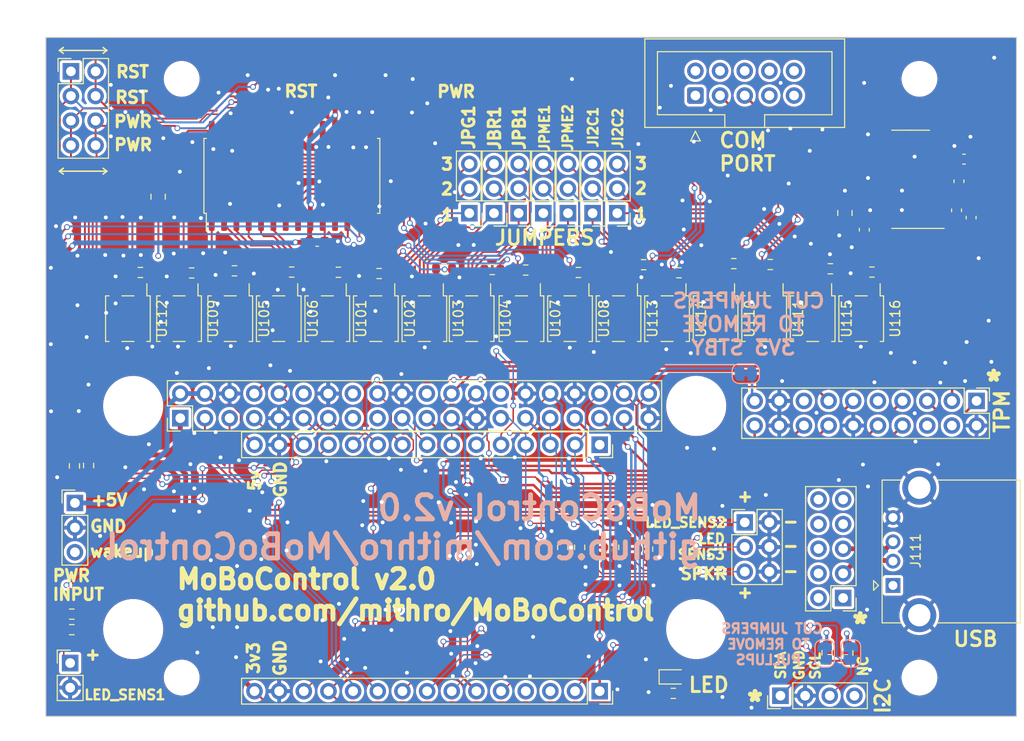
<source format=kicad_pcb>
(kicad_pcb (version 20221018) (generator pcbnew)
  (layers (0 "F.Cu" signal) (31 "B.Cu" signal) (34 "B.Paste" user) (35 "F.Paste" user) (36 "B.SilkS" user "B.Silkscreen") (37 "F.SilkS" user "F.Silkscreen") (38 "B.Mask" user) (39 "F.Mask" user) (44 "Edge.Cuts" user))
  (net 0 "")
  (net 1 "Net-(J101-Pin_1)")
  (net 2 "Net-(J101-Pin_2)")
  (net 3 "Net-(J101-Pin_3)")
  (net 4 "Net-(J102-Pin_1)")
  (net 5 "Net-(J102-Pin_2)")
  (net 6 "Net-(J102-Pin_3)")
  (net 7 "Net-(J103-Pin_1)")
  (net 8 "Net-(J103-Pin_2)")
  (net 9 "Net-(J103-Pin_3)")
  (net 10 "Net-(J104-Pin_1)")
  (net 11 "Net-(J104-Pin_2)")
  (net 12 "Net-(J104-Pin_3)")
  (net 13 "Net-(J105-Pin_1)")
  (net 14 "Net-(J105-Pin_2)")
  (net 15 "Net-(J106-Pin_1)")
  (net 16 "Net-(J106-Pin_2)")
  (net 17 "Net-(J107-Pin_1)")
  (net 18 "Net-(J107-Pin_2)")
  (net 19 "Net-(J107-Pin_3)")
  (net 20 "+5V")
  (net 21 "GND")
  (net 22 "/wake_up")
  (net 23 "Net-(R101-Pad1)")
  (net 24 "Net-(R102-Pad1)")
  (net 25 "Net-(R103-Pad1)")
  (net 26 "Net-(R104-Pad1)")
  (net 27 "Net-(R105-Pad1)")
  (net 28 "Net-(R106-Pad1)")
  (net 29 "Net-(R107-Pad1)")
  (net 30 "Net-(R108-Pad1)")
  (net 31 "Net-(R117-Pad1)")
  (net 32 "Net-(R118-Pad1)")
  (net 33 "Net-(R119-Pad1)")
  (net 34 "Net-(R120-Pad1)")
  (net 35 "Net-(R121-Pad1)")
  (net 36 "Net-(R122-Pad1)")
  (net 37 "/E_GPB0")
  (net 38 "/E_GPB1")
  (net 39 "/E_GPB2")
  (net 40 "/E_GPB3")
  (net 41 "/E_GPB4")
  (net 42 "/E_GPB5")
  (net 43 "/E_GPB6")
  (net 44 "/E_GPB7")
  (net 45 "+3V3")
  (net 46 "/PA_EINT7")
  (net 47 "/PA_EINT10")
  (net 48 "/E_GPA0")
  (net 49 "/E_GPA1")
  (net 50 "/E_GPA2")
  (net 51 "/E_GPA3")
  (net 52 "/E_GPA4")
  (net 53 "/E_GPA5")
  (net 54 "/E_GPA6")
  (net 55 "/E_GPA7")
  (net 56 "/RX")
  (net 57 "/TX")
  (net 58 "Net-(JP101-Pad2)")
  (net 59 "Net-(JP102-Pad2)")
  (net 60 "Net-(D115-A)")
  (net 61 "Net-(J108-Pin_1)")
  (net 62 "Net-(J108-Pin_2)")
  (net 63 "Net-(J108-Pin_3)")
  (net 64 "Net-(R123-Pad1)")
  (net 65 "Net-(R124-Pad1)")
  (net 66 "Net-(U118-C1+)")
  (net 67 "Net-(U118-VS+)")
  (net 68 "Net-(U118-C1-)")
  (net 69 "Net-(U118-C2+)")
  (net 70 "Net-(U118-C2-)")
  (net 71 "Net-(U118-VS-)")
  (net 76 "/D36")
  (net 77 "/D39")
  (net 78 "/D34")
  (net 79 "/D35")
  (net 80 "/D32")
  (net 81 "/D33")
  (net 82 "/D25")
  (net 83 "/D26")
  (net 84 "/D27")
  (net 85 "/D14")
  (net 86 "/D13")
  (net 87 "/D23")
  (net 88 "/D22")
  (net 89 "/D21")
  (net 90 "/D19")
  (net 91 "/D18")
  (net 92 "/D5")
  (net 93 "/D17")
  (net 94 "/D16")
  (net 95 "/D4")
  (net 96 "/D2")
  (net 97 "/D15")
  (net 98 "/D12")
  (net 99 "Net-(J105-Pin_5)")
  (net 100 "Net-(J105-Pin_6)")
  (net 101 "Net-(J106-Pin_3)")
  (net 122 "Net-(J116-Pin_19)")
  (net 133 "Net-(J110-Pin_1)")
  (net 134 "Net-(J111-D+)")
  (net 135 "Net-(J111-D-)")
  (net 137 "Net-(J112-Pin_1)")
  (net 138 "Net-(J112-Pin_3)")
  (net 139 "Net-(J112-Pin_5)")
  (footprint "RPi_Hat:RPi_Hat_Mounting_Hole" (layer "F.Cu") (at 74 28)
    (fp_text reference "" hide)
    (fp_text value "" hide)
  )
  (footprint "RPi_Hat:RPi_Hat_Mounting_Hole" (layer "F.Cu") (at 16 28)
    (fp_text reference "" hide)
    (fp_text value "" hide)
  )
  (footprint "RPi_Hat:RPi_Hat_Mounting_Hole" (layer "F.Cu") (at 74 51)
    (fp_text reference "" hide)
    (fp_text value "" hide)
  )
  (footprint "RPi_Hat:RPi_Hat_Mounting_Hole" (layer "F.Cu") (at 16 51)
    (fp_text reference "" hide)
    (fp_text value "" hide)
  )
  (footprint "Package_SO:SO-4_4.4x4.3mm_P2.54mm" (layer "F.Cu") (at 66 19 -90)
    (fp_text reference "U113")
    (fp_text value "ASSR-1218")
  )
  (footprint "Resistor_SMD:R_0603_1608Metric" (layer "F.Cu") (at 61.865 14.24 180)
    (fp_text reference "R108" hide)
    (fp_text value "4.7k")
  )
  (footprint "Package_SO:SO-4_4.4x4.3mm_P2.54mm" (layer "F.Cu") (at 61 19 -90)
    (fp_text reference "U108")
    (fp_text value "ASSR-1218")
  )
  (footprint "Button_Switch_SMD:SWITCH_2x3_SMD_TACTILE_GREEN" (layer "F.Cu") (at 33.3 -7.71 180)
    (fp_text reference "SW102")
    (fp_text value "SW_Push")
  )
  (footprint "Connector_PinSocket_2.54mm:PinSocket_1x15_P2.54mm_Vertical" (layer "F.Cu") (at 64.06 32 -90)
    (fp_text reference "J117" hide)
    (fp_text value "Conn_01x15")
  )
  (footprint "Package_SO:SO-4_4.4x4.3mm_P2.54mm" (layer "F.Cu") (at 56 19 -90)
    (fp_text reference "U107")
    (fp_text value "ASSR-1218")
  )
  (footprint "Connector_PinHeader_2.54mm:PinHeader_1x03_P2.54mm_Vertical" (layer "F.Cu") (at 10 38)
    (fp_text reference "J109" hide)
    (fp_text value "power_input")
  )
  (footprint "Connector_PinHeader_2.54mm:PinHeader_2x10_P2.54mm_Vertical" (layer "F.Cu") (at 102.88 27.48 -90)
    (fp_text reference "J116" hide)
    (fp_text value "Conn_02x10_Odd_Even")
  )
  (footprint "Button_Switch_SMD:SWITCH_2x3_SMD_TACTILE_GREEN" (layer "F.Cu") (at 49.02 -7.46)
    (fp_text reference "SW101")
    (fp_text value "SW_Push")
  )
  (footprint "Resistor_SMD:R_0603_1608Metric" (layer "F.Cu") (at 77.875 13.33)
    (fp_text reference "R118" hide)
    (fp_text value "4.7k")
  )
  (footprint "Package_SO:SO-4_4.4x4.3mm_P2.54mm" (layer "F.Cu") (at 15.46 19 -90)
    (fp_text reference "U112")
    (fp_text value "ASSR-1218")
  )
  (footprint "Package_SO:SO-4_4.4x4.3mm_P2.54mm" (layer "F.Cu") (at 26 19 -90)
    (fp_text reference "U105")
    (fp_text value "ASSR-1218")
  )
  (footprint "Package_SO:SO-4_4.4x4.3mm_P2.54mm" (layer "F.Cu") (at 86 19 -90)
    (fp_text reference "U115")
    (fp_text value "ASSR-1218")
  )
  (footprint "Connector_PinHeader_2.54mm:PinHeader_1x02_P2.54mm_Vertical" (layer "F.Cu") (at 9.51 54.5)
    (fp_text reference "J110" hide)
    (fp_text value "Conn_01x02")
  )
  (footprint "Package_SO:SO-4_4.4x4.3mm_P2.54mm" (layer "F.Cu") (at 76 19 -90)
    (fp_text reference "U110")
    (fp_text value "ASSR-1218")
  )
  (footprint "LED_SMD:LED_0603_1608Metric" (layer "F.Cu") (at 71.665 55.93)
    (fp_text reference "D115" hide)
    (fp_text value "led_g")
  )
  (footprint "Capacitor_SMD:C_0603_1608Metric" (layer "F.Cu") (at 100.82 7.835 90)
    (fp_text reference "C105" hide)
    (fp_text value ".1uF")
  )
  (footprint "Connector_PinHeader_2.54mm:PinHeader_1x03_P2.54mm_Vertical" (layer "F.Cu") (at 65.87 8.13 180)
    (fp_text reference "J108" hide)
    (fp_text value "Conn_01x03")
  )
  (footprint "Resistor_SMD:R_0603_1608Metric" (layer "F.Cu") (at 69 42.75 -90)
    (fp_text reference "R141" hide)
    (fp_text value "4.7k")
  )
  (footprint "Resistor_SMD:R_0603_1608Metric" (layer "F.Cu") (at 60.25 42.575 90)
    (fp_text reference "R136" hide)
    (fp_text value "4.7k")
  )
  (footprint "Capacitor_SMD:C_0603_1608Metric" (layer "F.Cu") (at 101.07 4.835 90)
    (fp_text reference "C107" hide)
    (fp_text value ".1uF")
  )
  (footprint "Connector_PinHeader_2.54mm:PinHeader_1x03_P2.54mm_Vertical" (layer "F.Cu") (at 60.79 8.13 180)
    (fp_text reference "J107" hide)
    (fp_text value "Conn_01x03")
  )
  (footprint "Package_SO:SO-4_4.4x4.3mm_P2.54mm" (layer "F.Cu") (at 50.87 19 -90)
    (fp_text reference "U104")
    (fp_text value "ASSR-1218")
  )
  (footprint "Connector_PinHeader_2.54mm:PinHeader_1x03_P2.54mm_Vertical" (layer "F.Cu") (at 63.33 8.13 180)
    (fp_text reference "J106" hide)
    (fp_text value "Conn_01x03")
  )
  (footprint "Package_SO:SO-4_4.4x4.3mm_P2.54mm" (layer "F.Cu") (at 20.73 19 -90)
    (fp_text reference "U109")
    (fp_text value "ASSR-1218")
  )
  (footprint "Package_SO:SO-4_4.4x4.3mm_P2.54mm" (layer "F.Cu") (at 91 19 -90)
    (fp_text reference "U116")
    (fp_text value "ASSR-1218")
  )
  (footprint "Resistor_SMD:R_0603_1608Metric" (layer "F.Cu") (at 72.225 14.27 180)
    (fp_text reference "R122" hide)
    (fp_text value "4.7k")
  )
  (footprint "Resistor_SMD:R_0603_1608Metric" (layer "F.Cu") (at 11.41 34.14 -90)
    (fp_text reference "R132" hide)
    (fp_text value "4.7k")
  )
  (footprint "Resistor_SMD:R_0603_1608Metric" (layer "F.Cu") (at 68.585 13.44)
    (fp_text reference "R121" hide)
    (fp_text value "4.7k")
  )
  (footprint "Resistor_SMD:R_0603_1608Metric" (layer "F.Cu") (at 62 42.575 -90)
    (fp_text reference "R137" hide)
    (fp_text value "4.7k")
  )
  (footprint "Capacitor_SMD:C_0603_1608Metric" (layer "F.Cu") (at 91.32 9.835 -90)
    (fp_text reference "C106" hide)
    (fp_text value ".1uF")
  )
  (footprint "Resistor_SMD:R_0603_1608Metric" (layer "F.Cu") (at 92.105 14.2 180)
    (fp_text reference "R124" hide)
    (fp_text value "4.7k")
  )
  (footprint "Resistor_SMD:R_0603_1608Metric" (layer "F.Cu") (at 81.63 13.42 180)
    (fp_text reference "R119" hide)
    (fp_text value "4.7k")
  )
  (footprint "Connector_PinHeader_2.54mm:PinHeader_1x04_P2.54mm_Vertical" (layer "F.Cu") (at 82.68 57.87 90)
    (fp_text reference "J113" hide)
    (fp_text value "Conn_01x04")
  )
  (footprint "Resistor_SMD:R_0603_1608Metric" (layer "F.Cu") (at 37.145 14.22 180)
    (fp_text reference "R101" hide)
    (fp_text value "4.7k")
  )
  (footprint "Connector_PinSocket_2.54mm:PinSocket_1x15_P2.54mm_Vertical" (layer "F.Cu") (at 64.06 57.4 -90)
    (fp_text reference "J118" hide)
    (fp_text value "Conn_01x15")
  )
  (footprint "Resistor_SMD:R_0603_1608Metric" (layer "F.Cu") (at 9.675 49.46 180)
    (fp_text reference "R135" hide)
    (fp_text value "4.7k")
  )
  (footprint "MountingHole:MountingHole_3.2mm_M3_DIN965" (layer "F.Cu") (at 21 -5.72)
    (fp_text reference "H101" hide)
    (fp_text value "MountingHole")
  )
  (footprint "Resistor_SMD:R_0603_1608Metric" (layer "F.Cu") (at 9.95 34.18 -90)
    (fp_text reference "R131" hide)
    (fp_text value "4.7k")
  )
  (footprint "Capacitor_SMD:C_0603_1608Metric" (layer "F.Cu") (at 34.955 11.03 180)
    (fp_text reference "C101" hide)
    (fp_text value ".1uF")
  )
  (footprint "Connector_IDC:IDC-Header_2x05_P2.54mm_Vertical" (layer "F.Cu") (at 73.92 -4 90)
    (fp_text reference "J119" hide)
    (fp_text value "Conn_02x05_Odd_Even")
  )
  (footprint "Capacitor_SMD:C_0805_2012Metric" (layer "F.Cu") (at 18.57 6.43 90)
    (fp_text reference "C102" hide)
    (fp_text value "22uF")
  )
  (footprint "Capacitor_SMD:C_0603_1608Metric" (layer "F.Cu") (at 101.595 2.56)
    (fp_text reference "C108" hide)
    (fp_text value ".1uF")
  )
  (footprint "Package_SO:SO-4_4.4x4.3mm_P2.54mm" (layer "F.Cu") (at 36 19 -90)
    (fp_text reference "U101")
    (fp_text value "ASSR-1218")
  )
  (footprint "Connector_PinHeader_2.54mm:PinHeader_1x03_P2.54mm_Vertical" (layer "F.Cu") (at 53.17 8.13 180)
    (fp_text reference "J101" hide)
    (fp_text value "Conn_01x03")
  )
  (footprint "Connector_PinHeader_2.54mm:PinHeader_1x03_P2.54mm_Vertical" (layer "F.Cu") (at 50.63 8.13 180)
    (fp_text reference "J103" hide)
    (fp_text value "Conn_01x03")
  )
  (footprint "Resistor_SMD:R_0603_1608Metric" (layer "F.Cu") (at 65.5 42.575 -90)
    (fp_text reference "R139" hide)
    (fp_text value "4.7k")
  )
  (footprint "Resistor_SMD:R_0603_1608Metric" (layer "F.Cu") (at 32.33 14.2 180)
    (fp_text reference "R106" hide)
    (fp_text value "4.7k")
  )
  (footprint "Connector_PinHeader_2.54mm:PinHeader_2x04_P2.54mm_Vertical" (layer "F.Cu") (at 9.59 -6.49)
    (fp_text reference "J105" hide)
    (fp_text value "Conn_02x04_Odd_Even")
  )
  (footprint "Resistor_SMD:R_0603_1608Metric" (layer "F.Cu") (at 16.745 14.24 180)
    (fp_text reference "R120" hide)
    (fp_text value "4.7k")
  )
  (footprint "Connector_PinHeader_2.54mm:PinHeader_2x05_P2.54mm_Vertical" (layer "F.Cu") (at 89.14 47.8 180)
    (fp_text reference "J114" hide)
    (fp_text value "Conn_02x05_Odd_Even")
  )
  (footprint "MountingHole:MountingHole_3.2mm_M3_DIN965" (layer "F.Cu") (at 97 56)
    (fp_text reference "H103" hide)
    (fp_text value "MountingHole")
  )
  (footprint "Package_SO:SO-4_4.4x4.3mm_P2.54mm" (layer "F.Cu") (at 81 19 -90)
    (fp_text reference "U111")
    (fp_text value "ASSR-1218")
  )
  (footprint "Connector_PinHeader_2.54mm:PinHeader_2x20_P2.54mm_Vertical" (layer "F.Cu") (at 20.8534 29.2608 90)
    (fp_text reference "J115" hide)
    (fp_text value "RPi_GPIO")
  )
  (footprint "Package_SO:SOIC-16_3.9x9.9mm_P1.27mm" (layer "F.Cu") (at 96.095 4.635 180)
    (fp_text reference "U118" hide)
    (fp_text value "MAX232")
  )
  (footprint "Resistor_SMD:R_0603_1608Metric" (layer "F.Cu") (at 87.48 53.445 90)
    (fp_text reference "R143" hide)
    (fp_text value "4.7k")
  )
  (footprint "Connector_PinHeader_2.54mm:PinHeader_1x03_P2.54mm_Vertical" (layer "F.Cu") (at 58.25 8.13 180)
    (fp_text reference "J104" hide)
    (fp_text value "Conn_01x03")
  )
  (footprint "Resistor_SMD:R_0603_1608Metric" (layer "F.Cu") (at 22.025 14.29 180)
    (fp_text reference "R117" hide)
    (fp_text value "4.7k")
  )
  (footprint "Resistor_SMD:R_0603_1608Metric" (layer "F.Cu") (at 41.34 14.35 180)
    (fp_text reference "R102" hide)
    (fp_text value "4.7k")
  )
  (footprint "Resistor_SMD:R_0603_1608Metric" (layer "F.Cu") (at 26.435 14.07 180)
    (fp_text reference "R105" hide)
    (fp_text value "4.7k")
  )
  (footprint "Resistor_SMD:R_0603_1608Metric" (layer "F.Cu") (at 9.675 51.06)
    (fp_text reference "R134" hide)
    (fp_text value "4.7k")
  )
  (footprint "Connector_USB:USB_A_CONNFLY_DS1095-WNR0" (layer "F.Cu") (at 94.2725 46.5 90)
    (fp_text reference "J111")
    (fp_text value "USB_A" hide)
  )
  (footprint "Resistor_SMD:R_0603_1608Metric" (layer "F.Cu") (at 67.25 42.75 90)
    (fp_text reference "R140" hide)
    (fp_text value "4.7k")
  )
  (footprint "Resistor_SMD:R_0603_1608Metric" (layer "F.Cu") (at 48.025 13.85)
    (fp_text reference "R103" hide)
    (fp_text value "4.7k")
  )
  (footprint "Package_SO:SO-4_4.4x4.3mm_P2.54mm" (layer "F.Cu") (at 31 19 -90)
    (fp_text reference "U106")
    (fp_text value "ASSR-1218")
  )
  (footprint "Connector_PinHeader_2.54mm:PinHeader_2x03_P2.54mm_Vertical" (layer "F.Cu") (at 79 40)
    (fp_text reference "J112" hide)
    (fp_text value "Conn_02x03_Odd_Even")
  )
  (footprint "Resistor_SMD:R_0603_1608Metric" (layer "F.Cu") (at 71.645 57.63 180)
    (fp_text reference "R133" hide)
    (fp_text value "4.7k")
  )
  (footprint "Resistor_SMD:R_0603_1608Metric" (layer "F.Cu") (at 63.75 42.575 90)
    (fp_text reference "R138" hide)
    (fp_text value "4.7k")
  )
  (footprint "Capacitor_SMD:C_0603_1608Metric" (layer "F.Cu") (at 102.32 8.585 90)
    (fp_text reference "C104" hide)
    (fp_text value ".1uF")
  )
  (footprint "Resistor_SMD:R_0603_1608Metric" (layer "F.Cu") (at 89.62 53.465 90)
    (fp_text reference "R142" hide)
    (fp_text value "4.7k")
  )
  (footprint "Package_SO:SO-4_4.4x4.3mm_P2.54mm" (layer "F.Cu") (at 46 19 -90)
    (fp_text reference "U103")
    (fp_text value "ASSR-1218")
  )
  (footprint "Capacitor_SMD:C_0805_2012Metric" (layer "F.Cu") (at 89.32 8.11 90)
    (fp_text reference "C103" hide)
    (fp_text value "22uF")
  )
  (footprint "Package_SO:SO-4_4.4x4.3mm_P2.54mm" (layer "F.Cu") (at 71 19 -90)
    (fp_text reference "U114")
    (fp_text value "ASSR-1218")
  )
  (footprint "Package_SO:SOIC-28W_7.5x17.9mm_P1.27mm" (layer "F.Cu") (at 32.35 4.28 90)
    (fp_text reference "U117" hide)
    (fp_text value "MCP23017")
  )
  (footprint "MountingHole:MountingHole_3.2mm_M3_DIN965" (layer "F.Cu") (at 97 -5.72)
    (fp_text reference "H102" hide)
    (fp_text value "MountingHole")
  )
  (footprint "Package_SO:SO-4_4.4x4.3mm_P2.54mm" (layer "F.Cu") (at 41 19 -90)
    (fp_text reference "U102")
    (fp_text value "ASSR-1218")
  )
  (footprint "Resistor_SMD:R_0603_1608Metric" (layer "F.Cu") (at 87.82 13.86 180)
    (fp_text reference "R123" hide)
    (fp_text value "4.7k")
  )
  (footprint "Resistor_SMD:R_0603_1608Metric" (layer "F.Cu") (at 52.995 13.94)
    (fp_text reference "R104" hide)
    (fp_text value "4.7k")
  )
  (footprint "MountingHole:MountingHole_3.2mm_M3_DIN965" (layer "F.Cu") (at 21 56)
    (fp_text reference "H104" hide)
    (fp_text value "MountingHole")
  )
  (footprint "Connector_PinHeader_2.54mm:PinHeader_1x03_P2.54mm_Vertical" (layer "F.Cu") (at 55.71 8.13 180)
    (fp_text reference "J102" hide)
    (fp_text value "Conn_01x03")
  )
  (footprint "Resistor_SMD:R_0603_1608Metric" (layer "F.Cu") (at 56.44 13.99 180)
    (fp_text reference "R107" hide)
    (fp_text value "4.7k")
  )
  (footprint "Jumper:SolderJumper-2_P1.3mm_Bridged_RoundedPad1.0x1.5mm" (layer "B.Cu") (at 87.24 53.51 90)
    (fp_text reference "JP102" hide)
    (fp_text value "Jumper_NC_Small")
  )
  (footprint "Jumper:SolderJumper-2_P1.3mm_Bridged_RoundedPad1.0x1.5mm" (layer "B.Cu") (at 89.94 53.51 90)
    (fp_text reference "JP101" hide)
    (fp_text value "Jumper_NC_Small")
  )
  (footprint "Jumper:SolderJumper-2_P1.3mm_Bridged_RoundedPad1.0x1.5mm" (layer "B.Cu") (at 79.11 24.67)
    (fp_text reference "JP103" hide)
    (fp_text value "Jumper_NC_Small")
  )
  (gr_line (start 13.3 -8.65) (end 12.9 -8.35) (stroke (width 0.15)) (layer "F.SilkS"))
  (gr_line (start 8.8 -8.95) (end 8.4 -8.65) (stroke (width 0.15)) (layer "F.SilkS"))
  (gr_line (start 13.3 3.8) (end 12.9 4.1) (stroke (width 0.15)) (layer "F.SilkS"))
  (gr_line (start 8.4 3.8) (end 8.8 3.5) (stroke (width 0.15)) (layer "F.SilkS"))
  (gr_line (start 8.4 3.8) (end 8.8 4.1) (stroke (width 0.15)) (layer "F.SilkS"))
  (gr_line (start 13.3 -8.65) (end 12.9 -8.95) (stroke (width 0.15)) (layer "F.SilkS"))
  (gr_line (start 8.4 3.8) (end 13.3 3.8) (stroke (width 0.15)) (layer "F.SilkS"))
  (gr_line (start 13.3 3.8) (end 12.9 3.5) (stroke (width 0.15)) (layer "F.SilkS"))
  (gr_line (start 8.4 -8.65) (end 13.3 -8.65) (stroke (width 0.15)) (layer "F.SilkS"))
  (gr_line (start 8.8 3.5) (end 8.4 3.8) (stroke (width 0.15)) (layer "F.SilkS"))
  (gr_line (start 8.4 -8.65) (end 8.8 -8.95) (stroke (width 0.15)) (layer "F.SilkS"))
  (gr_line (start 8.4 -8.65) (end 8.8 -8.35) (stroke (width 0.15)) (layer "F.SilkS"))
  (gr_line (start 107 -10) (end 7 -10) (stroke (width 0.1)) (layer "Edge.Cuts"))
  (gr_line (start 7 60) (end 107 60) (stroke (width 0.1)) (layer "Edge.Cuts"))
  (gr_line (start 107 60) (end 107 -10) (stroke (width 0.1)) (layer "Edge.Cuts"))
  (gr_line (start 7 -10) (end 7 60) (stroke (width 0.1)) (layer "Edge.Cuts"))
  (gr_text "CUT JUMPERS \nTO REMOVE\nPULLUPS" (at 81.44 54.76) (layer "B.SilkS") (effects (font (size 1 1) (thickness 0.25) bold) (justify bottom mirror)))
  (gr_text "CUT JUMPERS \nTO REMOVE\n3V3 STBY" (at 78.84 22.86) (layer "B.SilkS") (effects (font (size 1.5 1.5) (thickness 0.3) bold) (justify bottom mirror)))
  (gr_text "MoBoControl v2.0\ngithub.com/mithro/MoBoControl" (at 74.77 44) (layer "B.SilkS") (effects (font (size 2.5 2.5) (thickness 0.5) bold) (justify left bottom mirror)))
  (gr_text "PWR\n" (at 13.87 -0.61) (layer "F.SilkS") (effects (font (size 1.2 1.22) (thickness 0.3) bold) (justify left bottom)))
  (gr_text "PWR\n" (at 13.89 1.78) (layer "F.SilkS") (effects (font (size 1.2 1.22) (thickness 0.3) bold) (justify left bottom)))
  (gr_text "GND" (at 31.87 37.6 90) (layer "F.SilkS") (effects (font (size 1.2 1.2) (thickness 0.3) bold) (justify left bottom)))
  (gr_text "RST" (at 13.99 -3.1) (layer "F.SilkS") (effects (font (size 1.2 1.22) (thickness 0.3) bold) (justify left bottom)))
  (gr_text "1" (at 68.34 8.24) (layer "F.SilkS") (effects (font (size 1.2 1.2) (thickness 0.3) bold)))
  (gr_text "PWR\n" (at 47.16 -3.7) (layer "F.SilkS") (effects (font (size 1.2 1.22) (thickness 0.3) bold) (justify left bottom)))
  (gr_text "3v3\n" (at 29.1 55.78 90) (layer "F.SilkS") (effects (font (size 1.2 1.2) (thickness 0.3) bold) (justify left bottom)))
  (gr_text "3" (at 68.32 3.02) (layer "F.SilkS") (effects (font (size 1.2 1.2) (thickness 0.3) bold)))
  (gr_text "2" (at 48.33 5.64) (layer "F.SilkS") (effects (font (size 1.2 1.2) (thickness 0.3) bold)))
  (gr_text "SPKR\n" (at 72.2 46) (layer "F.SilkS") (effects (font (size 1.2 1.2) (thickness 0.3) bold) (justify left bottom)))
  (gr_text "GND" (at 85.2 56.4 90) (layer "F.SilkS") (effects (font (size 1 1) (thickness 0.25) bold) (justify left bottom)))
  (gr_text "-" (at 82.8 43.1) (layer "F.SilkS") (effects (font (size 1.2 1.2) (thickness 0.3) bold) (justify left bottom)))
  (gr_text "GND" (at 11.41 41.11) (layer "F.SilkS") (effects (font (size 1.2 1.2) (thickness 0.3) bold) (justify left bottom)))
  (gr_text "RST" (at 31.43 -3.73) (layer "F.SilkS") (effects (font (size 1.2 1.22) (thickness 0.3) bold) (justify left bottom)))
  (gr_text "COM\nPORT\n" (at 76.23 3.9) (layer "F.SilkS") (effects (font (size 1.5 1.5) (thickness 0.3) bold) (justify left bottom)))
  (gr_text "JI2C2" (at 65.93 -0.61 90) (layer "F.SilkS") (effects (font (size 1 1) (thickness 0.25) bold)))
  (gr_text "LED\n" (at 73.06 57.63) (layer "F.SilkS") (effects (font (size 1.5 1.5) (thickness 0.3) bold) (justify left bottom)))
  (gr_text "*" (at 80.06 58.52) (layer "F.SilkS") (effects (font (size 2 2) (thickness 0.5) bold)))
  (gr_text "+" (at 78.1 38) (layer "F.SilkS") (effects (font (size 1.2 1.2) (thickness 0.3) bold) (justify left bottom)))
  (gr_text "JPME2" (at 60.77 -0.7 90) (layer "F.SilkS") (effects (font (size 1 1) (thickness 0.25) bold)))
  (gr_text "TPM\n" (at 106.38 30.94 90) (layer "F.SilkS") (effects (font (size 1.5 1.5) (thickness 0.3) bold) (justify left bottom)))
  (gr_text "3" (at 48.34 3.08) (layer "F.SilkS") (effects (font (size 1.2 1.2) (thickness 0.3) bold)))
  (gr_text "SCL" (at 86.86 56.34 90) (layer "F.SilkS") (effects (font (size 1 1) (thickness 0.25) bold) (justify left bottom)))
  (gr_text "wakeup\n" (at 11.41 43.68) (layer "F.SilkS") (effects (font (size 1.2 1.2) (thickness 0.3) bold) (justify left bottom)))
  (gr_text "-" (at 82.8 45.7) (layer "F.SilkS") (effects (font (size 1.2 1.2) (thickness 0.3) bold) (justify left bottom)))
  (gr_text "JPME1" (at 58.38 -0.64 90) (layer "F.SilkS") (effects (font (size 1 1) (thickness 0.25) bold)))
  (gr_text "JPG1" (at 51.27 1.7 90) (layer "F.SilkS") (effects (font (size 1.2 1.2) (thickness 0.3) bold) (justify left bottom)))
  (gr_text "I2C" (at 94.1 59.9 90) (layer "F.SilkS") (effects (font (size 1.5 1.5) (thickness 0.3) bold) (justify left bottom)))
  (gr_text "LED\nSENS3" (at 77.1 43.9) (layer "F.SilkS") (effects (font (size 1 1) (thickness 0.25) bold) (justify right bottom)))
  (gr_text "JI2C1" (at 63.38 -0.73 90) (layer "F.SilkS") (effects (font (size 1 1) (thickness 0.25) bold)))
  (gr_text "USB\n" (at 100.33 52.9) (layer "F.SilkS") (effects (font (size 1.5 1.5) (thickness 0.3) bold) (justify left bottom)))
  (gr_text "LED_SENS1" (at 10.84 58.37) (layer "F.SilkS") (effects (font (size 1 1) (thickness 0.25) bold) (justify left bottom)))
  (gr_text "+5V\n" (at 11.51 38.4) (layer "F.SilkS") (effects (font (size 1.2 1.2) (thickness 0.3) bold) (justify left bottom)))
  (gr_text "5v" (at 29.22 36.92 90) (layer "F.SilkS") (effects (font (size 1.2 1.2) (thickness 0.3) bold) (justify left bottom)))
  (gr_text "NC" (at 91.78 56.01 90) (layer "F.SilkS") (effects (font (size 1 1) (thickness 0.25) bold) (justify left bottom)))
  (gr_text "GND" (at 31.83 56 90) (layer "F.SilkS") (effects (font (size 1.2 1.2) (thickness 0.3) bold) (justify left bottom)))
  (gr_text "MoBoControl v2.0\ngithub.com/mithro/MoBoControl" (at 20.25 50.25) (layer "F.SilkS") (effects (font (size 2 2) (thickness 0.5) bold) (justify left bottom)))
  (gr_text "SDA" (at 83.29 56.32 90) (layer "F.SilkS") (effects (font (size 1 1) (thickness 0.25) bold) (justify left bottom)))
  (gr_text "JBR1" (at 53.23 -0.64 90) (layer "F.SilkS") (effects (font (size 1.2 1.2) (thickness 0.3) bold)))
  (gr_text "*" (at 104.65 25.5) (layer "F.SilkS") (effects (font (size 2 2) (thickness 0.5) bold)))
  (gr_text "LED_SENS2" (at 68.6 40.6) (layer "F.SilkS") (effects (font (size 1 1) (thickness 0.25) bold) (justify left bottom)))
  (gr_text "JUMPERS\n" (at 53.09 11.54) (layer "F.SilkS") (effects (font (size 1.5 1.5) (thickness 0.3) bold) (justify left bottom)))
  (gr_text "2" (at 68.31 5.58) (layer "F.SilkS") (effects (font (size 1.2 1.2) (thickness 0.3) bold)))
  (gr_text "+" (at 10.9 54.3) (layer "F.SilkS") (effects (font (size 1.2 1.2) (thickness 0.3) bold) (justify left bottom)))
  (gr_text "PWR\nINPUT\n" (at 7.56 48.13) (layer "F.SilkS") (effects (font (size 1.2 1.2) (thickness 0.3) bold) (justify left bottom)))
  (gr_text "*" (at 90.9 50.5) (layer "F.SilkS") (effects (font (size 2 2) (thickness 0.5) bold)))
  (gr_text "JPB1" (at 55.78 -0.67 90) (layer "F.SilkS") (effects (font (size 1.2 1.2) (thickness 0.3) bold)))
  (gr_text "RST" (at 14.08 -5.74) (layer "F.SilkS") (effects (font (size 1.2 1.22) (thickness 0.3) bold) (justify left bottom)))
  (gr_text "+" (at 78.1 47.9) (layer "F.SilkS") (effects (font (size 1.2 1.2) (thickness 0.3) bold) (justify left bottom)))
  (gr_text "1" (at 48.36 8.3) (layer "F.SilkS") (effects (font (size 1.2 1.2) (thickness 0.3) bold)))
  (gr_text "-" (at 82.8 40.6) (layer "F.SilkS") (effects (font (size 1.2 1.2) (thickness 0.3) bold) (justify left bottom)))
  (segment (start 42.147064 20.469994) (end 42.097057 20.519999) (width 0.2) (layer "F.Cu") (net 1))
  (segment (start 45.53 18.53) (end 44.13 19.93) (width 0.2) (layer "F.Cu") (net 1))
  (segment (start 44.13 19.93) (end 42.715686 19.93) (width 0.2) (layer "F.Cu") (net 1))
  (segment (start 42.097057 20.519999) (end 38.750001 20.519999) (width 0.2) (layer "F.Cu") (net 1))
  (segment (start 42.175692 20.469994) (end 42.147064 20.469994) (width 0.2) (layer "F.Cu") (net 1))
  (segment (start 48.910183 9.576339) (end 45.53 12.956522) (width 0.2) (layer "F.Cu") (net 1))
  (segment (start 42.715686 19.93) (end 42.175692 20.469994) (width 0.2) (layer "F.Cu") (net 1))
  (segment (start 50.935839 9.576339) (end 48.910183 9.576339) (width 0.2) (layer "F.Cu") (net 1))
  (segment (start 45.53 12.956522) (end 45.53 18.53) (width 0.2) (layer "F.Cu") (net 1))
  (segment (start 38.750001 20.519999) (end 37.27 22) (width 0.2) (layer "F.Cu") (net 1))
  (via (at 50.935839 9.576339) (size 0.6) (drill 0.4) (layers "F.Cu" "B.Cu") (net 1))
  (segment (start 50.935839 9.576339) (end 50.9695 9.61) (width 0.2) (layer "B.Cu") (net 1))
  (segment (start 51.69 9.61) (end 53.17 8.13) (width 0.2) (layer "B.Cu") (net 1))
  (segment (start 50.9695 9.61) (end 51.69 9.61) (width 0.2) (layer "B.Cu") (net 1))
  (segment (start 35.71 22) (end 36.62 22.91) (width 0.2) (layer "F.Cu") (net 2))
  (segment (start 46.34 13.277894) (end 49.027894 10.59) (width 0.2) (layer "F.Cu") (net 2))
  (segment (start 46.34 18.97) (end 46.34 13.277894) (width 0.2) (layer "F.Cu") (net 2))
  (segment (start 42.27 22) (end 43.54 20.73) (width 0.2) (layer "F.Cu") (net 2))
  (segment (start 54.56 9.43) (end 54.56 6.98) (width 0.2) (layer "F.Cu") (net 2))
  (segment (start 49.027894 10.59) (end 53.4 10.59) (width 0.2) (layer "F.Cu") (net 2))
  (segment (start 53.4 10.59) (end 54.56 9.43) (width 0.2) (layer "F.Cu") (net 2))
  (segment (start 44.58 20.73) (end 46.34 18.97) (width 0.2) (layer "F.Cu") (net 2))
  (segment (start 42.27 22.19) (end 42.27 22) (width 0.2) (layer "F.Cu") (net 2))
  (segment (start 36.62 22.91) (end 41.55 22.91) (width 0.2) (layer "F.Cu") (net 2))
  (segment (start 41.55 22.91) (end 42.27 22.19) (width 0.2) (layer "F.Cu") (net 2))
  (segment (start 34.73 22) (end 35.71 22) (width 0.2) (layer "F.Cu") (net 2))
  (segment (start 54.56 6.98) (end 53.17 5.59) (width 0.2) (layer "F.Cu") (net 2))
  (segment (start 43.54 20.73) (end 44.58 20.73) (width 0.2) (layer "F.Cu") (net 2))
  (segment (start 48.872208 10.18) (end 51.18 10.18) (width 0.2) (layer "F.Cu") (net 3))
  (segment (start 42.291373 20.919999) (end 42.881372 20.33) (width 0.2) (layer "F.Cu") (net 3))
  (segment (start 42.881372 20.33) (end 44.4 20.33) (width 0.2) (layer "F.Cu") (net 3))
  (segment (start 51.87 4.35) (end 53.17 3.05) (width 0.2) (layer "F.Cu") (net 3))
  (segment (start 51.87 9.49) (end 51.87 4.35) (width 0.2) (layer "F.Cu") (net 3))
  (segment (start 45.94 13.112208) (end 48.872208 10.18) (width 0.2) (layer "F.Cu") (net 3))
  (segment (start 40.810001 20.919999) (end 42.291373 20.919999) (width 0.2) (layer "F.Cu") (net 3))
  (segment (start 51.18 10.18) (end 51.87 9.49) (width 0.2) (layer "F.Cu") (net 3))
  (segment (start 45.94 18.79) (end 45.94 13.112208) (width 0.2) (layer "F.Cu") (net 3))
  (segment (start 44.4 20.33) (end 45.94 18.79) (width 0.2) (layer "F.Cu") (net 3))
  (segment (start 39.73 22) (end 40.810001 20.919999) (width 0.2) (layer "F.Cu") (net 3))
  (segment (start 50.54 13.070051) (end 50.54 17.984314) (width 0.2) (layer "F.Cu") (net 4))
  (segment (start 47.27 21.254314) (end 47.27 22) (width 0.2) (layer "F.Cu") (net 4))
  (segment (start 52.510762 11.099289) (end 50.54 13.070051) (width 0.2) (layer "F.Cu") (net 4))
  (segment (start 55.71 8.13) (end 55.71 9.688578) (width 0.2) (layer "F.Cu") (net 4))
  (segment (start 55.71 9.688578) (end 54.299289 11.099289) (width 0.2) (layer "F.Cu") (net 4))
  (segment (start 54.299289 11.099289) (end 52.510762 11.099289) (width 0.2) (layer "F.Cu") (net 4))
  (segment (start 50.54 17.984314) (end 47.27 21.254314) (width 0.2) (layer "F.Cu") (net 4))
  (segment (start 56.966043 9.846043) (end 56.683907 9.846043) (width 0.2) (layer "F.Cu") (net 5))
  (segment (start 51.51 22.9) (end 52.14 22.27) (width 0.2) (layer "F.Cu") (net 5))
  (segment (start 56.683907 9.846043) (end 54.009949 12.52) (width 0.2) (layer "F.Cu") (net 5))
  (segment (start 52.14 22.27) (end 52.14 22) (width 0.2) (layer "F.Cu") (net 5))
  (segment (start 51.35 21.21) (end 52.14 22) (width 0.2) (layer "F.Cu") (net 5))
  (segment (start 52.407894 12.52) (end 51.35 13.577894) (width 0.2) (layer "F.Cu") (net 5))
  (segment (start 44.73 22) (end 44.73 22.2) (width 0.2) (layer "F.Cu") (net 5))
  (segment (start 54.009949 12.52) (end 52.407894 12.52) (width 0.2) (layer "F.Cu") (net 5))
  (segment (start 45.43 22.9) (end 51.51 22.9) (width 0.2) (layer "F.Cu") (net 5))
  (segment (start 44.73 22.2) (end 45.43 22.9) (width 0.2) (layer "F.Cu") (net 5))
  (segment (start 51.35 13.577894) (end 51.35 21.21) (width 0.2) (layer "F.Cu") (net 5))
  (via (at 56.966043 9.846043) (size 0.6) (drill 0.4) (layers "F.Cu" "B.Cu") (net 5))
  (segment (start 55.71 5.59) (end 56.966043 6.846043) (width 0.2) (layer "B.Cu") (net 5))
  (segment (start 56.966043 6.846043) (end 56.966043 9.846043) (width 0.2) (layer "B.Cu") (net 5))
  (segment (start 52.055736 12.12) (end 50.94 13.235736) (width 0.2) (layer "F.Cu") (net 6))
  (segment (start 56.86 9.104264) (end 53.844264 12.12) (width 0.2) (layer "F.Cu") (net 6))
  (segment (start 50.94 13.235736) (end 50.94 18.15) (width 0.2) (layer "F.Cu") (net 6))
  (segment (start 50.94 18.15) (end 49.6 19.49) (width 0.2) (layer "F.Cu") (net 6))
  (segment (start 49.6 19.49) (end 49.6 22) (width 0.2) (layer "F.Cu") (net 6))
  (segment (start 53.844264 12.12) (end 52.055736 12.12) (width 0.2) (layer "F.Cu") (net 6))
  (segment (start 55.71 3.05) (end 56.86 4.2) (width 0.2) (layer "F.Cu") (net 6))
  (segment (start 56.86 4.2) (end 56.86 9.104264) (width 0.2) (layer "F.Cu") (net 6))
  (segment (start 28.14 22) (end 29.16 20.98) (width 0.2) (layer "F.Cu") (net 7))
  (segment (start 43.09 13.59) (end 47.651089 9.028911) (width 0.2) (layer "F.Cu") (net 7))
  (segment (start 27.27 22) (end 28.14 22) (width 0.2) (layer "F.Cu") (net 7))
  (segment (start 43.09 17.83) (end 43.09 13.59) (width 0.2) (layer "F.Cu") (net 7))
  (segment (start 30.8 20.98) (end 32.46 19.32) (width 0.2) (layer "F.Cu") (net 7))
  (segment (start 29.16 20.98) (end 30.8 20.98) (width 0.2) (layer "F.Cu") (net 7))
  (segment (start 32.46 19.32) (end 41.6 19.32) (width 0.2) (layer "F.Cu") (net 7))
  (segment (start 41.6 19.32) (end 43.09 17.83) (width 0.2) (layer "F.Cu") (net 7))
  (segment (start 47.651089 9.028911) (end 47.651089 8.851089) (width 0.2) (layer "F.Cu") (net 7))
  (via (at 47.651089 8.851089) (size 0.6) (drill 0.4) (layers "F.Cu" "B.Cu") (net 7))
  (segment (start 48.372178 8.13) (end 50.63 8.13) (width 0.2) (layer "B.Cu") (net 7))
  (segment (start 47.651089 8.851089) (end 48.372178 8.13) (width 0.2) (layer "B.Cu") (net 7))
  (segment (start 25.52 22.98) (end 31.49 22.98) (width 0.2) (layer "F.Cu") (net 8))
  (segment (start 43.89 18.189999) (end 43.89 14.030836) (width 0.2) (layer "F.Cu") (net 8))
  (segment (start 43.89 14.030836) (end 48.84 9.080836) (width 0.2) (layer "F.Cu") (net 8))
  (segment (start 48.84 9.080836) (end 48.84 7.38) (width 0.2) (layer "F.Cu") (net 8))
  (segment (start 41.931374 20.119999) (end 42.011374 20.04) (width 0.2) (layer "F.Cu") (net 8))
  (segment (start 35.060001 20.119999) (end 41.931374 20.119999) (width 0.2) (layer "F.Cu") (net 8))
  (segment (start 33.18 22) (end 35.060001 20.119999) (width 0.2) (layer "F.Cu") (net 8))
  (segment (start 31.49 22.98) (end 32.27 22.2) (width 0.2) (layer "F.Cu") (net 8))
  (segment (start 32.27 22.2) (end 32.27 22) (width 0.2) (layer "F.Cu") (net 8))
  (segment (start 32.27 22) (end 33.18 22) (width 0.2) (layer "F.Cu") (net 8))
  (segment (start 42.04 20.04) (end 43.89 18.189999) (width 0.2) (layer "F.Cu") (net 8))
  (segment (start 24.73 22.19) (end 25.52 22.98) (width 0.2) (layer "F.Cu") (net 8))
  (segment (start 24.73 22) (end 24.73 22.19) (width 0.2) (layer "F.Cu") (net 8))
  (segment (start 48.84 7.38) (end 50.63 5.59) (width 0.2) (layer "F.Cu") (net 8))
  (segment (start 42.011374 20.04) (end 42.04 20.04) (width 0.2) (layer "F.Cu") (net 8))
  (segment (start 41.845685 19.64) (end 41.874314 19.64) (width 0.2) (layer "F.Cu") (net 9))
  (segment (start 48.34 5.34) (end 50.63 3.05) (width 0.2) (layer "F.Cu") (net 9))
  (segment (start 32.71 19.72) (end 41.765686 19.72) (width 0.2) (layer "F.Cu") (net 9))
  (segment (start 41.874314 19.64) (end 43.49 18.024314) (width 0.2) (layer "F.Cu") (net 9))
  (segment (start 48.34 9.01) (end 48.34 5.34) (width 0.2) (layer "F.Cu") (net 9))
  (segment (start 43.49 13.86) (end 48.34 9.01) (width 0.2) (layer "F.Cu") (net 9))
  (segment (start 29.73 22) (end 30.43 22) (width 0.2) (layer "F.Cu") (net 9))
  (segment (start 43.49 18.024314) (end 43.49 13.86) (width 0.2) (layer "F.Cu") (net 9))
  (segment (start 30.43 22) (end 32.71 19.72) (width 0.2) (layer "F.Cu") (net 9))
  (segment (start 41.765686 19.72) (end 41.845685 19.64) (width 0.2) (layer "F.Cu") (net 9))
  (segment (start 58.25 8.13) (end 58.7 8.58) (width 0.2) (layer "F.Cu") (net 10))
  (segment (start 58.58 10.718529) (end 58.58 20.69) (width 0.2) (layer "F.Cu") (net 10))
  (segment (start 58.58 20.69) (end 57.27 22) (width 0.2) (layer "F.Cu") (net 10))
  (segment (start 58.7 10.598529) (end 58.58 10.718529) (width 0.2) (layer "F.Cu") (net 10))
  (segment (start 58.7 8.58) (end 58.7 10.598529) (width 0.2) (layer "F.Cu") (net 10))
  (segment (start 55.47 23.02) (end 61.44 23.02) (width 0.2) (layer "F.Cu") (net 11))
  (segment (start 61.44 23.02) (end 62.27 22.19) (width 0.2) (layer "F.Cu") (net 11))
  (segment (start 62.27 22.19) (end 62.27 22) (width 0.2) (layer "F.Cu") (net 11))
  (segment (start 54.73 20.84) (end 55.13 20.44) (width 0.2) (layer "F.Cu") (net 11))
  (segment (start 54.73 22.28) (end 55.47 23.02) (width 0.2) (layer "F.Cu") (net 11))
  (segment (start 54.73 22) (end 54.73 20.84) (width 0.2) (layer "F.Cu") (net 11))
  (segment (start 54.73 22) (end 54.73 22.28) (width 0.2) (layer "F.Cu") (net 11))
  (segment (start 57.38 20.44) (end 58.18 19.64) (width 0.2) (layer "F.Cu") (net 11))
  (segment (start 55.13 20.44) (end 57.38 20.44) (width 0.2) (layer "F.Cu") (net 11))
  (segment (start 58.18 10.43) (end 58.1 10.35) (width 0.2) (layer "F.Cu") (net 11))
  (segment (start 58.18 19.64) (end 58.18 10.43) (width 0.2) (layer "F.Cu") (net 11))
  (via (at 58.1 10.35) (size 0.6) (drill 0.4) (layers "F.Cu" "B.Cu") (net 11))
  (segment (start 59.4 6.74) (end 58.25 5.59) (width 0.2) (layer "B.Cu") (net 11))
  (segment (start 58.154264 10.35) (end 59.4 9.104264) (width 0.2) (layer "B.Cu") (net 11))
  (segment (start 59.4 9.104264) (end 59.4 6.74) (width 0.2) (layer "B.Cu") (net 11))
  (segment (start 58.1 10.35) (end 58.154264 10.35) (width 0.2) (layer "B.Cu") (net 11))
  (segment (start 59.4 10.464215) (end 59.4 4.2) (width 0.2) (layer "F.Cu") (net 12))
  (segment (start 59.4 4.2) (end 58.25 3.05) (width 0.2) (layer "F.Cu") (net 12))
  (segment (start 58.98 10.884215) (end 59.4 10.464215) (width 0.2) (layer "F.Cu") (net 12))
  (segment (start 59.73 22) (end 59.73 20.92) (width 0.2) (layer "F.Cu") (net 12))
  (segment (start 59.03 20.22) (end 59.03 14.93) (width 0.2) (layer "F.Cu") (net 12))
  (segment (start 59.03 14.93) (end 58.98 14.88) (width 0.2) (layer "F.Cu") (net 12))
  (segment (start 59.73 20.92) (end 59.03 20.22) (width 0.2) (layer "F.Cu") (net 12))
  (segment (start 58.98 14.88) (end 58.98 10.884215) (width 0.2) (layer "F.Cu") (net 12))
  (segment (start 13.09 20.99) (end 11.43 19.33) (width 0.2) (layer "F.Cu") (net 13))
  (segment (start 29.45 -5.99) (end 29.45 -7.71) (width 0.2) (layer "F.Cu") (net 13))
  (segment (start 16.73 22) (end 15.72 20.99) (width 0.2) (layer "F.Cu") (net 13))
  (segment (start 8.44 2.53) (end 8.44 -2.79) (width 0.2) (layer "F.Cu") (net 13))
  (segment (start 8.44 -2.79) (end 9.59 -3.94) (width 0.2) (layer "F.Cu") (net 13))
  (segment (start 28.35 -4.89) (end 29.45 -5.99) (width 0.2) (layer "F.Cu") (net 13))
  (segment (start 11.43 19.33) (end 11.43 5.52) (width 0.2) (layer "F.Cu") (net 13))
  (segment (start 9.59 -3.94) (end 9.59 -6.48) (width 0.2) (layer "F.Cu") (net 13))
  (segment (start 11.43 5.52) (end 8.44 2.53) (width 0.2) (layer "F.Cu") (net 13))
  (segment (start 15.72 20.99) (end 13.09 20.99) (width 0.2) (layer "F.Cu") (net 13))
  (via (at 28.35 -4.89) (size 0.6) (drill 0.4) (layers "F.Cu" "B.Cu") (net 13))
  (segment (start 23.181971 -1.23) (end 26.841971 -4.89) (width 0.2) (layer "B.Cu") (net 13))
  (segment (start 17.5 -3) (end 19.27 -1.23) (width 0.2) (layer "B.Cu") (net 13))
  (segment (start 19.27 -1.23) (end 23.181971 -1.23) (width 0.2) (layer "B.Cu") (net 13))
  (segment (start 10.83 -2.7) (end 13.384672 -2.7) (width 0.2) (layer "B.Cu") (net 13))
  (segment (start 13.684672 -3) (end 17.5 -3) (width 0.2) (layer "B.Cu") (net 13))
  (segment (start 9.59 -3.94) (end 10.83 -2.7) (width 0.2) (layer "B.Cu") (net 13))
  (segment (start 13.384672 -2.7) (end 13.684672 -3) (width 0.2) (layer "B.Cu") (net 13))
  (segment (start 26.841971 -4.89) (end 28.35 -4.89) (width 0.2) (layer "B.Cu") (net 13))
  (segment (start 13.52 22) (end 11.03 19.51) (width 0.2) (layer "F.Cu") (net 14))
  (segment (start 11.03 5.87) (end 7.91 2.75) (width 0.2) (layer "F.Cu") (net 14))
  (segment (start 7.91 -7.84) (end 8.78 -8.71) (width 0.2) (layer "F.Cu") (net 14))
  (segment (start 26.368529 -3.9195) (end 26.568529 -3.7195) (width 0.2) (layer "F.Cu") (net 14))
  (segment (start 24.59 -2.445) (end 24.59 -2.638029) (width 0.2) (layer "F.Cu") (net 14))
  (segment (start 7.91 2.75) (end 7.91 -7.84) (width 0.2) (layer "F.Cu") (net 14))
  (segment (start 8.78 -8.71) (end 11.66 -8.71) (width 0.2) (layer "F.Cu") (net 14))
  (segment (start 24.59 -2.638029) (end 25.871471 -3.9195) (width 0.2) (layer "F.Cu") (net 14))
  (segment (start 12.13 -8.24) (end 12.13 -6.48) (width 0.2) (layer "F.Cu") (net 14))
  (segment (start 11.66 -8.71) (end 12.13 -8.24) (width 0.2) (layer "F.Cu") (net 14))
  (segment (start 33.438985 -5.555) (end 34.995 -5.555) (width 0.2) (layer "F.Cu") (net 14))
  (segment (start 22.55 -1.625) (end 23.37 -2.445) (width 0.2) (layer "F.Cu") (net 14))
  (segment (start 31.603484 -3.7195) (end 33.438985 -5.555) (width 0.2) (layer "F.Cu") (net 14))
  (segment (start 14.19 22) (end 13.52 22) (width 0.2) (layer "F.Cu") (net 14))
  (segment (start 23.37 -2.445) (end 24.59 -2.445) (width 0.2) (layer "F.Cu") (net 14))
  (segment (start 11.03 19.51) (end 11.03 5.87) (width 0.2) (layer "F.Cu") (net 14))
  (segment (start 12.13 -3.94) (end 14.445 -1.625) (width 0.2) (layer "F.Cu") (net 14))
  (segment (start 25.871471 -3.9195) (end 26.368529 -3.9195) (width 0.2) (layer "F.Cu") (net 14))
  (segment (start 34.995 -5.555) (end 37.15 -7.71) (width 0.2) (layer "F.Cu") (net 14))
  (segment (start 12.13 -6.48) (end 12.13 -3.94) (width 0.2) (layer "F.Cu") (net 14))
  (segment (start 26.568529 -3.7195) (end 31.603484 -3.7195) (width 0.2) (layer "F.Cu") (net 14))
  (segment (start 14.445 -1.625) (end 22.55 -1.625) (width 0.2) (layer "F.Cu") (net 14))
  (segment (start 77.27 20.16) (end 76.09 18.98) (width 0.2) (layer "F.Cu") (net 15))
  (segment (start 63.33 9.29) (end 63.33 8.13) (width 0.2) (layer "F.Cu") (net 15))
  (segment (start 64.93 10.89) (end 63.33 9.29) (width 0.2) (layer "F.Cu") (net 15))
  (segment (start 71.964314 10.89) (end 64.93 10.89) (width 0.2) (layer "F.Cu") (net 15))
  (segment (start 77.27 22) (end 77.27 20.16) (width 0.2) (layer "F.Cu") (net 15))
  (segment (start 76.09 15.015686) (end 71.964314 10.89) (width 0.2) (layer "F.Cu") (net 15))
  (segment (start 76.09 18.98) (end 76.09 15.015686) (width 0.2) (layer "F.Cu") (net 15))
  (segment (start 74.73 22) (end 75.53 22) (width 0.2) (layer "F.Cu") (net 16))
  (segment (start 71.79 11.29) (end 75.69 15.19) (width 0.2) (layer "F.Cu") (net 16))
  (segment (start 64.482178 11.29) (end 71.79 11.29) (width 0.2) (layer "F.Cu") (net 16))
  (segment (start 74.73 20.69) (end 74.73 22) (width 0.2) (layer "F.Cu") (net 16))
  (segment (start 75.69 15.19) (end 75.69 19.73) (width 0.2) (layer "F.Cu") (net 16))
  (segment (start 75.53 22) (end 76.55 23.02) (width 0.2) (layer "F.Cu") (net 16))
  (segment (start 64.252901 11.060723) (end 64.482178 11.29) (width 0.2) (layer "F.Cu") (net 16))
  (segment (start 82.27 22.2) (end 82.27 22) (width 0.2) (layer "F.Cu") (net 16))
  (segment (start 75.69 19.73) (end 74.73 20.69) (width 0.2) (layer "F.Cu") (net 16))
  (segment (start 76.55 23.02) (end 81.45 23.02) (width 0.2) (layer "F.Cu") (net 16))
  (segment (start 81.45 23.02) (end 82.27 22.2) (width 0.2) (layer "F.Cu") (net 16))
  (via (at 64.252901 11.060723) (size 0.6) (drill 0.4) (layers "F.Cu" "B.Cu") (net 16))
  (segment (start 64.52 10.793624) (end 64.52 6.78) (width 0.2) (layer "B.Cu") (net 16))
  (segment (start 64.252901 11.060723) (end 64.52 10.793624) (width 0.2) (layer "B.Cu") (net 16))
  (segment (start 64.52 6.78) (end 63.33 5.59) (width 0.2) (layer "B.Cu") (net 16))
  (segment (start 67.27 22) (end 66.07 20.8) (width 0.2) (layer "F.Cu") (net 17))
  (segment (start 60.79 9.405686) (end 60.79 8.13) (width 0.2) (layer "F.Cu") (net 17))
  (segment (start 66.07 20.8) (end 66.07 14.685686) (width 0.2) (layer "F.Cu") (net 17))
  (segment (start 66.07 14.685686) (end 60.79 9.405686) (width 0.2) (layer "F.Cu") (net 17))
  (segment (start 64.73 22) (end 64.73 20.95) (width 0.2) (layer "F.Cu") (net 18))
  (segment (start 65.63 23.05) (end 71.46 23.05) (width 0.2) (layer "F.Cu") (net 18))
  (segment (start 65.67 20.01) (end 65.67 14.851372) (width 0.2) (layer "F.Cu") (net 18))
  (segment (start 64.73 22) (end 64.73 22.15) (width 0.2) (layer "F.Cu") (net 18))
  (segment (start 64.73 22.15) (end 65.63 23.05) (width 0.2) (layer "F.Cu") (net 18))
  (segment (start 65.67 14.851372) (end 61.768628 10.95) (width 0.2) (layer "F.Cu") (net 18))
  (segment (start 71.46 23.05) (end 72.27 22.24) (width 0.2) (layer "F.Cu") (net 18))
  (segment (start 64.73 20.95) (end 65.67 20.01) (width 0.2) (layer "F.Cu") (net 18))
  (segment (start 61.768628 10.95) (end 61.28 10.95) (width 0.2) (layer "F.Cu") (net 18))
  (segment (start 72.27 22.24) (end 72.27 22) (width 0.2) (layer "F.Cu") (net 18))
  (via (at 61.28 10.95) (size 0.6) (drill 0.4) (layers "F.Cu" "B.Cu") (net 18))
  (segment (start 61.94 6.74) (end 61.94 10.29) (width 0.2) (layer "B.Cu") (net 18))
  (segment (start 61.94 10.29) (end 61.28 10.95) (width 0.2) (layer "B.Cu") (net 18))
  (segment (start 60.79 5.59) (end 61.94 6.74) (width 0.2) (layer "B.Cu") (net 18))
  (segment (start 69.73 20.48) (end 66.47 17.22) (width 0.2) (layer "F.Cu") (net 19))
  (segment (start 69.73 22) (end 69.73 20.48) (width 0.2) (layer "F.Cu") (net 19))
  (segment (start 66.47 17.22) (end 66.47 14.52) (width 0.2) (layer "F.Cu") (net 19))
  (segment (start 61.94 9.99) (end 61.94 4.2) (width 0.2) (layer "F.Cu") (net 19))
  (segment (start 61.94 4.2) (end 60.79 3.05) (width 0.2) (layer "F.Cu") (net 19))
  (segment (start 66.47 14.52) (end 61.94 9.99) (width 0.2) (layer "F.Cu") (net 19))
  (segment (start 28.5 32) (end 27.0834 30.5834) (width 0.2) (layer "F.Cu") (net 20))
  (segment (start 27.0834 30.5834) (end 27.0834 28.786102) (width 0.2) (layer "F.Cu") (net 20))
  (segment (start 24.5426 27.87) (end 23.3934 26.7208) (width 0.2) (layer "F.Cu") (net 20))
  (segment (start 26.167298 27.87) (end 24.5426 27.87) (width 0.2) (layer "F.Cu") (net 20))
  (segment (start 27.0834 28.786102) (end 26.167298 27.87) (width 0.2) (layer "F.Cu") (net 20))
  (segment (start 19.51 28.0642) (end 20.8534 26.7208) (width 0.5) (layer "B.Cu") (net 20))
  (segment (start 19.51 32.49) (end 19.51 28.0642) (width 0.5) (layer "B.Cu") (net 20))
  (segment (start 10 38) (end 14 38) (width 0.5) (layer "B.Cu") (net 20))
  (segment (start 20.8534 26.7208) (end 23.3934 26.7208) (width 0.5) (layer "B.Cu") (net 20))
  (segment (start 14 38) (end 19.51 32.49) (width 0.5) (layer "B.Cu") (net 20))
  (segment (start 35.73 9.135) (end 35.525 8.93) (width 0.2) (layer "F.Cu") (net 21))
  (segment (start 35.73 11.03) (end 35.73 9.135) (width 0.2) (layer "F.Cu") (net 21))
  (via (at 20.23 8.56) (size 0.6) (drill 0.4) (layers "F.Cu" "B.Cu") (net 21))
  (via (at 75.3 43.4) (size 0.6) (drill 0.4) (layers "F.Cu" "B.Cu") (net 21))
  (via (at 87 -0.5) (size 0.6) (drill 0.4) (layers "F.Cu" "B.Cu") (net 21))
  (via (at 23.21 12.26) (size 0.6) (drill 0.4) (layers "F.Cu" "B.Cu") (net 21))
  (via (at 68.82 54.12) (size 0.6) (drill 0.4) (layers "F.Cu" "B.Cu") (net 21))
  (via (at 70.25 -2.75) (size 0.6) (drill 0.4) (layers "F.Cu" "B.Cu") (net 21))
  (via (at 30.14 23.81) (size 0.6) (drill 0.4) (layers "F.Cu" "B.Cu") (net 21))
  (via (at 74.53 11.43) (size 0.6) (drill 0.4) (layers "F.Cu" "B.Cu") (net 21))
  (via (at 33.55 16) (size 0.6) (drill 0.4) (layers "F.Cu" "B.Cu") (net 21))
  (via (at 53.4 20.82) (size 0.6) (drill 0.4) (layers "F.Cu" "B.Cu") (net 21))
  (via (at 98.93 34.01) (size 0.6) (drill 0.4) (layers "F.Cu" "B.Cu") (net 21))
  (via (at 16.79 8.58) (size 0.6) (drill 0.4) (layers "F.Cu" "B.Cu") (net 21))
  (via (at 94.05 22.53) (size 0.6) (drill 0.4) (layers "F.Cu" "B.Cu") (net 21))
  (via (at 24.8 -4.3) (size 0.6) (drill 0.4) (layers "F.Cu" "B.Cu") (net 21))
  (via (at 101.86 21.41) (size 0.6) (drill 0.4) (layers "F.Cu" "B.Cu") (net 21))
  (via (at 51.45 52.75) (size 0.6) (drill 0.4) (layers "F.Cu" "B.Cu") (net 21))
  (via (at 29.77 17.35) (size 0.6) (drill 0.4) (layers "F.Cu" "B.Cu") (net 21))
  (via (at 42.54 4.83) (size 0.6) (drill 0.4) (layers "F.Cu" "B.Cu") (net 21))
  (via (at 29.5 41.5) (size 0.6) (drill 0.4) (layers "F.Cu" "B.Cu") (net 21))
  (via (at 75.3 41.6) (size 0.6) (drill 0.4) (layers "F.Cu" "B.Cu") (net 21))
  (via (at 88.74 10.42) (size 0.6) (drill 0.4) (layers "F.Cu" "B.Cu") (net 21))
  (via (at 49.5 11.41) (size 0.6) (drill 0.4) (layers "F.Cu" "B.Cu") (net 21))
  (via (at 20.2 38.8) (size 0.6) (drill 0.4) (layers "F.Cu" "B.Cu") (net 21))
  (via (at 66.2 38.2) (size 0.6) (drill 0.4) (layers "F.Cu" "B.Cu") (net 21))
  (via (at 49.14 5.96) (size 0.6) (drill 0.4) (layers "F.Cu" "B.Cu") (net 21))
  (via (at 24.49 14.49) (size 0.6) (drill 0.4) (layers "F.Cu" "B.Cu") (net 21))
  (via (at 16.9 -2.3) (size 0.6) (drill 0.4) (layers "F.Cu" "B.Cu") (net 21))
  (via (at 34.26 18.29) (size 0.6) (drill 0.4) (layers "F.Cu" "B.Cu") (net 21))
  (via (at 63 49.7) (size 0.6) (drill 0.4) (layers "F.Cu" "B.Cu") (net 21))
  (via (at 100.6 1.2) (size 0.6) (drill 0.4) (layers "F.Cu" "B.Cu") (net 21))
  (via (at 38.04 54.12) (size 0.6) (drill 0.4) (layers "F.Cu" "B.Cu") (net 21))
  (via (at 96.59 31.67) (size 0.6) (drill 0.4) (layers "F.Cu" "B.Cu") (net 21))
  (via (at 91.92 7.82) (size 0.6) (drill 0.4) (layers "F.Cu" "B.Cu") (net 21))
  (via (at 20.18 12.29) (size 0.6) (drill 0.4) (layers "F.Cu" "B.Cu") (net 21))
  (via (at 22.3 30.8) (size 0.6) (drill 0.4) (layers "F.Cu" "B.Cu") (net 21))
  (via (at 71.4 -5) (size 0.6) (drill 0.4) (layers "F.Cu" "B.Cu") (net 21))
  (via (at 91.18 34.04) (size 0.6) (drill 0.4) (layers "F.Cu" "B.Cu") (net 21))
  (via (at 42.35 33.39) (size 0.6) (drill 0.4) (layers "F.Cu" "B.Cu") (net 21))
  (via (at 35.9 33.7) (size 0.6) (drill 0.4) (layers "F.Cu" "B.Cu") (net 21))
  (via (at 74.74 17.29) (size 0.6) (drill 0.4) (layers "F.Cu" "B.Cu") (net 21))
  (via (at 22.3 36.5) (size 0.6) (drill 0.4) (layers "F.Cu" "B.Cu") (net 21))
  (via (at 65.89 57.22) (size 0.6) (drill 0.4) (layers "F.Cu" "B.Cu") (net 21))
  (via (at 37.74 52.01) (size 0.6) (drill 0.4) (layers "F.Cu" "B.Cu") (net 21))
  (via (at 51.32 39.9) (size 0.6) (drill 0.4) (layers "F.Cu" "B.Cu") (net 21))
  (via (at 74.5 40) (size 0.6) (drill 0.4) (layers "F.Cu" "B.Cu") (net 21))
  (via (at 35.55 7.24) (size 0.6) (drill 0.4) (layers "F.Cu" "B.Cu") (net 21))
  (via (at 96.5 23.5) (size 0.6) (drill 0.4) (layers "F.Cu" "B.Cu") (net 21))
  (via (at 17.97 21.88) (size 0.6) (drill 0.4) (layers "F.Cu" "B.Cu") (net 21))
  (via (at 31.9 40) (size 0.6) (drill 0.4) (layers "F.Cu" "B.Cu") (net 21))
  (via (at 26.7 44.5) (size 0.6) (drill 0.4) (layers "F.Cu" "B.Cu") (net 21))
  (via (at 68.04 1) (size 0.6) (drill 0.4) (layers "F.Cu" "B.Cu") (net 21))
  (via (at 25.98 7.17) (size 0.6) (drill 0.4) (layers "F.Cu" "B.Cu") (net 21))
  (via (at 104.13 19.21) (size 0.6) (drill 0.4) (layers "F.Cu" "B.Cu") (net 21))
  (via (at 69.5 38.2) (size 0.6) (drill 0.4) (layers "F.Cu" "B.Cu") (net 21))
  (via (at 13.7 0.2) (size 0.6) (drill 0.4) (layers "F.Cu" "B.Cu") (net 21))
  (via (at 51.8 33.4) (size 0.6) (drill 0.4) (layers "F.Cu" "B.Cu") (net 21))
  (via (at 61.1 42.6) (size 0.6) (drill 0.4) (layers "F.Cu" "B.Cu") (net 21))
  (via (at 91.7 0) (size 0.6) (drill 0.4) (layers "F.Cu" "B.Cu") (net 21))
  (via (at 34.86 1.31) (size 0.6) (drill 0.4) (layers "F.Cu" "B.Cu") (net 21))
  (via (at 11.21 20.9) (size 0.6) (drill 0.4) (layers "F.Cu" "B.Cu") (net 21))
  (via (at 103.1 12.77) (size 0.6) (drill 0.4) (layers "F.Cu" "B.Cu") (net 21))
  (via (at 42 49) (size 0.6) (drill 0.4) (layers "F.Cu" "B.Cu") (net 21))
  (via (at 75.5 -2.5) (size 0.6) (drill 0.4) (layers "F.Cu" "B.Cu") (net 21))
  (via (at 79.72 17.29) (size 0.6) (drill 0.4) (layers "F.Cu" "B.Cu") (net 21))
  (via (at 32.34 -2.27) (size 0.6) (drill 0.4) (layers "F.Cu" "B.Cu") (net 21))
  (via (at 29.3 36.9) (size 0.6) (drill 0.4) (layers "F.Cu" "B.Cu") (net 21))
  (via (at 29.9 -4.6) (size 0.6) (drill 0.4) (layers "F.Cu" "B.Cu") (net 21))
  (via (at 91.6 49) (size 0.6) (drill 0.4) (layers "F.Cu" "B.Cu") (net 21))
  (via (at 46.12 9.2) (size 0.6) (drill 0.4) (layers "F.Cu" "B.Cu") (net 21))
  (via (at 17.12 36.59) (size 0.6) (drill 0.4) (layers "F.Cu" "B.Cu") (net 21))
  (via (at 82.85 25.43) (size 0.6) (drill 0.4) (layers "F.Cu" "B.Cu") (net 21))
  (via (at 57.2 51.8) (size 0.6) (drill 0.4) (layers "F.Cu" "B.Cu") (net 21))
  (via (at 36.8 -6.1) (size 0.6) (drill 0.4) (layers "F.Cu" "B.Cu") (net 21))
  (via (at 80.5 1.5) (size 0.6) (drill 0.4) (layers "F.Cu" "B.Cu") (net 21))
  (via (at 49.61 14.75) (size 0.6) (drill 0.4) (layers "F.Cu" "B.Cu") (net 21))
  (via (at 81.4 -0.4) (size 0.6) (drill 0.4) (layers "F.Cu" "B.Cu") (net 21))
  (via (at 29.2 43.8) (size 0.6) (drill 0.4) (layers "F.Cu" "B.Cu") (net 21))
  (via (at 35.5 50.1) (size 0.6) (drill 0.4) (layers "F.Cu" "B.Cu") (net 21))
  (via (at 25 33.3) (size 0.6) (drill 0.4) (layers "F.Cu" "B.Cu") (net 21))
  (via (at 89.91 14.32) (size 0.6) (drill 0.4) (layers "F.Cu" "B.Cu") (net 21))
  (via (at 28 38.8) (size 0.6) (drill 0.4) (layers "F.Cu" "B.Cu") (net 21))
  (via (at 55.3 33.3) (size 0.6) (drill 0.4) (layers "F.Cu" "B.Cu") (net 21))
  (via (at 13.12 12.44) (size 0.6) (drill 0.4) (layers "F.Cu" "B.Cu") (net 21))
  (via (at 15 12.5) (size 0.6) (drill 0.4) (layers "F.Cu" "B.Cu") (net 21))
  (via (at 39.27 14.6) (size 0.6) (drill 0.4) (layers "F.Cu" "B.Cu") (net 21))
  (via (at 89.32 5.81) (size 0.6) (drill 0.4) (layers "F.Cu" "B.Cu") (net 21))
  (via (at 90.96 21.89) (size 0.6) (drill 0.4) (layers "F.Cu" "B.Cu") (net 21))
  (via (at 93.3 58.8) (size 0.6) (drill 0.4) (layers "F.Cu" "B.Cu") (net 21))
  (via (at 15.39 22.04) (size 0.6) (drill 0.4) (layers "F.Cu" "B.Cu") (net 21))
  (via (at 72.53 13.17) (size 0.6) (drill 0.4) (layers "F.Cu" "B.Cu") (net 21))
  (via (at 12.6 41.4) (size 0.6) (drill 0.4) (layers "F.Cu" "B.Cu") (net 21))
  (via (at 69.1 57.5) (size 0.6) (drill 0.4) (layers "F.Cu" "B.Cu") (net 21))
  (via (at 85.7 1.7) (size 0.6) (drill 0.4) (layers "F.Cu" "B.Cu") (net 21))
  (via (at 92.36 25.56) (size 0.6) (drill 0.4) (layers "F.Cu" "B.Cu") (net 21))
  (via (at 76.7 58) (size 0.6) (drill 0.4) (layers "F.Cu" "B.Cu") (net 21))
  (via (at 15.2 -2.3) (size 0.6) (drill 0.4) (layers "F.Cu" "B.Cu") (net 21))
  (via (at 41.7 40) (size 0.6) (drill 0.4) (layers "F.Cu" "B.Cu") (net 21))
  (via (at 37.98 -2.31) (size 0.6) (drill 0.4) (layers "F.Cu" "B.Cu") (net 21))
  (via (at 26.9 33.6) (size 0.6) (drill 0.4) (layers "F.Cu" "B.Cu") (net 21))
  (via (at 38.68 1.35) (size 0.6) (drill 0.4) (layers "F.Cu" "B.Cu") (net 21))
  (via (at 44.72 -2.25) (size 0.6) (drill 0.4) (layers "F.Cu" "B.Cu") (net 21))
  (via (at 46.04 21.96) (size 0.6) (drill 0.4) (layers "F.Cu" "B.Cu") (net 21))
  (via (at 67.13 9.67) (size 0.6) (drill 0.4) (layers "F.Cu" "B.Cu") (net 21))
  (via (at 75.84 32.41) (size 0.6) (drill 0.4) (layers "F.Cu" "B.Cu") (net 21))
  (via (at 39.6 40.3) (size 0.6) (drill 0.4) (layers "F.Cu" "B.Cu") (net 21))
  (via (at 13.18 8.57) (size 0.6) (drill 0.4) (layers "F.Cu" "B.Cu") (net 21))
  (via (at 44.8 -5.7) (size 0.6) (drill 0.4) (layers "F.Cu" "B.Cu") (net 21))
  (via (at 73.44 22.55) (size 0.6) (drill 0.4) (layers "F.Cu" "B.Cu") (net 21))
  (via (at 44.71 17.31) (size 0.6) (drill 0.4) (layers "F.Cu" "B.Cu") (net 21))
  (via (at 24.5 30.7) (size 0.6) (drill 0.4) (layers "F.Cu" "B.Cu") (net 21))
  (via (at 63.45 22.44) (size 0.6) (drill 0.4) (layers "F.Cu" "B.Cu") (net 21))
  (via (at 81.09 21.93) (size 0.6) (drill 0.4) (layers "F.Cu" "B.Cu") (net 21))
  (via (at 64.71 17.29) (size 0.6) (drill 0.4) (layers "F.Cu" "B.Cu") (net 21))
  (via (at 51.3 42.3) (size 0.6) (drill 0.4) (layers "F.Cu" "B.Cu") (net 21))
  (via (at 26.06 21.83) (size 0.6) (drill 0.4) (layers "F.Cu" "B.Cu") (net 21))
  (via (at 50.3 37.14) (size 0.6) (drill 0.4) (layers "F.Cu" "B.Cu") (net 21))
  (via (at 46.3 -3.2) (size 0.6) (drill 0.4) (layers "F.Cu" "B.Cu") (net 21))
  (via (at 76.7 38.3) (size 0.6) (drill 0.4) (layers "F.Cu" "B.Cu") (net 21))
  (via (at 28.43 14.35) (size 0.6) (drill 0.4) (layers "F.Cu" "B.Cu") (net 21))
  (via (at 51.27 54.51) (size 0.6) (drill 0.4) (layers "F.Cu" "B.Cu") (net 21))
  (via (at 51.08 11.4) (size 0.6) (drill 0.4) (layers "F.Cu" "B.Cu") (net 21))
  (via (at 20.81 3.85) (size 0.6) (drill 0.4) (layers "F.Cu" "B.Cu") (net 21))
  (via (at 51.4 44.3) (size 0.6) (drill 0.4) (layers "F.Cu" "B.Cu") (net 21))
  (via (at 43.58 34.58) (size 0.6) (drill 0.4) (layers "F.Cu" "B.Cu") (net 21))
  (via (at 39.99 1.33) (size 0.6) (drill 0.4) (layers "F.Cu" "B.Cu") (net 21))
  (via (at 48.68 51.21) (size 0.6) (drill 0.4) (layers "F.Cu" "B.Cu") (net 21))
  (via (at 81.17 37.17) (size 0.6) (drill 0.4) (layers "F.Cu" "B.Cu") (net 21))
  (via (at 30.9 16.02) (size 0.6) (drill 0.4) (layers "F.Cu" "B.Cu") (net 21))
  (via (at 24.26 1.52) (size 0.6) (drill 0.4) (layers "F.Cu" "B.Cu") (net 21))
  (via (at 85.81 11.28) (size 0.6) (drill 0.4) (layers "F.Cu" "B.Cu") (net 21))
  (via (at 48.76 40.04) (size 0.6) (drill 0.4) (layers "F.Cu" "B.Cu") (net 21))
  (via (at 82.57 9.23) (size 0.6) (drill 0.4) (layers "F.Cu" "B.Cu") (net 21))
  (via (at 68.35 14.73) (size 0.6) (drill 0.4) (layers "F.Cu" "B.Cu") (net 21))
  (via (at 84.15 10.53) (size 0.6) (drill 0.4) (layers "F.Cu" "B.Cu") (net 21))
  (via (at 91.3 -5.3) (size 0.6) (drill 0.4) (layers "F.Cu" "B.Cu") (net 21))
  (via (at 19.1 0.4) (size 0.6) (drill 0.4) (layers "F.Cu" "B.Cu") (net 21))
  (via (at 70.2 43.6) (size 0.6) (drill 0.4) (layers "F.Cu" "B.Cu") (net 21))
  (via (at 73.06 32.32) (size 0.6) (drill 0.4) (layers "F.Cu" "B.Cu") (net 21))
  (via (at 41.36 7.42) (size 0.6) (drill 0.4) (layers "F.Cu" "B.Cu") (net 21))
  (via (at 46.11 34.69) (size 0.6) (drill 0.4) (layers "F.Cu" "B.Cu") (net 21))
  (via (at 37.2 48.4) (size 0.6) (drill 0.4) (layers "F.Cu" "B.Cu") (net 21))
  (via (at 7.52 13.76) (size 0.6) (drill 0.4) (layers "F.Cu" "B.Cu") (net 21))
  (via (at 87.78 12.36) (size 0.6) (drill 0.4) (layers "F.Cu" "B.Cu") (net 21))
  (via (at 21.9 34) (size 0.6) (drill 0.4) (layers "F.Cu" "B.Cu") (net 21))
  (via (at 60.9 33.4) (size 0.6) (drill 0.4) (layers "F.Cu" "B.Cu") (net 21))
  (via (at 24.7 17.45) (size 0.6) (drill 0.4) (layers "F.Cu" "B.Cu") (net 21))
  (via (at 56.87 55.87) (size 0.6) (drill 0.4) (layers "F.Cu" "B.Cu") (net 21))
  (via (at 69.6 46.5) (size 0.6) (drill 0.4) (layers "F.Cu" "B.Cu") (net 21))
  (via (at 26.2 1.7) (size 0.6) (drill 0.4) (layers "F.Cu" "B.Cu") (net 21))
  (via (at 16.9 -4.4) (size 0.6) (drill 0.4) (layers "F.Cu" "B.Cu") (net 21))
  (via (at 39.76 51.06) (size 0.6) (drill 0.4) (layers "F.Cu" "B.Cu") (net 21))
  (via (at 13.22 18.4) (size 0.6) (drill 0.4) (layers "F.Cu" "B.Cu") (net 21))
  (via (at 22.1 0.8) (size 0.6) (drill 0.4) (layers "F.Cu" "B.Cu") (net 21))
  (via (at 72.59 6.81) (size 0.6) (drill 0.4) (layers "F.Cu" "B.Cu") (net 21))
  (via (at 14.9 8.52) (size 0.6) (drill 0.4) (layers "F.Cu" "B.Cu") (net 21))
  (via (at 32.16 24.38) (size 0.6) (drill 0.4) (layers "F.Cu" "B.Cu") (net 21))
  (via (at 35.31 54.33) (size 0.6) (drill 0.4) (layers "F.Cu" "B.Cu") (net 21))
  (via (at 82.7 -5.3) (size 0.6) (drill 0.4) (layers "F.Cu" "B.Cu") (net 21))
  (via (at 77.25 4.25) (size 0.6) (drill 0.4) (layers "F.Cu" "B.Cu") (net 21))
  (via (at 19.46 17.37) (size 0.6) (drill 0.4) (layers "F.Cu" "B.Cu") (net 21))
  (via (at 37.09 11.03) (size 0.6) (drill 0.4) (layers "F.Cu" "B.Cu") (net 21))
  (via (at 69.72 17.32) (size 0.6) (drill 0.4) (layers "F.Cu" "B.Cu") (net 21))
  (via (at 99.15 25.59) (size 0.6) (drill 0.4) (layers "F.Cu" "B.Cu") (net 21))
  (via (at 8.17 35.35) (size 0.6) (drill 0.4) (layers "F.Cu" "B.Cu") (net 21))
  (via (at 20.2 36.8) (size 0.6) (drill 0.4) (layers "F.Cu" "B.Cu") (net 21))
  (via (at 51.32 49.92) (size 0.6) (drill 0.4) (layers "F.Cu" "B.Cu") (net 21))
  (via (at 30.37 20.2) (size 0.6) (drill 0.4) (layers "F.Cu" "B.Cu") (net 21))
  (via (at 33.04 5.02) (size 0.6) (drill 0.4) (layers "F.Cu" "B.Cu") (net 21))
  (via (at 48.76 53.54) (size 0.6) (drill 0.4) (layers "F.Cu" "B.Cu") (net 21))
  (via (at 10.03 8.57) (size 0.6) (drill 0.4) (layers "F.Cu" "B.Cu") (net 21))
  (via (at 22.8 38.9) (size 0.6) (drill 0.4) (layers "F.Cu" "B.Cu") (net 21))
  (via (at 10.26 17.62) (size 0.6) (drill 0.4) (layers "F.Cu" "B.Cu") (net 21))
  (via (at 22.98 8.63) (size 0.6) (drill 0.4) (layers "F.Cu" "B.Cu") (net 21))
  (via (at 55.9 40.6) (size 0.6) (drill 0.4) (layers "F.Cu" "B.Cu") (net 21))
  (via (at 90.02 11.64) (size 0.6) (drill 0.4) (layers "F.Cu" "B.Cu") (net 21))
  (via (at 72.72 9.81) (size 0.6) (drill 0.4) (layers "F.Cu" "B.Cu") (net 21))
  (via (at 95.19 7.81) (size 0.6) (drill 0.4) (layers "F.Cu" "B.Cu") (net 21))
  (via (at 20.5 24.6) (size 0.6) (drill 0.4) (layers "F.Cu" "B.Cu") (net 21))
  (via (at 75.4 6.91) (size 0.6) (drill 0.4) (layers "F.Cu" "B.Cu") (net 21))
  (via (at 43.63 24.71) (size 0.6) (drill 0.4) (layers "F.Cu" "B.Cu") (net 21))
  (via (at 38.73 11.4) (size 0.6) (drill 0.4) (layers "F.Cu" "B.Cu") (net 21))
  (via (at 36.12 1.3) (size 0.6) (drill 0.4) (layers "F.Cu" "B.Cu") (net 21))
  (via (at 49.55 17.28) (size 0.6) (drill 0.4) (layers "F.Cu" "B.Cu") (net 21))
  (via (at 36.1 -3.8) (size 0.6) (drill 0.4) (layers "F.Cu" "B.Cu") (net 21))
  (via (at 49.26 35.84) (size 0.6) (drill 0.4) (layers "F.Cu" "B.Cu") (net 21))
  (via (at 10.4 28.53) (size 0.6) (drill 0.4) (layers "F.Cu" "B.Cu") (net 21))
  (via (at 79.7 59.1) (size 0.6) (drill 0.4) (layers "F.Cu" "B.Cu") (net 21))
  (via (at 99.66 23.55) (size 0.6) (drill 0.4) (layers "F.Cu" "B.Cu") (net 21))
  (via (at 72.4 44.8) (size 0.6) (drill 0.4) (layers "F.Cu" "B.Cu") (net 21))
  (via (at 40.63 -2.29) (size 0.6) (drill 0.4) (layers "F.Cu" "B.Cu") (net 21))
  (via (at 18.85 19.33) (size 0.6) (drill 0.4) (layers "F.Cu" "B.Cu") (net 21))
  (via (at 86.39 28.7) (size 0.6) (drill 0.4) (layers "F.Cu" "B.Cu") (net 21))
  (via (at 81 7.7) (size 0.6) (drill 0.4) (layers "F.Cu" "B.Cu") (net 21))
  (via (at 96.5 2.3) (size 0.6) (drill 0.4) (layers "F.Cu" "B.Cu") (net 21))
  (via (at 35.18 4.86) (size 0.6) (drill 0.4) (layers "F.Cu" "B.Cu") (net 21))
  (via (at 26.7 50.8) (size 0.6) (drill 0.4) (layers "F.Cu" "B.Cu") (net 21))
  (via (at 66.2 40.1) (size 0.6) (drill 0.4) (layers "F.Cu" "B.Cu") (net 21))
  (via (at 39.28 -2.27) (size 0.6) (drill 0.4) (layers "F.Cu" "B.Cu") (net 21))
  (via (at 60.98 21.99) (size 0.6) (drill 0.4) (layers "F.Cu" "B.Cu") (net 21))
  (via (at 27.8 -6.1) (size 0.6) (drill 0.4) (layers "F.Cu" "B.Cu") (net 21))
  (via (at 95.2 5.8) (size 0.6) (drill 0.4) (layers "F.Cu" "B.Cu") (net 21))
  (via (at 16.79 12.44) (size 0.6) (drill 0.4) (layers "F.Cu" "B.Cu") (net 21))
  (via (at 62.93 53.82) (size 0.6) (drill 0.4) (layers "F.Cu" "B.Cu") (net 21))
  (via (at 54.33 55.93) (size 0.6) (drill 0.4) (layers "F.Cu" "B.Cu") (net 21))
  (via (at 39.7 37.8) (size 0.6) (drill 0.4) (layers "F.Cu" "B.Cu") (net 21))
  (via (at 62.6 46.4) (size 0.6) (drill 0.4) (layers "F.Cu" "B.Cu") (net 21))
  (via (at 102.25 0.25) (size 0.6) (drill 0.4) (layers "F.Cu" "B.Cu") (net 21))
  (via (at 91.7 36.3) (size 0.6) (drill 0.4) (layers "F.Cu" "B.Cu") (net 21))
  (via (at 101.7 25.43) (size 0.6) (drill 0.4) (layers "F.Cu" "B.Cu") (net 21))
  (via (at 23.8 24.1) (size 0.6) (drill 0.4) (layers "F.Cu" "B.Cu") (net 21))
  (via (at 48.93 55.85) (size 0.6) (drill 0.4) (layers "F.Cu" "B.Cu") (net 21))
  (via (at 24 43.9) (size 0.6) (drill 0.4) (layers "F.Cu" "B.Cu") (net 21))
  (via (at 104.7 -7.9) (size 0.6) (drill 0.4) (layers "F.Cu" "B.Cu") (net 21))
  (via (at 39.9 55) (size 0.6) (drill 0.4) (layers "F.Cu" "B.Cu") (net 21))
  (via (at 13.7 -5.1) (size 0.6) (drill 0.4) (layers "F.Cu" "B.Cu") (net 21))
  (via (at 14.19 17.43) (size 0.6) (drill 0.4) (layers "F.Cu" "B.Cu") (net 21))
  (via (at 25.48 12.18) (size 0.6) (drill 0.4) (layers "F.Cu" "B.Cu") (net 21))
  (via (at 47.11 0.92) (size 0.6) (drill 0.4) (layers "F.Cu" "B.Cu") (net 21))
  (via (at 26.04 -2.17) (size 0.6) (drill 0.4) (layers "F.Cu" "B.Cu") (net 21))
  (via (at 24.2 50.8) (size 0.6) (drill 0.4) (layers "F.Cu" "B.Cu") (net 21))
  (via (at 7.52 21.63) (size 0.6) (drill 0.4) (layers "F.Cu" "B.Cu") (net 21))
  (via (at 91.9 55.2) (size 0.6) (drill 0.4) (layers "F.Cu" "B.Cu") (net 21))
  (via (at 89.75 17.32) (size 0.6) (drill 0.4) (layers "F.Cu" "B.Cu") (net 21))
  (via (at 65.3 49.3) (size 0.6) (drill 0.4) (layers "F.Cu" "B.Cu") (net 21))
  (via (at 62.6 44.6) (size 0.6) (drill 0.4) (layers "F.Cu" "B.Cu") (net 21))
  (via (at 31.8 42.9) (size 0.6) (drill 0.4) (layers "F.Cu" "B.Cu") (net 21))
  (via (at 48.62 43.46) (size 0.6) (drill 0.4) (layers "F.Cu" "B.Cu") (net 21))
  (via (at 83.53 5.07) (size 0.6) (drill 0.4) (layers "F.Cu" "B.Cu") (net 21))
  (via (at 59.76 17.32) (size 0.6) (drill 0.4) (layers "F.Cu" "B.Cu") (net 21))
  (via (at 88.69 35.63) (size 0.6) (drill 0.4) (layers "F.Cu" "B.Cu") (net 21))
  (via (at 44.71 14.65) (size 0.6) (drill 0.4) (layers "F.Cu" "B.Cu") (net 21))
  (via (at 59.1 40.9) (size 0.6) (drill 0.4) (layers "F.Cu" "B.Cu") (net 21))
  (via (at 66.1 46.5) (size 0.6) (drill 0.4) (layers "F.Cu" "B.Cu") (net 21))
  (via (at 42 -6.1) (size 0.6) (drill 0.4) (layers "F.Cu" "B.Cu") (net 21))
  (via (at 66.1 44.5) (size 0.6) (drill 0.4) (layers "F.Cu" "B.Cu") (net 21))
  (via (at 10.26 12.51) (size 0.6) (drill 0.4) (layers "F.Cu" "B.Cu") (net 21))
  (via (at 40.95 18.21) (size 0.6) (drill 0.4) (layers "F.Cu" "B.Cu") (net 21))
  (via (at 20.62 21.88) (size 0.6) (drill 0.4) (layers "F.Cu" "B.Cu") (net 21))
  (via (at 91.7 4.5) (size 0.6) (drill 0.4) (layers "F.Cu" "B.Cu") (net 21))
  (via (at 14.19 14.65) (size 0.6) (drill 0.4) (layers "F.Cu" "B.Cu") (net 21))
  (via (at 44.2 55.5) (size 0.6) (drill 0.4) (layers "F.Cu" "B.Cu") (net 21))
  (via (at 42.6 51.1) (size 0.6) (drill 0.4) (layers "F.Cu" "B.Cu") (net 21))
  (via (at 104.41 23.45) (size 0.6) (drill 0.4) (layers "F.Cu" "B.Cu") (net 21))
  (via (at 26.6 53.9) (size 0.6) (drill 0.4) (layers "F.Cu" "B.Cu") (net 21))
  (via (at 8.05 9.47) (size 0.6) (drill 0.4) (layers "F.Cu" "B.Cu") (net 21))
  (via (at 54.73 17.3) (size 0.6) (drill 0.4) (layers "F.Cu" "B.Cu") (net 21))
  (via (at 19.46 14.65) (size 0.6) (drill 0.4) (layers "F.Cu" "B.Cu") (net 21))
  (via (at 15.19 34.32) (size 0.6) (drill 0.4) (layers "F.Cu" "B.Cu") (net 21))
  (via (at 7.54 28.55) (size 0.6) (drill 0.4) (layers "F.Cu" "B.Cu") (net 21))
  (via (at 70.92 22.16) (size 0.6) (drill 0.4) (layers "F.Cu" "B.Cu") (net 21))
  (via (at 73.75 0.75) (size 0.6) (drill 0.4) (layers "F.Cu" "B.Cu") (net 21))
  (via (at 65.22 12.13) (size 0.6) (drill 0.4) (layers "F.Cu" "B.Cu") (net 21))
  (via (at 31.05 7.33) (size 0.6) (drill 0.4) (layers "F.Cu" "B.Cu") (net 21))
  (via (at 17.62 31.95) (size 0.6) (drill 0.4) (layers "F.Cu" "B.Cu") (net 21))
  (via (at 96.51 28.75) (size 0.6) (drill 0.4) (layers "F.Cu" "B.Cu") (net 21))
  (via (at 11.4 25.8) (size 0.6) (drill 0.4) (layers "F.Cu" "B.Cu") (net 21))
  (via (at 22.61 53.42) (size 0.6) (drill 0.4) (layers "F.Cu" "B.Cu") (net 21))
  (via (at 83.7 -0.6) (size 0.6) (drill 0.4) (layers "F.Cu" "B.Cu") (net 21))
  (via (at 41.6 37.9) (size 0.6) (drill 0.4) (layers "F.Cu" "B.Cu") (net 21))
  (via (at 84.76 17.31) (size 0.6) (drill 0.4) (layers "F.Cu" "B.Cu") (net 21))
  (via (at 31 -4.7) (size 0.6) (drill 0.4) (layers "F.Cu" "B.Cu") (net 21))
  (via (at 69.5 40.3) (size 0.6) (drill 0.4) (layers "F.Cu" "B.Cu") (net 21))
  (via (at 47.47 37.93) (size 0.6) (drill 0.4) (layers "F.Cu" "B.Cu") (net 21))
  (via (at 61.2 -5.7) (size 0.6) (drill 0.4) (layers "F.Cu" "B.Cu") (net 21))
  (via (at 70.46 13.42) (size 0.6) (drill 0.4) (layers "F.Cu" "B.Cu") (net 21))
  (segment (start 37.27 16) (end 37.27 14.92) (width 0.2) (layer "F.Cu") (net 23))
  (segment (start 37.27 14.92) (end 37.97 14.22) (width 0.2) (layer "F.Cu") (net 23))
  (segment (start 42.27 14.455) (end 42.165 14.35) (width 0.2) (layer "F.Cu") (net 24))
  (segment (start 42.27 16) (end 42.27 14.455) (width 0.2) (layer "F.Cu") (net 24))
  (segment (start 47.27 13.92) (end 47.2 13.85) (width 0.2) (layer "F.Cu") (net 25))
  (segment (start 47.27 16) (end 47.27 13.92) (width 0.2) (layer "F.Cu") (net 25))
  (segment (start 52.14 13.97) (end 52.17 13.94) (width 0.2) (layer "F.Cu") (net 26))
  (segment (start 52.14 16) (end 52.14 13.97) (width 0.2) (layer "F.Cu") (net 26))
  (segment (start 27.27 14.08) (end 27.26 14.07) (width 0.2) (layer "F.Cu") (net 27))
  (segment (start 27.27 16) (end 27.27 14.08) (width 0.2) (layer "F.Cu") (net 27))
  (segment (start 32.27 16) (end 32.27 15.085) (width 0.2) (layer "F.Cu") (net 28))
  (segment (start 32.27 15.085) (end 33.155 14.2) (width 0.2) (layer "F.Cu") (net 28))
  (segment (start 57.27 13.995) (end 57.265 13.99) (width 0.2) (layer "F.Cu") (net 29))
  (segment (start 57.27 16) (end 57.27 13.995) (width 0.2) (layer "F.Cu") (net 29))
  (segment (start 62.27 16) (end 62.27 14.66) (width 0.2) (layer "F.Cu") (net 30))
  (segment (start 62.27 14.66) (end 62.69 14.24) (width 0.2) (layer "F.Cu") (net 30))
  (segment (start 22 16) (end 22 15.14) (width 0.2) (layer "F.Cu") (net 31))
  (segment (start 22 15.14) (end 22.85 14.29) (width 0.2) (layer "F.Cu") (net 31))
  (segment (start 77.27 16) (end 77.27 13.55) (width 0.2) (layer "F.Cu") (net 32))
  (segment (start 77.27 13.55) (end 77.05 13.33) (width 0.2) (layer "F.Cu") (net 32))
  (segment (start 82.27 13.605) (end 82.455 13.42) (width 0.2) (layer "F.Cu") (net 33))
  (segment (start 82.27 16) (end 82.27 13.605) (width 0.2) (layer "F.Cu") (net 33))
  (segment (start 16.73 16) (end 16.73 15.08) (width 0.2) (layer "F.Cu") (net 34))
  (segment (start 16.73 15.08) (end 17.57 14.24) (width 0.2) (layer "F.Cu") (net 34))
  (segment (start 67.27 13.93) (end 67.76 13.44) (width 0.2) (layer "F.Cu") (net 35))
  (segment (start 67.27 16) (end 67.27 13.93) (width 0.2) (layer "F.Cu") (net 35))
  (segment (start 72.27 16) (end 72.27 15.05) (width 0.2) (layer "F.Cu") (net 36))
  (segment (start 72.27 15.05) (end 73.05 14.27) (width 0.2) (layer "F.Cu") (net 36))
  (segment (start 25.61 14.07) (end 25.61 13.66) (width 0.2) (layer "F.Cu") (net 37))
  (segment (start 25.61 13.66) (end 24.095 12.145) (width 0.2) (layer "F.Cu") (net 37))
  (segment (start 24.095 12.145) (end 24.095 8.93) (width 0.2) (layer "F.Cu") (net 37))
  (segment (start 28.01 11.97) (end 25.365 9.325) (width 0.2) (layer "F.Cu") (net 38))
  (segment (start 29.99 11.97) (end 28.01 11.97) (width 0.2) (layer "F.Cu") (net 38))
  (segment (start 31.505 13.485) (end 29.99 11.97) (width 0.2) (layer "F.Cu") (net 38))
  (segment (start 31.505 14.2) (end 31.505 13.485) (width 0.2) (layer "F.Cu") (net 38))
  (segment (start 25.365 9.325) (end 25.365 8.93) (width 0.2) (layer "F.Cu") (net 38))
  (segment (start 26.635 9.955) (end 28.14 11.46) (width 0.2) (layer "F.Cu") (net 39))
  (segment (start 28.14 11.46) (end 30.22 11.46) (width 0.2) (layer "F.Cu") (net 39))
  (segment (start 33.625 13.425) (end 34.42 14.22) (width 0.2) (layer "F.Cu") (net 39))
  (segment (start 34.42 14.22) (end 36.32 14.22) (width 0.2) (layer "F.Cu") (net 39))
  (segment (start 26.635 8.93) (end 26.635 9.955) (width 0.2) (layer "F.Cu") (net 39))
  (segment (start 30.22 11.46) (end 32.185 13.425) (width 0.2) (layer "F.Cu") (net 39))
  (segment (start 32.185 13.425) (end 33.625 13.425) (width 0.2) (layer "F.Cu") (net 39))
  (segment (start 27.905 10.555) (end 28.36 11.01) (width 0.2) (layer "F.Cu") (net 40))
  (segment (start 34.055686 13.29) (end 39.455 13.29) (width 0.2) (layer "F.Cu") (net 40))
  (segment (start 33.790686 13.025) (end 34.055686 13.29) (width 0.2) (layer "F.Cu") (net 40))
  (segment (start 27.905 8.93) (end 27.905 10.555) (width 0.2) (layer "F.Cu") (net 40))
  (segment (start 30.4 11.01) (end 32.415 13.025) (width 0.2) (layer "F.Cu") (net 40))
  (segment (start 32.415 13.025) (end 33.790686 13.025) (width 0.2) (layer "F.Cu") (net 40))
  (segment (start 28.36 11.01) (end 30.4 11.01) (width 0.2) (layer "F.Cu") (net 40))
  (segment (start 39.455 13.29) (end 40.515 14.35) (width 0.2) (layer "F.Cu") (net 40))
  (segment (start 29.175 10.205) (end 29.175 8.93) (width 0.2) (layer "F.Cu") (net 41))
  (segment (start 32.580686 12.625) (end 30.455686 10.5) (width 0.2) (layer "F.Cu") (net 41))
  (segment (start 48.0995 13.926127) (end 48.773873 13.926127) (width 0.2) (layer "F.Cu") (net 41))
  (segment (start 42.942178 12.89) (end 34.221372 12.89) (width 0.2) (layer "F.Cu") (net 41))
  (segment (start 30.455686 10.5) (end 29.47 10.5) (width 0.2) (layer "F.Cu") (net 41))
  (segment (start 29.47 10.5) (end 29.175 10.205) (width 0.2) (layer "F.Cu") (net 41))
  (segment (start 48.773873 13.926127) (end 48.85 13.85) (width 0.2) (layer "F.Cu") (net 41))
  (segment (start 33.956372 12.625) (end 32.580686 12.625) (width 0.2) (layer "F.Cu") (net 41))
  (segment (start 43.796089 12.036089) (end 42.942178 12.89) (width 0.2) (layer "F.Cu") (net 41))
  (segment (start 34.221372 12.89) (end 33.956372 12.625) (width 0.2) (layer "F.Cu") (net 41))
  (via (at 43.796089 12.036089) (size 0.6) (drill 0.4) (layers "F.Cu" "B.Cu") (net 41))
  (via (at 48.0995 13.926127) (size 0.6) (drill 0.4) (layers "F.Cu" "B.Cu") (net 41))
  (segment (start 45.686127 13.926127) (end 43.796089 12.036089) (width 0.2) (layer "B.Cu") (net 41))
  (segment (start 48.0995 13.926127) (end 45.686127 13.926127) (width 0.2) (layer "B.Cu") (net 41))
  (segment (start 43.54756 11.436089) (end 42.493649 12.49) (width 0.2) (layer "F.Cu") (net 42))
  (segment (start 34.122057 12.225) (end 32.795 12.225) (width 0.2) (layer "F.Cu") (net 42))
  (segment (start 53.82 13.27) (end 53.82 13.94) (width 0.2) (layer "F.Cu") (net 42))
  (segment (start 54.53 12.9) (end 54.19 12.9) (width 0.2) (layer "F.Cu") (net 42))
  (segment (start 42.493649 12.49) (end 34.387058 12.49) (width 0.2) (layer "F.Cu") (net 42))
  (segment (start 54.19 12.9) (end 53.82 13.27) (width 0.2) (layer "F.Cu") (net 42))
  (segment (start 44.361423 11.470755) (end 44.326757 11.436089) (width 0.2) (layer "F.Cu") (net 42))
  (segment (start 30.445 9.875) (end 30.445 8.93) (width 0.2) (layer "F.Cu") (net 42))
  (segment (start 34.387058 12.49) (end 34.122057 12.225) (width 0.2) (layer "F.Cu") (net 42))
  (segment (start 44.326757 11.436089) (end 43.54756 11.436089) (width 0.2) (layer "F.Cu") (net 42))
  (segment (start 32.795 12.225) (end 30.445 9.875) (width 0.2) (layer "F.Cu") (net 42))
  (via (at 54.53 12.9) (size 0.6) (drill 0.4) (layers "F.Cu" "B.Cu") (net 42))
  (via (at 44.361423 11.470755) (size 0.6) (drill 0.4) (layers "F.Cu" "B.Cu") (net 42))
  (segment (start 44.361423 11.470755) (end 46.200668 13.31) (width 0.2) (layer "B.Cu") (net 42))
  (segment (start 54.12 13.31) (end 54.53 12.9) (width 0.2) (layer "B.Cu") (net 42))
  (segment (start 46.200668 13.31) (end 54.12 13.31) (width 0.2) (layer "B.Cu") (net 42))
  (segment (start 31.715 7.905) (end 31.715 8.93) (width 0.2) (layer "F.Cu") (net 43))
  (segment (start 41.827822 5.66) (end 33.96 5.66) (width 0.2) (layer "F.Cu") (net 43))
  (segment (start 61.04 14.24) (end 61.04 13.06) (width 0.2) (layer "F.Cu") (net 43))
  (segment (start 33.96 5.66) (end 31.715 7.905) (width 0.2) (layer "F.Cu") (net 43))
  (segment (start 44.501549 8.333727) (end 41.827822 5.66) (width 0.2) (layer "F.Cu") (net 43))
  (segment (start 44.501549 9.145012) (end 44.501549 8.333727) (width 0.2) (layer "F.Cu") (net 43))
  (segment (start 61.04 13.06) (end 60.95 12.97) (width 0.2) (layer "F.Cu") (net 43))
  (via (at 44.501549 9.145012) (size 0.6) (drill 0.4) (layers "F.Cu" "B.Cu") (net 43))
  (via (at 60.95 12.97) (size 0.6) (drill 0.4) (layers "F.Cu" "B.Cu") (net 43))
  (segment (start 46.53204 12.51) (end 53.505785 12.51) (width 0.2) (layer "B.Cu") (net 43))
  (segment (start 59.88 11.9) (end 60.95 12.97) (width 0.2) (layer "B.Cu") (net 43))
  (segment (start 44.501549 9.145012) (end 45.45 10.093463) (width 0.2) (layer "B.Cu") (net 43))
  (segment (start 53.505785 12.51) (end 54.115786 11.9) (width 0.2) (layer "B.Cu") (net 43))
  (segment (start 54.115786 11.9) (end 59.88 11.9) (width 0.2) (layer "B.Cu") (net 43))
  (segment (start 45.45 10.093463) (end 45.45 11.42796) (width 0.2) (layer "B.Cu") (net 43))
  (segment (start 45.45 11.42796) (end 46.53204 12.51) (width 0.2) (layer "B.Cu") (net 43))
  (segment (start 41.44 6.12) (end 34.23 6.12) (width 0.2) (layer "F.Cu") (net 44))
  (segment (start 34.23 6.12) (end 32.985 7.365) (width 0.2) (layer "F.Cu") (net 44))
  (segment (start 43.89 8.57) (end 41.44 6.12) (width 0.2) (layer "F.Cu") (net 44))
  (segment (start 32.985 7.365) (end 32.985 8.93) (width 0.2) (layer "F.Cu") (net 44))
  (segment (start 55.615 12.815) (end 55.65 12.78) (width 0.2) (layer "F.Cu") (net 44))
  (segment (start 43.89 9.66) (end 43.89 8.57) (width 0.2) (layer "F.Cu") (net 44))
  (segment (start 55.615 13.99) (end 55.615 12.815) (width 0.2) (layer "F.Cu") (net 44))
  (via (at 55.65 12.78) (size 0.6) (drill 0.4) (layers "F.Cu" "B.Cu") (net 44))
  (via (at 43.89 9.66) (size 0.6) (drill 0.4) (layers "F.Cu" "B.Cu") (net 44))
  (segment (start 44.961423 11.505069) (end 46.366354 12.91) (width 0.2) (layer "B.Cu") (net 44))
  (segment (start 53.671471 12.91) (end 54.281471 12.3) (width 0.2) (layer "B.Cu") (net 44))
  (segment (start 43.89 9.66) (end 44.961423 10.731423) (width 0.2) (layer "B.Cu") (net 44))
  (segment (start 54.281471 12.3) (end 55.17 12.3) (width 0.2) (layer "B.Cu") (net 44))
  (segment (start 46.366354 12.91) (end 53.671471 12.91) (width 0.2) (layer "B.Cu") (net 44))
  (segment (start 44.961423 10.731423) (end 44.961423 11.505069) (width 0.2) (layer "B.Cu") (net 44))
  (segment (start 55.17 12.3) (end 55.65 12.78) (width 0.2) (layer "B.Cu") (net 44))
  (segment (start 32.71 11.13) (end 34.08 11.13) (width 0.5) (layer "F.Cu") (net 45))
  (segment (start 12.025 31.915) (end 13.16 33.05) (width 0.5) (layer "F.Cu") (net 45))
  (segment (start 93.6 9.06) (end 93.62 9.08) (width 0.25) (layer "F.Cu") (net 45))
  (segment (start 20.8534 31.6266) (end 20.8534 29.2608) (width 0.5) (layer "F.Cu") (net 45))
  (segment (start 13.16 33.05) (end 19.43 33.05) (width 0.5) (layer "F.Cu") (net 45))
  (segment (start 34.18 11.03) (end 34.18 9.005) (width 0.5) (layer "F.Cu") (net 45))
  (segment (start 19.43 33.05) (end 20.8534 31.6266) (width 0.5) (layer "F.Cu") (net 45))
  (segment (start 38 -4.25) (end 70.5 -4.25) (width 0.5) (layer "F.Cu") (net 45))
  (segment (start 9.95 33.355) (end 11.37 33.355) (width 0.2) (layer "F.Cu") (net 45))
  (segment (start 36.81 -3.06) (end 38 -4.25) (width 0.5) (layer "F.Cu") (net 45))
  (segment (start 34.255 7.295) (end 34.32 7.23) (width 0.5) (layer "F.Cu") (net 45))
  (segment (start 12.4175 32.3075) (end 12.025 31.915) (width 0.2) (layer "F.Cu") (net 45))
  (segment (start 77.34 58.95) (end 82.02 54.27) (width 0.2) (layer "F.Cu") (net 45))
  (segment (start 88.28 9.06) (end 89.32 9.06) (width 0.5) (layer "F.Cu") (net 45))
  (segment (start 30.05 58.95) (end 77.34 58.95) (width 0.2) (layer "F.Cu") (net 45))
  (segment (start 19.43 33.05) (end 21.41 35.03) (width 0.5) (layer "F.Cu") (net 45))
  (segment (start 9.728661 11.499161) (end 9.3 11.927822) (width 0.5) (layer "F.Cu") (net 45))
  (segment (start 89.6 54.27) (end 89.62 54.29) (width 0.2) (layer "F.Cu") (net 45))
  (segment (start 34.255 8.93) (end 34.255 7.295) (width 0.5) (layer "F.Cu") (net 45))
  (segment (start 34.08 11.13) (end 34.18 11.03) (width 0.5) (layer "F.Cu") (net 45))
  (segment (start 25.54 43.14) (end 25.54 54.44) (width 0.5) (layer "F.Cu") (net 45))
  (segment (start 28.5 57.4) (end 30.05 58.95) (width 0.2) (layer "F.Cu") (net 45))
  (segment (start 9.3 11.927822) (end 9.3 29.19) (width 0.5) (layer "F.Cu") (net 45))
  (segment (start 25.54 54.44) (end 28.5 57.4) (width 0.5) (layer "F.Cu") (net 45))
  (segment (start 85.39 4.33) (end 85.39 6.17) (width 0.5) (layer "F.Cu") (net 45))
  (segment (start 36.795 -1.954998) (end 36.81 -1.969998) (width 0.5) (layer "F.Cu") (net 45))
  (segment (start 36.795 -0.37) (end 36.795 -1.954998) (width 0.5) (layer "F.Cu") (net 45))
  (segment (start 11.41 33.315) (end 12.4175 32.3075) (width 0.2) (layer "F.Cu") (net 45))
  (segment (start 34.18 9.005) (end 34.255 8.93) (width 0.5) (layer "F.Cu") (net 45))
  (segment (start 87.48 54.27) (end 89.6 54.27) (width 0.2) (layer "F.Cu") (net 45))
  (segment (start 91.32 9.06) (end 93.6 9.06) (width 0.25) (layer "F.Cu") (net 45))
  (segment (start 21.41 39.01) (end 25.54 43.14) (width 0.5) (layer "F.Cu") (net 45))
  (segment (start 11.37 33.355) (end 11.41 33.315) (width 0.2) (layer "F.Cu") (net 45))
  (segment (start 18.57 7.38) (end 18.6 7.41) (width 0.2) (layer "F.Cu") (net 45))
  (segment (start 82.02 54.27) (end 87.48 54.27) (width 0.2) (layer "F.Cu") (net 45))
  (segment (start 91.32 9.06) (end 89.32 9.06) (width 0.25) (layer "F.Cu") (net 45))
  (segment (start 18.6 12.51) (end 18.58 12.53) (width 0.2) (layer "F.Cu") (net 45))
  (segment (start 77.75 3) (end 84.06 3) (width 0.5) (layer "F.Cu") (net 45))
  (segment (start 85.39 6.17) (end 88.28 9.06) (width 0.5) (layer "F.Cu") (net 45))
  (segment (start 84.06 3) (end 85.39 4.33) (width 0.5) (layer "F.Cu") (net 45))
  (segment (start 21.41 35.03) (end 21.41 39.01) (width 0.5) (layer "F.Cu") (net 45))
  (segment (start 36.81 -1.969998) (end 36.81 -3.06) (width 0.5) (layer "F.Cu") (net 45))
  (segment (start 9.3 29.19) (end 12.025 31.915) (width 0.5) (layer "F.Cu") (net 45))
  (segment (start 18.6 7.41) (end 18.6 12.51) (width 0.2) (layer "F.Cu") (net 45))
  (segment (start 70.5 -4.25) (end 77.75 3) (width 0.5) (layer "F.Cu") (net 45))
  (via (at 34.32 7.23) (size 0.6) (drill 0.4) (layers "F.Cu" "B.Cu") (net 45))
  (via (at 36.81 -1.969998) (size 0.6) (drill 0.4) (layers "F.Cu" "B.Cu") (net 45))
  (via (at 9.728661 11.499161) (size 0.6) (drill 0.4) (layers "F.Cu" "B.Cu") (net 45))
  (via (at 18.58 12.53) (size 0.6) (drill 0.4) (layers "F.Cu" "B.Cu") (net 45))
  (via (at 32.71 11.13) (size 0.6) (drill 0.4) (layers "F.Cu" "B.Cu") (net 45))
  (segment (start 18.58 11.21) (end 18.6 11.19) (width 0.2) (layer "B.Cu") (net 45))
  (segment (start 18.58 12.53) (end 18.58 11.21) (width 0.2) (layer "B.Cu") (net 45))
  (segment (start 9.728661 11.499161) (end 10.037822 11.19) (width 0.5) (layer "B.Cu") (net 45))
  (segment (start 10.037822 11.19) (end 18.6 11.19) (width 0.5) (layer "B.Cu") (net 45))
  (segment (start 34.11 0.730002) (end 36.81 -1.969998) (width 0.5) (layer "B.Cu") (net 45))
  (segment (start 18.6 11.19) (end 32.65 11.19) (width 0.5) (layer "B.Cu") (net 45))
  (segment (start 32.65 11.19) (end 32.71 11.13) (width 0.5) (layer "B.Cu") (net 45))
  (segment (start 34.32 7.23) (end 34.11 7.02) (width 0.5) (layer "B.Cu") (net 45))
  (segment (start 34.11 7.02) (end 34.11 0.730002) (width 0.5) (layer "B.Cu") (net 45))
  (segment (start 82.4 5.32) (end 76.81 5.32) (width 0.2) (layer "F.Cu") (net 48))
  (segment (start 33.6 2.1) (end 32.985 1.485) (width 0.2) (layer "F.Cu") (net 48))
  (segment (start 41.81 2.1) (end 33.6 2.1) (width 0.2) (layer "F.Cu") (net 48))
  (segment (start 69.47 -2.02) (end 45.93 -2.02) (width 0.2) (layer "F.Cu") (net 48))
  (segment (start 32.985 1.485) (end 32.985 -0.37) (width 0.2) (layer "F.Cu") (net 48))
  (segment (start 45.93 -2.02) (end 41.81 2.1) (width 0.2) (layer "F.Cu") (net 48))
  (segment (start 76.81 5.32) (end 69.47 -2.02) (width 0.2) (layer "F.Cu") (net 48))
  (segment (start 91.28 14.2) (end 82.4 5.32) (width 0.2) (layer "F.Cu") (net 48))
  (segment (start 82.234314 5.72) (end 76.644314 5.72) (width 0.2) (layer "F.Cu") (net 49))
  (segment (start 31.715 0.780686) (end 31.715 -0.37) (width 0.2) (layer "F.Cu") (net 49))
  (segment (start 86.995 10.480686) (end 82.234314 5.72) (width 0.2) (layer "F.Cu") (net 49))
  (segment (start 76.644314 5.72) (end 69.304314 -1.62) (width 0.2) (layer "F.Cu") (net 49))
  (segment (start 69.304314 -1.62) (end 46.095686 -1.62) (width 0.2) (layer "F.Cu") (net 49))
  (segment (start 86.995 13.86) (end 86.995 10.480686) (width 0.2) (layer "F.Cu") (net 49))
  (segment (start 41.975685 2.5) (end 33.434314 2.5) (width 0.2) (layer "F.Cu") (net 49))
  (segment (start 33.434314 2.5) (end 31.715 0.780686) (width 0.2) (layer "F.Cu") (net 49))
  (segment (start 46.095686 -1.62) (end 41.975685 2.5) (width 0.2) (layer "F.Cu") (net 49))
  (segment (start 32.69 2.9) (end 30.445 0.655) (width 0.2) (layer "F.Cu") (net 50))
  (segment (start 42.14137 2.9) (end 32.69 2.9) (width 0.2) (layer "F.Cu") (net 50))
  (segment (start 69.087055 -1.22) (end 46.26137 -1.22) (width 0.2) (layer "F.Cu") (net 50))
  (segment (start 30.445 0.655) (end 30.445 -0.37) (width 0.2) (layer "F.Cu") (net 50))
  (segment (start 80.805 13.42) (end 80.805 12.395) (width 0.2) (layer "F.Cu") (net 50))
  (segment (start 84.463246 8.514618) (end 82.068628 6.12) (width 0.2) (layer "F.Cu") (net 50))
  (segment (start 84.463246 8.796754) (end 84.463246 8.514618) (width 0.2) (layer "F.Cu") (net 50))
  (segment (start 46.26137 -1.22) (end 42.14137 2.9) (width 0.2) (layer "F.Cu") (net 50))
  (segment (start 82.068628 6.12) (end 76.427055 6.12) (width 0.2) (layer "F.Cu") (net 50))
  (segment (start 76.427055 6.12) (end 69.087055 -1.22) (width 0.2) (layer "F.Cu") (net 50))
  (segment (start 80.805 12.395) (end 80.75 12.34) (width 0.2) (layer "F.Cu") (net 50))
  (via (at 80.75 12.34) (size 0.6) (drill 0.4) (layers "F.Cu" "B.Cu") (net 50))
  (via (at 84.463246 8.796754) (size 0.6) (drill 0.4) (layers "F.Cu" "B.Cu") (net 50))
  (segment (start 80.92 12.34) (end 84.463246 8.796754) (width 0.2) (layer "B.Cu") (net 50))
  (segment (start 80.75 12.34) (end 80.92 12.34) (width 0.2) (layer "B.Cu") (net 50))
  (segment (start 78.7 11.65) (end 79.18 11.17) (width 0.2) (layer "F.Cu") (net 51))
  (segment (start 31.82 3.3) (end 29.175 0.655) (width 0.2) (layer "F.Cu") (net 51))
  (segment (start 82.45 7.067058) (end 81.902942 6.52) (width 0.2) (layer "F.Cu") (net 51))
  (segment (start 46.427056 -0.82) (end 42.307055 3.3) (width 0.2) (layer "F.Cu") (net 51))
  (segment (start 82.45 7.81) (end 82.45 7.067058) (width 0.2) (layer "F.Cu") (net 51))
  (segment (start 78.7 13.33) (end 78.7 11.65) (width 0.2) (layer "F.Cu") (net 51))
  (segment (start 68.92137 -0.82) (end 46.427056 -0.82) (width 0.2) (layer "F.Cu") (net 51))
  (segment (start 29.175 0.655) (end 29.175 -0.37) (width 0.2) (layer "F.Cu") (net 51))
  (segment (start 42.307055 3.3) (end 31.82 3.3) (width 0.2) (layer "F.Cu") (net 51))
  (segment (start 76.261369 6.52) (end 68.92137 -0.82) (width 0.2) (layer "F.Cu") (net 51))
  (segment (start 81.902942 6.52) (end 76.261369 6.52) (width 0.2) (layer "F.Cu") (net 51))
  (via (at 82.45 7.81) (size 0.6) (drill 0.4) (layers "F.Cu" "B.Cu") (net 51))
  (via (at 79.18 11.17) (size 0.6) (drill 0.4) (layers "F.Cu" "B.Cu") (net 51))
  (segment (start 79.18 11.08) (end 82.45 7.81) (width 0.2) (layer "B.Cu") (net 51))
  (segment (start 79.18 11.17) (end 79.18 11.08) (width 0.2) (layer "B.Cu") (net 51))
  (segment (start 27.905 1.075) (end 27.905 -0.37) (width 0.2) (layer "F.Cu") (net 52))
  (segment (start 46.59274 -0.42) (end 42.47274 3.7) (width 0.2) (layer "F.Cu") (net 52))
  (segment (start 74.43 5.281372) (end 68.728628 -0.42) (width 0.2) (layer "F.Cu") (net 52))
  (segment (start 30.53 3.7) (end 27.905 1.075) (width 0.2) (layer "F.Cu") (net 52))
  (segment (start 71.4 13.47) (end 71.57 13.3) (width 0.2) (layer "F.Cu") (net 52))
  (segment (start 68.728628 -0.42) (end 46.59274 -0.42) (width 0.2) (layer "F.Cu") (net 52))
  (segment (start 42.47274 3.7) (end 30.53 3.7) (width 0.2) (layer "F.Cu") (net 52))
  (segment (start 74.43 6.45) (end 74.43 5.281372) (width 0.2) (layer "F.Cu") (net 52))
  (segment (start 71.4 14.27) (end 71.4 13.47) (width 0.2) (layer "F.Cu") (net 52))
  (via (at 74.43 6.45) (size 0.6) (drill 0.4) (layers "F.Cu" "B.Cu") (net 52))
  (via (at 71.57 13.3) (size 0.6) (drill 0.4) (layers "F.Cu" "B.Cu") (net 52))
  (segment (start 71.57 12.815686) (end 74.43 9.955686) (width 0.2) (layer "B.Cu") (net 52))
  (segment (start 71.57 13.3) (end 71.57 12.815686) (width 0.2) (layer "B.Cu") (net 52))
  (segment (start 74.43 9.955686) (end 74.43 6.45) (width 0.2) (layer "B.Cu") (net 52))
  (segment (start 68.562942 -0.02) (end 46.758426 -0.02) (width 0.2) (layer "F.Cu") (net 53))
  (segment (start 26.635 0.655) (end 26.635 -0.37) (width 0.2) (layer "F.Cu") (net 53))
  (segment (start 69.41 12.59) (end 69.5 12.5) (width 0.2) (layer "F.Cu") (net 53))
  (segment (start 42.638425 4.1) (end 30.08 4.1) (width 0.2) (layer "F.Cu") (net 53))
  (segment (start 73.8305 5.247558) (end 68.562942 -0.02) (width 0.2) (layer "F.Cu") (net 53))
  (segment (start 46.758426 -0.02) (end 42.638425 4.1) (width 0.2) (layer "F.Cu") (net 53))
  (segment (start 30.08 4.1) (end 26.635 0.655) (width 0.2) (layer "F.Cu") (net 53))
  (segment (start 69.41 13.44) (end 69.41 12.59) (width 0.2) (layer "F.Cu") (net 53))
  (segment (start 73.8305 5.549597) (end 73.8305 5.247558) (width 0.2) (layer "F.Cu") (net 53))
  (via (at 69.5 12.5) (size 0.6) (drill 0.4) (layers "F.Cu" "B.Cu") (net 53))
  (via (at 73.8305 5.549597) (size 0.6) (drill 0.4) (layers "F.Cu" "B.Cu") (net 53))
  (segment (start 73.97 6.838529) (end 73.97 9.85) (width 0.2) (layer "B.Cu") (net 53))
  (segment (start 73.8305 5.549597) (end 73.8305 6.699029) (width 0.2) (layer "B.Cu") (net 53))
  (segment (start 73.8305 6.699029) (end 73.97 6.838529) (width 0.2) (layer "B.Cu") (net 53))
  (segment (start 71.32 12.5) (end 69.5 12.5) (width 0.2) (layer "B.Cu") (net 53))
  (segment (start 73.97 9.85) (end 71.32 12.5) (width 0.2) (layer "B.Cu") (net 53))
  (segment (start 25.365 3.375) (end 25.365 -0.37) (width 0.2) (layer "F.Cu") (net 54))
  (segment (start 21.2 7.54) (end 25.365 3.375) (width 0.2) (layer "F.Cu") (net 54))
  (segment (start 21.2 14.29) (end 21.2 7.54) (width 0.2) (layer "F.Cu") (net 54))
  (segment (start 15.92 5.39) (end 15.92 14.24) (width 0.2) (layer "F.Cu") (net 55))
  (segment (start 24.095 -0.37) (end 21.68 -0.37) (width 0.2) (layer "F.Cu") (net 55))
  (segment (start 21.68 -0.37) (end 15.92 5.39) (width 0.2) (layer "F.Cu") (net 55))
  (segment (start 93.62 6.54) (end 91.94 6.54) (width 0.25) (layer "F.Cu") (net 56))
  (segment (start 86.15 0.75) (end 81.21 0.75) (width 0.25) (layer "F.Cu") (net 56))
  (segment (start 91.94 6.54) (end 86.15 0.75) (width 0.25) (layer "F.Cu") (net 56))
  (segment (start 81.21 0.75) (end 76.46 -4) (width 0.25) (layer "F.Cu") (net 56))
  (segment (start 91.306396 5.27) (end 86.336396 0.3) (width 0.25) (layer "F.Cu") (net 57))
  (segment (start 86.336396 0.3) (end 83.3 0.3) (width 0.25) (layer "F.Cu") (net 57))
  (segment (start 93.62 5.27) (end 91.306396 5.27) (width 0.25) (layer "F.Cu") (net 57))
  (segment (start 83.3 0.3) (end 79 -4) (width 0.25) (layer "F.Cu") (net 57))
  (segment (start 89.62 51.56) (end 89.51 51.45) (width 0.25) (layer "F.Cu") (net 58))
  (segment (start 89.62 52.64) (end 89.62 51.56) (width 0.25) (layer "F.Cu") (net 58))
  (via (at 89.51 51.45) (size 0.6) (drill 0.4) (layers "F.Cu" "B.Cu") (net 58))
  (segment (start 89.51 52.43) (end 89.94 52.86) (width 0.25) (layer "B.Cu") (net 58))
  (segment (start 89.51 51.45) (end 89.51 52.43) (width 0.25) (layer "B.Cu") (net 58))
  (segment (start 87.48 52.62) (end 87.48 51.45) (width 0.25) (layer "F.Cu") (net 59))
  (segment (start 87.48 51.45) (end 87.41 51.38) (width 0.25) (layer "F.Cu") (net 59))
  (via (at 87.41 51.38) (size 0.6) (drill 0.4) (layers "F.Cu" "B.Cu") (net 59))
  (segment (start 87.41 52.69) (end 87.24 52.86) (width 0.25) (layer "B.Cu") (net 59))
  (segment (start 87.41 51.38) (end 87.41 52.69) (width 0.25) (layer "B.Cu") (net 59))
  (segment (start 72.4525 55.93) (end 72.4525 57.6125) (width 0.25) (layer "F.Cu") (net 60))
  (segment (start 85.97 20.7) (end 85.97 14.845686) (width 0.2) (layer "F.Cu") (net 61))
  (segment (start 85.97 14.845686) (end 79.254314 8.13) (width 0.2) (layer "F.Cu") (net 61))
  (segment (start 87.27 22) (end 85.97 20.7) (width 0.2) (layer "F.Cu") (net 61))
  (segment (start 79.254314 8.13) (end 65.87 8.13) (width 0.2) (layer "F.Cu") (net 61))
  (segment (start 84.559314 14.000686) (end 79.238628 8.68) (width 0.2) (layer "F.Cu") (net 62))
  (segment (start 91.27 23) (end 92.27 22) (width 0.2) (layer "F.Cu") (net 62))
  (segment (start 68.39 8.68) (end 68.12 8.95) (width 0.2) (layer "F.Cu") (net 62))
  (segment (start 85.73 23) (end 91.27 23) (width 0.2) (layer "F.Cu") (net 62))
  (segment (start 85.57 15.011372) (end 84.559314 14.000686) (width 0.2) (layer "F.Cu") (net 62))
  (segment (start 72.96 8.68) (end 68.39 8.68) (width 0.2) (layer "F.Cu") (net 62))
  (segment (start 84.73 22) (end 84.73 21.19) (width 0.2) (layer "F.Cu") (net 62))
  (segment (start 84.73 22) (end 85.73 23) (width 0.2) (layer "F.Cu") (net 62))
  (segment (start 84.73 21.19) (end 85.57 20.35) (width 0.2) (layer "F.Cu") (net 62))
  (segment (start 79.238628 8.68) (end 72.96 8.68) (width 0.2) (layer "F.Cu") (net 62))
  (segment (start 85.57 20.35) (end 85.57 15.011372) (width 0.2) (layer "F.Cu") (net 62))
  (via (at 68.12 8.95) (size 0.6) (drill 0.4) (layers "F.Cu" "B.Cu") (net 62))
  (segment (start 68.12 7.84) (end 65.87 5.59) (width 0.2) (layer "B.Cu") (net 62))
  (segment (start 68.12 8.95) (end 68.12 7.84) (width 0.2) (layer "B.Cu") (net 62))
  (segment (start 86.37 14.68) (end 79.419999 7.73) (width 0.2) (layer "F.Cu") (net 63))
  (segment (start 89.73 22) (end 86.37 18.64) (width 0.2) (layer "F.Cu") (net 63))
  (segment (start 79.419999 7.73) (end 70.55 7.73) (width 0.2) (layer "F.Cu") (net 63))
  (segment (start 70.55 7.73) (end 65.87 3.05) (width 0.2) (layer "F.Cu") (net 63))
  (segment (start 86.37 18.64) (end 86.37 14.68) (width 0.2) (layer "F.Cu") (net 63))
  (segment (start 87.93 16) (end 88.645 15.285) (width 0.2) (layer "F.Cu") (net 64))
  (segment (start 88.645 15.285) (end 88.645 13.86) (width 0.2) (layer "F.Cu") (net 64))
  (segment (start 87.27 16) (end 87.93 16) (width 0.2) (layer "F.Cu") (net 64))
  (segment (start 92.27 14.86) (end 92.93 14.2) (width 0.2) (layer "F.Cu") (net 65))
  (segment (start 92.27 16) (end 92.27 14.86) (width 0.2) (layer "F.Cu") (net 65))
  (segment (start 100.35 9.08) (end 100.82 8.61) (width 0.25) (layer "F.Cu") (net 66))
  (segment (start 101.57 9.36) (end 102.32 9.36) (width 0.25) (layer "F.Cu") (net 66))
  (segment (start 98.57 9.08) (end 100.35 9.08) (width 0.25) (layer "F.Cu") (net 66))
  (segment (start 100.82 8.61) (end 101.57 9.36) (width 0.25) (layer "F.Cu") (net 66))
  (segment (start 98.57 7.81) (end 102.32 7.81) (width 0.15) (layer "F.Cu") (net 67))
  (segment (start 99.8 6.54) (end 98.57 6.54) (width 0.25) (layer "F.Cu") (net 68))
  (segment (start 100.32 7.06) (end 99.8 6.54) (width 0.25) (layer "F.Cu") (net 68))
  (segment (start 100.82 7.06) (end 100.32 7.06) (width 0.25) (layer "F.Cu") (net 68))
  (segment (start 98.57 5.27) (end 100.73 5.27) (width 0.25) (layer "F.Cu") (net 69))
  (segment (start 100.73 5.27) (end 101.07 5.61) (width 0.25) (layer "F.Cu") (net 69))
  (segment (start 101.01 4) (end 101.07 4.06) (width 0.25) (layer "F.Cu") (net 70))
  (segment (start 98.57 4) (end 101.01 4) (width 0.25) (layer "F.Cu") (net 70))
  (segment (start 100.65 2.73) (end 100.82 2.56) (width 0.25) (layer "F.Cu") (net 71))
  (segment (start 98.57 2.73) (end 100.65 2.73) (width 0.25) (layer "F.Cu") (net 71))
  (segment (start 64.05 40.25) (end 63.5 40.25) (width 0.15) (layer "F.Cu") (net 76))
  (segment (start 67.25 41.25) (end 66.8 40.8) (width 0.15) (layer "F.Cu") (net 76))
  (segment (start 67.25 41.925) (end 67.25 41.25) (width 0.15) (layer "F.Cu") (net 76))
  (segment (start 66.8 40.8) (end 64.6 40.8) (width 0.15) (layer "F.Cu") (net 76))
  (segment (start 67.25 41.925) (end 69 41.925) (width 0.15) (layer "F.Cu") (net 76))
  (segment (start 64.6 40.8) (end 64.05 40.25) (width 0.15) (layer "F.Cu") (net 76))
  (via (at 63.5 40.25) (size 0.6) (drill 0.4) (layers "F.Cu" "B.Cu") (net 76))
  (segment (start 61.52 34.44) (end 61.52 32) (width 0.15) (layer "B.Cu") (net 76))
  (segment (start 63.5 40.25) (end 63.25 40.25) (width 0.15) (layer "B.Cu") (net 76))
  (segment (start 62.5934 28.1608) (end 62.5934 30.9266) (width 0.15) (layer "B.Cu") (net 76))
  (segment (start 64.0334 26.7208) (end 62.5934 28.1608) (width 0.15) (layer "B.Cu") (net 76))
  (segment (start 62.39 39.39) (end 62.39 35.31) (width 0.15) (layer "B.Cu") (net 76))
  (segment (start 62.5934 30.9266) (end 61.52 32) (width 0.15) (layer "B.Cu") (net 76))
  (segment (start 63.25 40.25) (end 62.39 39.39) (width 0.15) (layer "B.Cu") (net 76))
  (segment (start 62.39 35.31) (end 61.52 34.44) (width 0.15) (layer "B.Cu") (net 76))
  (segment (start 61.4 40.2) (end 62.2 40.2) (width 0.15) (layer "F.Cu") (net 77))
  (segment (start 62.2 40.2) (end 63.75 41.75) (width 0.15) (layer "F.Cu") (net 77))
  (segment (start 63.75 41.75) (end 65.5 41.75) (width 0.15) (layer "F.Cu") (net 77))
  (via (at 61.4 40.2) (size 0.6) (drill 0.4) (layers "F.Cu" "B.Cu") (net 77))
  (segment (start 59.578568 32.598568) (end 59.578568 38.378568) (width 0.15) (layer "B.Cu") (net 77))
  (segment (start 59.578568 38.378568) (end 61.4 40.2) (width 0.15) (layer "B.Cu") (net 77))
  (segment (start 58.98 32) (end 59.578568 32.598568) (width 0.15) (layer "B.Cu") (net 77))
  (segment (start 58.98 32) (end 58.98 29.2874) (width 0.15) (layer "B.Cu") (net 77))
  (segment (start 58.98 29.2874) (end 58.9534 29.2608) (width 0.15) (layer "B.Cu") (net 77))
  (segment (start 60.25 40.55) (end 60.25 41.75) (width 0.15) (layer "F.Cu") (net 78))
  (segment (start 62 41.75) (end 60.25 41.75) (width 0.15) (layer "F.Cu") (net 78))
  (segment (start 56.9 40.1) (end 59.8 40.1) (width 0.15) (layer "F.Cu") (net 78))
  (segment (start 59.8 40.1) (end 60.25 40.55) (width 0.15) (layer "F.Cu") (net 78))
  (via (at 56.9 40.1) (size 0.6) (drill 0.4) (layers "F.Cu" "B.Cu") (net 78))
  (segment (start 56.44 39.64) (end 56.9 40.1) (width 0.15) (layer "B.Cu") (net 78))
  (segment (start 56.44 30.9774) (end 56.44 32) (width 0.15) (layer "B.Cu") (net 78))
  (segment (start 54.7234 29.2608) (end 56.44 30.9774) (width 0.15) (layer "B.Cu") (net 78))
  (segment (start 56.44 32) (end 56.44 39.64) (width 0.15) (layer "B.Cu") (net 78))
  (segment (start 53.8734 29.2608) (end 54.7234 29.2608) (width 0.15) (layer "B.Cu") (net 78))
  (segment (start 95.11 4) (end 93.62 4) (width 0.25) (layer "F.Cu") (net 79))
  (segment (start 31.7192 23.475) (end 53.44 23.475) (width 0.25) (layer "F.Cu") (net 79))
  (segment (start 28.4734 26.7208) (end 31.7192 23.475) (width 0.25) (layer "F.Cu") (net 79))
  (segment (start 53.44 23.475) (end 71.63604 23.475) (width 0.25) (layer "F.Cu") (net 79))
  (segment (start 55.15 29.65) (end 55.15 27.97) (width 0.15) (layer "F.Cu") (net 79))
  (segment (start 53.4 22.34) (end 53.4 23.435) (width 0.15) (layer "F.Cu") (net 79))
  (segment (start 71.66604 23.445) (end 94.475 23.445) (width 0.25) (layer "F.Cu") (net 79))
  (segment (start 53.4 23.435) (end 53.44 23.475) (width 0.15) (layer "F.Cu") (net 79))
  (segment (start 53.9 30.9) (end 55.15 29.65) (width 0.15) (layer "F.Cu") (net 79))
  (segment (start 96.07 21.85) (end 96.07 4.96) (width 0.25) (layer "F.Cu") (net 79))
  (segment (start 94.475 23.445) (end 96.07 21.85) (width 0.25) (layer "F.Cu") (net 79))
  (segment (start 71.63604 23.475) (end 71.66604 23.445) (width 0.25) (layer "F.Cu") (net 79))
  (segment (start 53.9 32) (end 53.9 30.9) (width 0.15) (layer "F.Cu") (net 79))
  (segment (start 96.07 4.96) (end 95.11 4) (width 0.25) (layer "F.Cu") (net 79))
  (via (at 55.15 27.97) (size 0.6) (drill 0.4) (layers "F.Cu" "B.Cu") (net 79))
  (via (at 53.4 22.34) (size 0.6) (drill 0.4) (layers "F.Cu" "B.Cu") (net 79))
  (segment (start 55.15 24.09) (end 53.4 22.34) (width 0.15) (layer "B.Cu") (net 79))
  (segment (start 55.15 27.97) (end 55.15 24.09) (width 0.15) (layer "B.Cu") (net 79))
  (segment (start 57.8242 27.85) (end 58.9534 26.7208) (width 0.15) (layer "F.Cu") (net 80))
  (segment (start 94 30.643604) (end 94 28.74) (width 0.25) (layer "F.Cu") (net 80))
  (segment (start 88.14 33.36) (end 89.74 31.76) (width 0.25) (layer "F.Cu") (net 80))
  (segment (start 79.12198 36.04) (end 81.80198 33.36) (width 0.25) (layer "F.Cu") (net 80))
  (segment (start 81.80198 33.36) (end 88.14 33.36) (width 0.25) (layer "F.Cu") (net 80))
  (segment (start 89.74 31.76) (end 92.883604 31.76) (width 0.25) (layer "F.Cu") (net 80))
  (segment (start 57.8242 29.5858) (end 57.8242 27.85) (width 0.15) (layer "F.Cu") (net 80))
  (segment (start 94 28.74) (end 95.26 27.48) (width 0.25) (layer "F.Cu") (net 80))
  (segment (start 92.883604 31.76) (end 94 30.643604) (width 0.25) (layer "F.Cu") (net 80))
  (segment (start 61.2 36.04) (end 79.12198 36.04) (width 0.25) (layer "F.Cu") (net 80))
  (segment (start 60.89 35.73) (end 61.2 36.04) (width 0.25) (layer "F.Cu") (net 80))
  (segment (start 56.631444 30.778556) (end 57.8242 29.5858) (width 0.15) (layer "F.Cu") (net 80))
  (segment (start 54.798556 30.778556) (end 56.631444 30.778556) (width 0.15) (layer "F.Cu") (net 80))
  (via (at 54.798556 30.778556) (size 0.6) (drill 0.4) (layers "F.Cu" "B.Cu") (net 80))
  (via (at 60.89 35.73) (size 0.6) (drill 0.4) (layers "F.Cu" "B.Cu") (net 80))
  (segment (start 54.798556 30.778556) (end 54.7 30.68) (width 0.15) (layer "B.Cu") (net 80))
  (segment (start 60.155 34.995) (end 60.155 27.9224) (width 0.25) (layer "B.Cu") (net 80))
  (segment (start 54.7 30.68) (end 52.68 30.68) (width 0.15) (layer "B.Cu") (net 80))
  (segment (start 52.68 30.68) (end 51.36 32) (width 0.15) (layer "B.Cu") (net 80))
  (segment (start 60.155 27.9224) (end 58.9534 26.7208) (width 0.25) (layer "B.Cu") (net 80))
  (segment (start 60.89 35.73) (end 60.155 34.995) (width 0.25) (layer "B.Cu") (net 80))
  (segment (start 48.82 30.876744) (end 47.46 29.516744) (width 0.15) (layer "F.Cu") (net 81))
  (segment (start 48.82 32) (end 48.82 30.876744) (width 0.15) (layer "F.Cu") (net 81))
  (segment (start 59.04 36.94) (end 79.494772 36.94) (width 0.25) (layer "F.Cu") (net 81))
  (segment (start 99.06 28.74) (end 97.8 27.48) (width 0.25) (layer "F.Cu") (net 81))
  (segment (start 79.494772 36.94) (end 82.174772 34.26) (width 0.25) (layer "F.Cu") (net 81))
  (segment (start 82.174772 34.26) (end 88.526396 34.26) (width 0.25) (layer "F.Cu") (net 81))
  (segment (start 48.623712 27.841144) (end 50.213056 27.841144) (width 0.15) (layer "F.Cu") (net 81))
  (segment (start 57.63 35.53) (end 57.43 35.33) (width 0.15) (layer "F.Cu") (net 81))
  (segment (start 52.65 32.86) (end 52.65 31.700656) (width 0.15) (layer "F.Cu") (net 81))
  (segment (start 50.213056 27.841144) (end 51.3334 26.7208) (width 0.15) (layer "F.Cu") (net 81))
  (segment (start 52.65 31.700656) (end 52.4584 31.509056) (width 0.15) (layer "F.Cu") (net 81))
  (segment (start 54.32 35.33) (end 54.09 35.56) (width 0.15) (layer "F.Cu") (net 81))
  (segment (start 90.126396 32.66) (end 98.01 32.66) (width 0.25) (layer "F.Cu") (net 81))
  (segment (start 57.43 35.33) (end 54.32 35.33) (width 0.15) (layer "F.Cu") (net 81))
  (segment (start 99.06 31.61) (end 99.06 28.74) (width 0.25) (layer "F.Cu") (net 81))
  (segment (start 57.63 35.53) (end 59.04 36.94) (width 0.25) (layer "F.Cu") (net 81))
  (segment (start 47.46 29.516744) (end 47.46 29.004856) (width 0.15) (layer "F.Cu") (net 81))
  (segment (start 88.526396 34.26) (end 90.126396 32.66) (width 0.25) (layer "F.Cu") (net 81))
  (segment (start 98.01 32.66) (end 99.06 31.61) (width 0.25) (layer "F.Cu") (net 81))
  (segment (start 52.4584 31.509056) (end 52.4584 27.8458) (width 0.15) (layer "F.Cu") (net 81))
  (segment (start 52.4584 27.8458) (end 51.3334 26.7208) (width 0.15) (layer "F.Cu") (net 81))
  (segment (start 47.46 29.004856) (end 48.623712 27.841144) (width 0.15) (layer "F.Cu") (net 81))
  (via (at 52.65 32.86) (size 0.6) (drill 0.4) (layers "F.Cu" "B.Cu") (net 81))
  (via (at 54.09 35.56) (size 0.6) (drill 0.4) (layers "F.Cu" "B.Cu") (net 81))
  (segment (start 52.65 34.12) (end 54.09 35.56) (width 0.15) (layer "B.Cu") (net 81))
  (segment (start 52.65 32.86) (end 52.65 34.12) (width 0.15) (layer "B.Cu") (net 81))
  (segment (start 100.36 27.46) (end 100.34 27.48) (width 0.25) (layer "F.Cu") (net 82))
  (segment (start 45.02 30.74) (end 45.02 28.71) (width 0.15) (layer "F.Cu") (net 82))
  (segment (start 100.36 25.15) (end 100.36 27.46) (width 0.25) (layer "F.Cu") (net 82))
  (segment (start 51.1392 24.375) (end 99.585 24.375) (width 0.25) (layer "F.Cu") (net 82))
  (segment (start 48.7934 26.7208) (end 51.1392 24.375) (width 0.25) (layer "F.Cu") (net 82))
  (segment (start 45.71 28.02) (end 47.4942 28.02) (width 0.15) (layer "F.Cu") (net 82))
  (segment (start 46.28 32) (end 45.02 30.74) (width 0.15) (layer "F.Cu") (net 82))
  (segment (start 99.585 24.375) (end 100.36 25.15) (width 0.25) (layer "F.Cu") (net 82))
  (segment (start 45.02 28.71) (end 45.71 28.02) (width 0.15) (layer "F.Cu") (net 82))
  (segment (start 47.4942 28.02) (end 48.7934 26.7208) (width 0.15) (layer "F.Cu") (net 82))
  (segment (start 39.31 10.8) (end 39.31 8.955) (width 0.2) (layer "F.Cu") (net 83))
  (segment (start 39.31 8.955) (end 39.335 8.93) (width 0.2) (layer "F.Cu") (net 83))
  (segment (start 32.798438 33.798438) (end 31.981876 34.615) (width 0.15) (layer "F.Cu") (net 83))
  (segment (start 36.0934 29.2608) (end 37.362256 30.529656) (width 0.15) (layer "F.Cu") (net 83))
  (segment (start 11.892106 35.665) (end 10.61 35.665) (width 0.2) (layer "F.Cu") (net 83))
  (segment (start 12.097106 35.46) (end 11.892106 35.665) (width 0.2) (layer "F.Cu") (net 83))
  (segment (start 37.362256 30.529656) (end 42.269656 30.529656) (width 0.15) (layer "F.Cu") (net 83))
  (segment (start 31.981876 34.615) (end 29.261327 34.615) (width 0.15) (layer "F.Cu") (net 83))
  (segment (start 9.195 35.005) (end 9.95 35.005) (width 0.2) (layer "F.Cu") (net 83))
  (segment (start 42.269656 30.529656) (end 43.74 32) (width 0.15) (layer "F.Cu") (net 83))
  (segment (start 8.35 34.16) (end 9.195 35.005) (width 0.2) (layer "F.Cu") (net 83))
  (segment (start 9.19 9.56) (end 8.35 10.4) (width 0.2) (layer "F.Cu") (net 83))
  (segment (start 28.842017 35.03431) (end 28.842017 35.734264) (width 0.15) (layer "F.Cu") (net 83))
  (segment (start 19.0096 36.067272) (end 18.402328 35.46) (width 0.15) (layer "F.Cu") (net 83))
  (segment (start 29.261327 34.615) (end 28.842017 35.03431) (width 0.15) (layer "F.Cu") (net 83))
  (segment (start 10.61 35.665) (end 9.95 35.005) (width 0.2) (layer "F.Cu") (net 83))
  (segment (start 18.402328 35.46) (end 12.097106 35.46) (width 0.15) (layer "F.Cu") (net 83))
  (segment (start 8.35 10.4) (end 8.35 34.16) (width 0.2) (layer "F.Cu") (net 83))
  (via (at 19.0096 36.067272) (size 0.6) (drill 0.4) (layers "F.Cu" "B.Cu") (net 83))
  (via (at 28.842017 35.734264) (size 0.6) (drill 0.4) (layers "F.Cu" "B.Cu") (net 83))
  (via (at 39.31 10.8) (size 0.6) (drill 0.4) (layers "F.Cu" "B.Cu") (net 83))
  (via (at 32.798438 33.798438) (size 0.6) (drill 0.4) (layers "F.Cu" "B.Cu") (net 83))
  (via (at 9.19 9.56) (size 0.6) (drill 0.4) (layers "F.Cu" "B.Cu") (net 83))
  (segment (start 34.474544 30.879656) (end 33.111 30.879656) (width 0.15) (layer "B.Cu") (net 83))
  (segment (start 28.842017 35.734264) (end 28.617017 35.509264) (width 0.15) (layer "B.Cu") (net 83))
  (segment (start 32.455 31.535656) (end 32.455 33.455) (width 0.15) (layer "B.Cu") (net 83))
  (segment (start 20.153909 35.509264) (end 19.595901 36.067272) (width 0.15) (layer "B.Cu") (net 83))
  (segment (start 9.258505 9.491495) (end 38.001495 9.491495) (width 0.2) (layer "B.Cu") (net 83))
  (segment (start 28.617017 35.509264) (end 20.153909 35.509264) (width 0.15) (layer "B.Cu") (net 83))
  (segment (start 32.455 33.455) (end 32.798438 33.798438) (width 0.15) (layer "B.Cu") (net 83))
  (segment (start 38.001495 9.491495) (end 39.31 10.8) (width 0.2) (layer "B.Cu") (net 83))
  (segment (start 9.19 9.56) (end 9.258505 9.491495) (width 0.2) (layer "B.Cu") (net 83))
  (segment (start 19.595901 36.067272) (end 19.0096 36.067272) (width 0.15) (layer "B.Cu") (net 83))
  (segment (start 36.0934 29.2608) (end 34.474544 30.879656) (width 0.15) (layer "B.Cu") (net 83))
  (segment (start 33.111 30.879656) (end 32.455 31.535656) (width 0.15) (layer "B.Cu") (net 83))
  (segment (start 33.5534 29.2608) (end 35.172256 30.879656) (width 0.15) (layer "F.Cu") (net 84))
  (segment (start 8.75 33.337106) (end 9.542894 34.13) (width 0.2) (layer "F.Cu") (net 84))
  (segment (start 40.079656 30.879656) (end 41.2 32) (width 0.15) (layer "F.Cu") (net 84))
  (segment (start 8.89 10.927632) (end 8.89 11.560004) (width 0.2) (layer "F.Cu") (net 84))
  (segment (start 38.11 8.975) (end 38.065 8.93) (width 0.2) (layer "F.Cu") (net 84))
  (segment (start 38.11 10.88) (end 38.11 8.975) (width 0.2) (layer "F.Cu") (net 84))
  (segment (start 10.575 34.13) (end 11.41 34.965) (width 0.2) (layer "F.Cu") (net 84))
  (segment (start 9.2995 10.518132) (end 8.89 10.927632) (width 0.2) (layer "F.Cu") (net 84))
  (segment (start 8.89 11.560004) (end 8.75 11.700005) (width 0.2) (layer "F.Cu") (net 84))
  (segment (start 34.97 30.9) (end 35.0813 30.7887) (width 0.2) (layer "F.Cu") (net 84))
  (segment (start 11.41 34.965) (end 19.015 34.965) (width 0.2) (layer "F.Cu") (net 84))
  (segment (start 19.015 34.965) (end 19.45 35.4) (width 0.2) (layer "F.Cu") (net 84))
  (segment (start 32.454698 34.99) (end 34.97 32.474698) (width 0.2) (layer "F.Cu") (net 84))
  (segment (start 29.5 35.1895) (end 29.6995 34.99) (width 0.2) (layer "F.Cu") (net 84))
  (segment (start 8.75 11.700005) (end 8.75 33.337106) (width 0.2) (layer "F.Cu") (net 84))
  (segment (start 9.542894 34.13) (end 10.575 34.13) (width 0.2) (layer "F.Cu") (net 84))
  (segment (start 35.172256 30.879656) (end 40.079656 30.879656) (width 0.15) (layer "F.Cu") (net 84))
  (segment (start 29.6995 34.99) (end 32.454698 34.99) (width 0.2) (layer "F.Cu") (net 84))
  (segment (start 34.97 32.474698) (end 34.97 30.9) (width 0.2) (layer "F.Cu") (net 84))
  (via (at 9.2995 10.518132) (size 0.6) (drill 0.4) (layers "F.Cu" "B.Cu") (net 84))
  (via (at 38.11 10.88) (size 0.6) (drill 0.4) (layers "F.Cu" "B.Cu") (net 84))
  (via (at 29.5 35.1895) (size 0.6) (drill 0.4) (layers "F.Cu" "B.Cu") (net 84))
  (via (at 19.45 35.4) (size 0.6) (drill 0.4) (layers "F.Cu" "B.Cu") (net 84))
  (segment (start 9.527632 10.29) (end 37.52 10.29) (width 0.2) (layer "B.Cu") (net 84))
  (segment (start 19.715736 35.134264) (end 19.45 35.4) (width 0.2) (layer "B.Cu") (net 84))
  (segment (start 9.2995 10.518132) (end 9.527632 10.29) (width 0.2) (layer "B.Cu") (net 84))
  (segment (start 37.52 10.29) (end 38.11 10.88) (width 0.2) (layer "B.Cu") (net 84))
  (segment (start 29.5 35.1895) (end 29.444764 35.134264) (width 0.2) (layer "B.Cu") (net 84))
  (segment (start 29.444764 35.134264) (end 19.715736 35.134264) (width 0.2) (layer "B.Cu") (net 84))
  (segment (start 51.78 25.27) (end 65.1226 25.27) (width 0.15) (layer "F.Cu") (net 85))
  (segment (start 67.86 29.9) (end 71.3 33.34) (width 0.25) (layer "F.Cu") (net 85))
  (segment (start 48.349544 25.600456) (end 48.64 25.31) (width 0.15) (layer "F.Cu") (net 85))
  (segment (start 78.27 26.51) (end 78.72 26.06) (width 0.25) (layer "F.Cu") (net 85))
  (segment (start 66.5734 26.7208) (end 67.86 28.0074) (width 0.15) (layer "F.Cu") (net 85))
  (segment (start 41.12 25.3) (end 41.420456 25.600456) (width 0.15) (layer "F.Cu") (net 85))
  (segment (start 65.1226 25.27) (end 66.5734 26.7208) (width 0.15) (layer "F.Cu") (net 85))
  (segment (start 76.64 33.34) (end 78.27 31.71) (width 0.25) (layer "F.Cu") (net 85))
  (segment (start 78.27 31.71) (end 78.27 26.51) (width 0.25) (layer "F.Cu") (net 85))
  (segment (start 78.72 26.06) (end 86.22 26.06) (width 0.25) (layer "F.Cu") (net 85))
  (segment (start 86.22 26.06) (end 87.64 27.48) (width 0.25) (layer "F.Cu") (net 85))
  (segment (start 71.3 33.34) (end 76.64 33.34) (width 0.25) (layer "F.Cu") (net 85))
  (segment (start 41.420456 25.600456) (end 48.349544 25.600456) (width 0.15) (layer "F.Cu") (net 85))
  (segment (start 48.64 25.31) (end 49.03 25.31) (width 0.15) (layer "F.Cu") (net 85))
  (segment (start 67.86 29.9) (end 67.86 28.0074) (width 0.25) (layer "F.Cu") (net 85))
  (via (at 49.03 25.31) (size 0.6) (drill 0.4) (layers "F.Cu" "B.Cu") (net 85))
  (via (at 41.12 25.3) (size 0.6) (drill 0.4) (layers "F.Cu" "B.Cu") (net 85))
  (via (at 51.78 25.27) (size 0.6) (drill 0.4) (layers "F.Cu" "B.Cu") (net 85))
  (segment (start 51.74 25.31) (end 51.78 25.27) (width 0.15) (layer "B.Cu") (net 85))
  (segment (start 38.66 32) (end 40.0484 30.6116) (width 0.15) (layer "B.Cu") (net 85))
  (segment (start 40.0484 26.2516) (end 41 25.3) (width 0.15) (layer "B.Cu") (net 85))
  (segment (start 49.03 25.31) (end 51.74 25.31) (width 0.15) (layer "B.Cu") (net 85))
  (segment (start 41 25.3) (end 41.12 25.3) (width 0.15) (layer "B.Cu") (net 85))
  (segment (start 40.0484 30.6116) (end 40.0484 26.2516) (width 0.15) (layer "B.Cu") (net 85))
  (segment (start 33.4142 24.32) (end 34.83 24.32) (width 0.25) (layer "F.Cu") (net 86))
  (segment (start 31.0134 26.7208) (end 33.4142 24.32) (width 0.25) (layer "F.Cu") (net 86))
  (segment (start 95.23 2.73) (end 93.62 2.73) (width 0.25) (layer "F.Cu") (net 86))
  (segment (start 32.35 30.77) (end 32.35 27.78) (width 0.15) (layer "F.Cu") (net 86))
  (segment (start 34.83 24.32) (end 35.225 23.925) (width 0.25) (layer "F.Cu") (net 86))
  (segment (start 33.58 32) (end 32.35 30.77) (width 0.15) (layer "F.Cu") (net 86))
  (segment (start 35.225 23.925) (end 94.631396 23.925) (width 0.25) (layer "F.Cu") (net 86))
  (segment (start 32.35 27.78) (end 32.0726 27.78) (width 0.15) (layer "F.Cu") (net 86))
  (segment (start 32.0726 27.78) (end 31.0134 26.7208) (width 0.15) (layer "F.Cu") (net 86))
  (segment (start 96.52 22.036396) (end 96.52 4.02) (width 0.25) (layer "F.Cu") (net 86))
  (segment (start 94.631396 23.925) (end 96.52 22.036396) (width 0.25) (layer "F.Cu") (net 86))
  (segment (start 96.52 4.02) (end 95.23 2.73) (width 0.25) (layer "F.Cu") (net 86))
  (segment (start 91.43 31.31) (end 89.32 31.31) (width 0.25) (layer "F.Cu") (net 87))
  (segment (start 64.85 34.91) (end 64.74725 35.01275) (width 0.25) (layer "F.Cu") (net 87))
  (segment (start 64.87 35.1355) (end 64.6545 34.92) (width 0.25) (layer "F.Cu") (net 87))
  (segment (start 89.32 31.31) (end 87.72 32.91) (width 0.25) (layer "F.Cu") (net 87))
  (segment (start 64.74725 35.01275) (end 64.87 35.1355) (width 0.25) (layer "F.Cu") (net 87))
  (segment (start 87.72 32.91) (end 81.615584 32.91) (width 0.25) (layer "F.Cu") (net 87))
  (segment (start 64.6545 34.92) (end 59.12 34.92) (width 0.25) (layer "F.Cu") (net 87))
  (segment (start 65.15 35.4155) (end 64.87 35.1355) (width 0.25) (layer "F.Cu") (net 87))
  (segment (start 45.21 33.61) (end 46.229946 33.61) (width 0.15) (layer "F.Cu") (net 87))
  (segment (start 59.12 34.92) (end 58.83 34.63) (width 0.25) (layer "F.Cu") (net 87))
  (segment (start 78.935584 35.59) (end 66.549808 35.59) (width 0.25) (layer "F.Cu") (net 87))
  (segment (start 81.615584 32.91) (end 78.935584 35.59) (width 0.25) (layer "F.Cu") (net 87))
  (segment (start 58.83 34.63) (end 47.249946 34.63) (width 0.25) (layer "F.Cu") (net 87))
  (segment (start 64.06 51.68) (end 64.06 57.4) (width 0.25) (layer "F.Cu") (net 87))
  (segment (start 46.229946 33.61) (end 47.249946 34.63) (width 0.15) (layer "F.Cu") (net 87))
  (segment (start 66.549808 35.59) (end 65.869808 34.91) (width 0.25) (layer "F.Cu") (net 87))
  (segment (start 92.72 30.02) (end 91.43 31.31) (width 0.25) (layer "F.Cu") (net 87))
  (segment (start 65.869808 34.91) (end 64.85 34.91) (width 0.25) (layer "F.Cu") (net 87))
  (via (at 64.06 51.68) (size 0.6) (drill 0.4) (layers "F.Cu" "B.Cu") (net 87))
  (via (at 45.21 33.61) (size 0.6) (drill 0.4) (layers "F.Cu" "B.Cu") (net 87))
  (via (at 65.15 35.4155) (size 0.6) (drill 0.4) (layers "F.Cu" "B.Cu") (net 87))
  (segment (start 45.155 33.555) (end 45.21 33.61) (width 0.15) (layer "B.Cu") (net 87))
  (segment (start 45.155 30.7024) (end 45.155 33.555) (width 0.15) (layer "B.Cu") (net 87))
  (segment (start 43.7134 29.2608) (end 45.155 30.7024) (width 0.15) (layer "B.Cu") (net 87))
  (segment (start 64.06 47.58) (end 65.15 46.49) (width 0.25) (layer "B.Cu") (net 87))
  (segment (start 65.15 46.49) (end 65.15 35.4155) (width 0.25) (layer "B.Cu") (net 87))
  (segment (start 64.06 51.68) (end 64.06 47.58) (width 0.25) (layer "B.Cu") (net 87))
  (segment (start 66.04 52.64) (end 65.44 52.64) (width 0.15) (layer "F.Cu") (net 88))
  (segment (start 68.8 48.19) (end 68.8 49.88) (width 0.15) (layer "F.Cu") (net 88))
  (segment (start 68.8 49.88) (end 66.04 52.64) (width 0.15) (layer "F.Cu") (net 88))
  (via (at 65.44 52.64) (size 0.6) (drill 0.4) (layers "F.Cu" "B.Cu") (net 88))
  (via (at 68.8 48.19) (size 0.6) (drill 0.4) (layers "F.Cu" "B.Cu") (net 88))
  (segment (start 67.9884 27.8458) (end 69.1134 26.7208) (width 0.15) (layer "B.Cu") (net 88))
  (segment (start 65.44 53.17) (end 65.44 52.64) (width 0.15) (layer "B.Cu") (net 88))
  (segment (start 61.52 57.4) (end 61.52 57.09) (width 0.15) (layer "B.Cu") (net 88))
  (segment (start 61.52 57.09) (end 65.44 53.17) (width 0.15) (layer "B.Cu") (net 88))
  (segment (start 68.8 48.19) (end 68.8 46.512682) (width 0.15) (layer "B.Cu") (net 88))
  (segment (start 77.94 24.15) (end 78.46 24.67) (width 0.25) (layer "B.Cu") (net 88))
  (segment (start 70.96 24.15) (end 77.94 24.15) (width 0.25) (layer "B.Cu") (net 88))
  (segment (start 67.9884 30.8184) (end 67.9884 27.8458) (width 0.15) (layer "B.Cu") (net 88))
  (segment (start 68.565 46.277682) (end 68.565 31.395) (width 0.15) (layer "B.Cu") (net 88))
  (segment (start 68.8 46.512682) (end 68.565 46.277682) (width 0.15) (layer "B.Cu") (net 88))
  (segment (start 69.1134 25.9966) (end 70.96 24.15) (width 0.25) (layer "B.Cu") (net 88))
  (segment (start 68.565 31.395) (end 67.9884 30.8184) (width 0.15) (layer "B.Cu") (net 88))
  (segment (start 67.74 31.44) (end 70.09 33.79) (width 0.25) (layer "F.Cu") (net 89))
  (segment (start 63.22 48.2) (end 54.02 57.4) (width 0.15) (layer "F.Cu") (net 89))
  (segment (start 67.73 31.43) (end 67.74 31.43) (width 0.25) (layer "F.Cu") (net 89))
  (segment (start 66.5734 29.2608) (end 66.5734 30.2734) (width 0.25) (layer "F.Cu") (net 89))
  (segment (start 80.02 31.96) (end 80.02 30.02) (width 0.25) (layer "F.Cu") (net 89))
  (segment (start 70.09 33.79) (end 78.19 33.79) (width 0.25) (layer "F.Cu") (net 89))
  (segment (start 54.02 57.4) (end 53.9 57.4) (width 0.15) (layer "F.Cu") (net 89))
  (segment (start 67 48.2) (end 63.22 48.2) (width 0.15) (layer "F.Cu") (net 89))
  (segment (start 78.19 33.79) (end 80.02 31.96) (width 0.25) (layer "F.Cu") (net 89))
  (segment (start 67.74 31.43) (end 67.74 31.44) (width 0.25) (layer "F.Cu") (net 89))
  (segment (start 66.5734 30.2734) (end 67.73 31.43) (width 0.25) (layer "F.Cu") (net 89))
  (via (at 67 48.2) (size 0.6) (drill 0.4) (layers "F.Cu" "B.Cu") (net 89))
  (via (at 67.74 31.43) (size 0.6) (drill 0.4) (layers "F.Cu" "B.Cu") (net 89))
  (segment (start 68.19 41.09) (end 67.74 40.64) (width 0.25) (layer "B.Cu") (net 89))
  (segment (start 67 48.2) (end 68.19 47.01) (width 0.25) (layer "B.Cu") (net 89))
  (segment (start 67.74 40.64) (end 67.74 31.43) (width 0.25) (layer "B.Cu") (net 89))
  (segment (start 68.19 47.01) (end 68.19 41.09) (width 0.25) (layer "B.Cu") (net 89))
  (segment (start 49.71 55.75) (end 51.36 57.4) (width 0.25) (layer "F.Cu") (net 90))
  (segment (start 49.71 43.46) (end 49.71 55.75) (width 0.25) (layer "F.Cu") (net 90))
  (segment (start 78.749188 35.14) (end 66.736204 35.14) (width 0.25) (layer "F.Cu") (net 90))
  (segment (start 48.854973 33.695027) (end 48.234973 33.695027) (width 0.25) (layer "F.Cu") (net 90))
  (segment (start 88.92 28.74) (end 88.92 30.7) (width 0.25) (layer "F.Cu") (net 90))
  (segment (start 65.776204 34.18) (end 49.339946 34.18) (width 0.25) (layer "F.Cu") (net 90))
  (segment (start 47.455 30.4624) (end 46.2534 29.2608) (width 0.25) (layer "F.Cu") (net 90))
  (segment (start 48.854973 33.695027) (end 47.455 32.295054) (width 0.25) (layer "F.Cu") (net 90))
  (segment (start 87.16 32.46) (end 81.429188 32.46) (width 0.25) (layer "F.Cu") (net 90))
  (segment (start 49.339946 34.18) (end 48.854973 33.695027) (width 0.25) (layer "F.Cu") (net 90))
  (segment (start 47.455 32.295054) (end 47.455 30.4624) (width 0.25) (layer "F.Cu") (net 90))
  (segment (start 88.92 30.7) (end 87.16 32.46) (width 0.25) (layer "F.Cu") (net 90))
  (segment (start 81.429188 32.46) (end 78.749188 35.14) (width 0.25) (layer "F.Cu") (net 90))
  (segment (start 66.736204 35.14) (end 65.776204 34.18) (width 0.25) (layer "F.Cu") (net 90))
  (segment (start 90.18 27.48) (end 88.92 28.74) (width 0.25) (layer "F.Cu") (net 90))
  (segment (start 48.234973 33.695027) (end 47.96 33.97) (width 0.25) (layer "F.Cu") (net 90))
  (via (at 49.71 43.46) (size 0.6) (drill 0.4) (layers "F.Cu" "B.Cu") (net 90))
  (via (at 47.96 33.97) (size 0.6) (drill 0.4) (layers "F.Cu" "B.Cu") (net 90))
  (segment (start 49.71 38.46) (end 48.655 37.405) (width 0.25) (layer "B.Cu") (net 90))
  (segment (start 48.411116 37.405) (end 47.96 36.953884) (width 0.25) (layer "B.Cu") (net 90))
  (segment (start 48.655 37.405) (end 48.411116 37.405) (width 0.25) (layer "B.Cu") (net 90))
  (segment (start 47.96 36.953884) (end 47.96 33.97) (width 0.25) (layer "B.Cu") (net 90))
  (segment (start 49.71 43.46) (end 49.71 38.46) (width 0.25) (layer "B.Cu") (net 90))
  (segment (start 88.712792 34.71) (end 82.361168 34.71) (width 0.25) (layer "F.Cu") (net 91))
  (segment (start 102.88 27.53) (end 101.62 28.79) (width 0.25) (layer "F.Cu") (net 91))
  (segment (start 101.62 28.79) (end 101.62 30.67) (width 0.25) (layer "F.Cu") (net 91))
  (segment (start 50.431589 43.318411) (end 50.431589 55.588411) (width 0.15) (layer "F.Cu") (net 91))
  (segment (start 49.38 36.78) (end 50.47 35.69) (width 0.15) (layer "F.Cu") (net 91))
  (segment (start 101.62 30.67) (end 99.18 33.11) (width 0.25) (layer "F.Cu") (net 91))
  (segment (start 102.88 27.48) (end 102.88 27.53) (width 0.25) (layer "F.Cu") (net 91))
  (segment (start 50.94 36.16) (end 50.47 35.69) (width 0.25) (layer "F.Cu") (net 91))
  (segment (start 57.25 36.16) (end 50.94 36.16) (width 0.25) (layer "F.Cu") (net 91))
  (segment (start 48.67 36.78) (end 49.38 36.78) (width 0.15) (layer "F.Cu") (net 91))
  (segment (start 99.18 33.11) (end 90.312792 33.11) (width 0.25) (layer "F.Cu") (net 91))
  (segment (start 90.312792 33.11) (end 88.712792 34.71) (width 0.25) (layer "F.Cu") (net 91))
  (segment (start 58.48 37.39) (end 57.25 36.16) (width 0.25) (layer "F.Cu") (net 91))
  (segment (start 50.52 43.23) (end 50.431589 43.318411) (width 0.15) (layer "F.Cu") (net 91))
  (segment (start 82.361168 34.71) (end 79.681168 37.39) (width 0.25) (layer "F.Cu") (net 91))
  (segment (start 79.681168 37.39) (end 58.48 37.39) (width 0.25) (layer "F.Cu") (net 91))
  (via (at 50.431589 55.588411) (size 0.6) (drill 0.4) (layers "F.Cu" "B.Cu") (net 91))
  (via (at 50.47 35.69) (size 0.6) (drill 0.4) (layers "F.Cu" "B.Cu") (net 91))
  (via (at 48.67 36.78) (size 0.6) (drill 0.4) (layers "F.Cu" "B.Cu") (net 91))
  (via (at 50.52 43.23) (size 0.6) (drill 0.4) (layers "F.Cu" "B.Cu") (net 91))
  (segment (start 50.185 35.405) (end 50.185 30.6524) (width 0.25) (layer "B.Cu") (net 91))
  (segment (start 50.47 35.69) (end 50.185 35.405) (width 0.25) (layer "B.Cu") (net 91))
  (segment (start 48.82 57.4) (end 50.431589 55.788411) (width 0.15) (layer "B.Cu") (net 91))
  (segment (start 50.185 30.6524) (end 48.7934 29.2608) (width 0.25) (layer "B.Cu") (net 91))
  (segment (start 50.52 38.63) (end 48.67 36.78) (width 0.15) (layer "B.Cu") (net 91))
  (segment (start 50.52 43.23) (end 50.52 38.63) (width 0.15) (layer "B.Cu") (net 91))
  (segment (start 50.431589 55.788411) (end 50.431589 55.588411) (width 0.15) (layer "B.Cu") (net 91))
  (segment (start 66.395215 47.6505) (end 63.30988 47.6505) (width 0.15) (layer "F.Cu") (net 92))
  (segment (start 80.47 32.081624) (end 80.991624 31.56) (width 0.25) (layer "F.Cu") (net 92))
  (segment (start 69.0126 34.24) (end 66.9926 32.22) (width 0.25) (layer "F.Cu") (net 92))
  (segment (start 63.30988 47.6505) (end 57.31038 53.65) (width 0.15) (layer "F.Cu") (net 92))
  (segment (start 57.31038 53.65) (end 52.34 53.65) (width 0.15) (layer "F.Cu") (net 92))
  (segment (start 80.47 32.146396) (end 80.47 32.081624) (width 0.25) (layer "F.Cu") (net 92))
  (segment (start 80.991624 31.56) (end 83.56 31.56) (width 0.25) (layer "F.Cu") (net 92))
  (segment (start 69.0126 34.24) (end 78.376396 34.24) (width 0.25) (layer "F.Cu") (net 92))
  (segment (start 66.96 32.22) (end 66.96 32.1874) (width 0.25) (layer "F.Cu") (net 92))
  (segment (start 78.376396 34.24) (end 80.47 32.146396) (width 0.25) (layer "F.Cu") (net 92))
  (segment (start 66.96 32.1874) (end 64.0334 29.2608) (width 0.25) (layer "F.Cu") (net 92))
  (segment (start 66.9926 32.22) (end 66.96 32.22) (width 0.25) (layer "F.Cu") (net 92))
  (segment (start 83.56 31.56) (end 85.1 30.02) (width 0.25) (layer "F.Cu") (net 92))
  (via (at 66.395215 47.6505) (size 0.6) (drill 0.4) (layers "F.Cu" "B.Cu") (net 92))
  (via (at 66.96 32.22) (size 0.6) (drill 0.4) (layers "F.Cu" "B.Cu") (net 92))
  (via (at 52.34 53.65) (size 0.6) (drill 0.4) (layers "F.Cu" "B.Cu") (net 92))
  (segment (start 67.71 41.21104) (end 67.315 40.81604) (width 0.25) (layer "B.Cu") (net 92))
  (segment (start 50.03 53.65) (end 52.34 53.65) (width 0.15) (layer "B.Cu") (net 92))
  (segment (start 67.71 46.335715) (end 67.71 41.21104) (width 0.25) (layer "B.Cu") (net 92))
  (segment (start 67.315 40.81604) (end 67.315 32.575) (width 0.25) (layer "B.Cu") (net 92))
  (segment (start 67.315 32.575) (end 66.96 32.22) (width 0.25) (layer "B.Cu") (net 92))
  (segment (start 66.395215 47.6505) (end 67.71 46.335715) (width 0.25) (layer "B.Cu") (net 92))
  (segment (start 46.28 57.4) (end 50.03 53.65) (width 0.15) (layer "B.Cu") (net 92))
  (segment (start 87.64 30.02) (end 85.65 32.01) (width 0.25) (layer "F.Cu") (net 93))
  (segment (start 62.466634 47.903366) (end 57.6 52.77) (width 0.15) (layer "F.Cu") (net 93))
  (segment (start 63 33.55) (end 62.93 33.55) (width 0.25) (layer "F.Cu") (net 93))
  (segment (start 53.69 52.77) (end 51.86 50.94) (width 0.15) (layer "F.Cu") (net 93))
  (segment (start 65.9626 33.73) (end 63.18 33.73) (width 0.25) (layer "F.Cu") (net 93))
  (segment (start 63.18 33.73) (end 63 33.55) (width 0.25) (layer "F.Cu") (net 93))
  (segment (start 62.93 33.55) (end 62.93 33.48) (width 0.25) (layer "F.Cu") (net 93))
  (segment (start 78.562792 34.69) (end 66.9226 34.69) (width 0.25) (layer "F.Cu") (net 93))
  (segment (start 62.72 30.4874) (end 61.4934 29.2608) (width 0.25) (layer "F.Cu") (net 93))
  (segment (start 66.9226 34.69) (end 65.9626 33.73) (width 0.25) (layer "F.Cu") (net 93))
  (segment (start 85.65 32.01) (end 81.242792 32.01) (width 0.25) (layer "F.Cu") (net 93))
  (segment (start 43.74 57.4) (end 47.96 53.18) (width 0.15) (layer "F.Cu") (net 93))
  (segment (start 57.6 52.77) (end 53.69 52.77) (width 0.15) (layer "F.Cu") (net 93))
  (segment (start 62.72 33.27) (end 62.72 30.4874) (width 0.25) (layer "F.Cu") (net 93))
  (segment (start 81.242792 32.01) (end 78.562792 34.69) (width 0.25) (layer "F.Cu") (net 93))
  (segment (start 47.96 53.18) (end 47.96 52.28) (width 0.15) (layer "F.Cu") (net 93))
  (segment (start 62.466634 47.716634) (end 62.466634 47.903366) (width 0.15) (layer "F.Cu") (net 93))
  (segment (start 62.93 33.48) (end 62.72 33.27) (width 0.25) (layer "F.Cu") (net 93))
  (via (at 62.466634 47.716634) (size 0.6) (drill 0.4) (layers "F.Cu" "B.Cu") (net 93))
  (via (at 62.93 33.55) (size 0.6) (drill 0.4) (layers "F.Cu" "B.Cu") (net 93))
  (via (at 51.86 50.94) (size 0.6) (drill 0.4) (layers "F.Cu" "B.Cu") (net 93))
  (via (at 47.96 52.28) (size 0.6) (drill 0.4) (layers "F.Cu" "B.Cu") (net 93))
  (segment (start 62.466634 47.716634) (end 64.41 45.773268) (width 0.25) (layer "B.Cu") (net 93))
  (segment (start 50.52 52.28) (end 51.86 50.94) (width 0.15) (layer "B.Cu") (net 93))
  (segment (start 64.41 35.03) (end 62.93 33.55) (width 0.25) (layer "B.Cu") (net 93))
  (segment (start 47.96 52.28) (end 50.52 52.28) (width 0.15) (layer "B.Cu") (net 93))
  (segment (start 64.41 45.773268) (end 64.41 35.03) (width 0.25) (layer "B.Cu") (net 93))
  (segment (start 31.215 38.925) (end 31 38.71) (width 0.2) (layer "F.Cu") (net 94))
  (segment (start 80.66033 50.63) (end 76.75 46.71967) (width 0.2) (layer "F.Cu") (net 94))
  (segment (start 75.925 38.925) (end 31.215 38.925) (width 0.2) (layer "F.Cu") (net 94))
  (segment (start 25.9334 29.2608) (end 25.9334 34.797714) (width 0.2) (layer "F.Cu") (net 94))
  (segment (start 85.73 50.63) (end 80.66033 50.63) (width 0.2) (layer "F.Cu") (net 94))
  (segment (start 76.75 46.71967) (end 76.75 39.75) (width 0.2) (layer "F.Cu") (net 94))
  (segment (start 25.9334 34.797714) (end 29.845686 38.71) (width 0.2) (layer "F.Cu") (net 94))
  (segment (start 29.845686 38.71) (end 31 38.71) (width 0.2) (layer "F.Cu") (net 94))
  (segment (start 31 37.97) (end 31.02 37.95) (width 0.2) (layer "F.Cu") (net 94))
  (segment (start 31 38.71) (end 31 37.97) (width 0.2) (layer "F.Cu") (net 94))
  (segment (start 76.75 39.75) (end 75.925 38.925) (width 0.2) (layer "F.Cu") (net 94))
  (via (at 31.02 37.95) (size 0.6) (drill 0.4) (layers "F.Cu" "B.Cu") (net 94))
  (via (at 85.73 50.63) (size 0.6) (drill 0.4) (layers "F.Cu" "B.Cu") (net 94))
  (segment (start 88.33 50.63) (end 85.73 50.63) (width 0.15) (layer "B.Cu") (net 94))
  (segment (start 87.76 57.87) (end 89.94 55.69) (width 0.15) (layer "B.Cu") (net 94))
  (segment (start 88.67 53.99) (end 88.49 53.81) (width 0.15) (layer "B.Cu") (net 94))
  (segment (start 88.84 54.16) (end 88.67 53.99) (width 0.15) (layer "B.Cu") (net 94))
  (segment (start 30.63 38.34) (end 30.63 40.154314) (width 0.2) (layer "B.Cu") (net 94))
  (segment (start 30.63 40.154314) (end 30.81 40.334315) (width 0.2) (layer "B.Cu") (net 94))
  (segment (start 39.62 55.82) (end 41.2 57.4) (width 0.2) (layer "B.Cu") (net 94))
  (segment (start 36.89 54.3) (end 38.41 55.82) (width 0.2) (layer "B.Cu") (net 94))
  (segment (start 30.81 43.384314) (end 36.89 49.464314) (width 0.2) (layer "B.Cu") (net 94))
  (segment (start 38.41 55.82) (end 39.62 55.82) (width 0.2) (layer "B.Cu") (net 94))
  (segment (start 89.94 55.69) (end 89.94 54.16) (width 0.15) (layer "B.Cu") (net 94))
  (segment (start 31.02 37.95) (end 30.63 38.34) (width 0.2) (layer "B.Cu") (net 94))
  (segment (start 88.49 53.81) (end 88.49 50.79) (width 0.15) (layer "B.Cu") (net 94))
  (segment (start 30.81 40.334315) (end 30.81 43.384314) (width 0.2) (layer "B.Cu") (net 94))
  (segment (start 88.49 50.79) (end 88.33 50.63) (width 0.15) (layer "B.Cu") (net 94))
  (segment (start 89.94 54.16) (end 88.84 54.16) (width 0.15) (layer "B.Cu") (net 94))
  (segment (start 36.89 49.464314) (end 36.89 54.3) (width 0.2) (layer "B.Cu") (net 94))
  (segment (start 82.26 52.76) (end 85.33 52.76) (width 0.2) (layer "F.Cu") (net 95))
  (segment (start 29.68 39.77) (end 29.68 39.11) (width 0.2) (layer "F.Cu") (net 95))
  (segment (start 23.3934 32.8234) (end 23.94 33.37) (width 0.2) (layer "F.Cu") (net 95))
  (segment (start 29.68 39.11) (end 29.87 39.3) (width 0.2) (layer "F.Cu") (net 95))
  (segment (start 29.87 39.3) (end 75.76967 39.3) (width 0.2) (layer "F.Cu") (net 95))
  (segment (start 76.25 46.75) (end 82.26 52.76) (width 0.2) (layer "F.Cu") (net 95))
  (segment (start 29.86 39.95) (end 29.68 39.77) (width 0.2) (layer "F.Cu") (net 95))
  (segment (start 75.76967 39.3) (end 76.25 39.78033) (width 0.2) (layer "F.Cu") (net 95))
  (segment (start 23.3934 29.2608) (end 23.3934 32.8234) (width 0.2) (layer "F.Cu") (net 95))
  (segment (start 23.94 33.37) (end 29.68 39.11) (width 0.2) (layer "F.Cu") (net 95))
  (segment (start 76.25 39.78033) (end 76.25 46.75) (width 0.2) (layer "F.Cu") (net 95))
  (via (at 29.86 39.95) (size 0.6) (drill 0.4) (layers "F.Cu" "B.Cu") (net 95))
  (via (at 85.33 52.76) (size 0.6) (drill 0.4) (layers "F.Cu" "B.Cu") (net 95))
  (segment (start 30.41 40.5) (end 30.41 43.55) (width 0.2) (layer "B.Cu") (net 95))
  (segment (start 29.86 39.95) (end 30.41 40.5) (width 0.2) (layer "B.Cu") (net 95))
  (segment (start 30.41 43.55) (end 36.47 49.61) (width 0.2) (layer "B.Cu") (net 95))
  (segment (start 38.66 56.7) (end 38.66 57.4) (width 0.2) (layer "B.Cu") (net 95))
  (segment (start 86.73 54.16) (end 87.24 54.16) (width 0.2) (layer "B.Cu") (net 95))
  (segment (start 87.03 54.37) (end 87.24 54.16) (width 0.2) (layer "B.Cu") (net 95))
  (segment (start 85.33 52.76) (end 86.73 54.16) (width 0.2) (layer "B.Cu") (net 95))
  (segment (start 87.24 54.16) (end 86.39 54.16) (width 0.2) (layer "B.Cu") (net 95))
  (segment (start 86.39 54.16) (end 82.68 57.87) (width 0.2) (layer "B.Cu") (net 95))
  (segment (start 36.47 54.51) (end 38.66 56.7) (width 0.2) (layer "B.Cu") (net 95))
  (segment (start 36.47 49.61) (end 36.47 54.51) (width 0.2) (layer "B.Cu") (net 95))
  (segment (start 44.865 32.475) (end 43.71 33.63) (width 0.15) (layer "F.Cu") (net 96))
  (segment (start 36.12 57.4) (end 37.27 58.55) (width 0.2) (layer "F.Cu") (net 96))
  (segment (start 41.1734 26.7208) (end 42.5884 28.1358) (width 0.15) (layer "F.Cu") (net 96))
  (segment (start 42.5884 29.725144) (end 43.742912 30.879656) (width 0.15) (layer "F.Cu") (net 96))
  (segment (start 43.742912 30.879656) (end 44.209 30.879656) (width 0.15) (layer "F.Cu") (net 96))
  (segment (start 44.865 31.535656) (end 44.865 32.475) (width 0.15) (layer "F.Cu") (net 96))
  (segment (start 69.9 58.55) (end 70.82 57.63) (width 0.2) (layer "F.Cu") (net 96))
  (segment (start 37.27 58.55) (end 69.9 58.55) (width 0.2) (layer "F.Cu") (net 96))
  (segment (start 40.74 52.78) (end 40.74 40.58) (width 0.2) (layer "F.Cu") (net 96))
  (segment (start 42.5884 28.1358) (end 42.5884 29.725144) (width 0.15) (layer "F.Cu") (net 96))
  (segment (start 44.209 30.879656) (end 44.865 31.535656) (width 0.15) (layer "F.Cu") (net 96))
  (segment (start 43.37 33.63) (end 40.49 36.51) (width 0.15) (layer "F.Cu") (net 96))
  (segment (start 43.71 33.63) (end 43.37 33.63) (width 0.15) (layer "F.Cu") (net 96))
  (segment (start 36.12 57.4) (end 40.74 52.78) (width 0.2) (layer "F.Cu") (net 96))
  (via (at 40.49 36.51) (size 0.6) (drill 0.4) (layers "F.Cu" "B.Cu") (net 96))
  (via (at 40.74 40.58) (size 0.6) (drill 0.4) (layers "F.Cu" "B.Cu") (net 96))
  (segment (start 40.74 40.58) (end 40.74 36.76) (width 0.2) (layer "B.Cu") (net 96))
  (segment (start 40.74 36.76) (end 40.49 36.51) (width 0.2) (layer "B.Cu") (net 96))
  (segment (start 59.437822 36.49) (end 79.308376 36.49) (width 0.25) (layer "F.Cu") (net 97))
  (segment (start 79.308376 36.49) (end 81.988376 33.81) (width 0.25) (layer "F.Cu") (net 97))
  (segment (start 58 41.4) (end 49.49 41.4) (width 0.15) (layer "F.Cu") (net 97))
  (segment (start 58.466866 35.519044) (end 59.437822 36.49) (width 0.25) (layer "F.Cu") (net 97))
  (segment (start 33.58 57.4) (end 38.87 52.11) (width 0.15) (layer "F.Cu") (net 97))
  (segment (start 88.34 33.81) (end 89.94 32.21) (width 0.25) (layer "F.Cu") (net 97))
  (segment (start 81.988376 33.81) (end 88.34 33.81) (width 0.25) (layer "F.Cu") (net 97))
  (segment (start 89.94 32.21) (end 93.07 32.21) (width 0.25) (layer "F.Cu") (net 97))
  (segment (start 38.87 52.11) (end 38.87 50.18) (width 0.15) (layer "F.Cu") (net 97))
  (segment (start 93.07 32.21) (end 95.26 30.02) (width 0.25) (layer "F.Cu") (net 97))
  (segment (start 49.49 41.4) (end 43.42 47.47) (width 0.15) (layer "F.Cu") (net 97))
  (segment (start 43.42 47.47) (end 43.42 49.01) (width 0.15) (layer "F.Cu") (net 97))
  (via (at 58.466866 35.519044) (size 0.6) (drill 0.4) (layers "F.Cu" "B.Cu") (net 97))
  (via (at 38.87 50.18) (size 0.6) (drill 0.4) (layers "F.Cu" "B.Cu") (net 97))
  (via (at 43.42 49.01) (size 0.6) (drill 0.4) (layers "F.Cu" "B.Cu") (net 97))
  (via (at 58 41.4) (size 0.6) (drill 0.4) (layers "F.Cu" "B.Cu") (net 97))
  (segment (start 57.805 30.6524) (end 56.4134 29.2608) (width 0.25) (layer "B.Cu") (net 97))
  (segment (start 38.87 50.18) (end 42.25 50.18) (width 0.15) (layer "B.Cu") (net 97))
  (segment (start 57.805 34.857178) (end 57.805 30.6524) (width 0.25) (layer "B.Cu") (net 97))
  (segment (start 58.04 41.36) (end 58.04 35.94591) (width 0.15) (layer "B.Cu") (net 97))
  (segment (start 58 41.4) (end 58.04 41.36) (width 0.15) (layer "B.Cu") (net 97))
  (segment (start 42.25 50.18) (end 43.42 49.01) (width 0.15) (layer "B.Cu") (net 97))
  (segment (start 58.466866 35.519044) (end 57.805 34.857178) (width 0.25) (layer "B.Cu") (net 97))
  (segment (start 58.04 35.94591) (end 58.466866 35.519044) (width 0.15) (layer "B.Cu") (net 97))
  (segment (start 32.48 35.77) (end 36.12 32.13) (width 0.15) (layer "F.Cu") (net 98))
  (segment (start 23.14 34.44) (end 23.14 37.61) (width 0.15) (layer "F.Cu") (net 98))
  (segment (start 29.74 33.22) (end 28.58 34.38) (width 0.15) (layer "F.Cu") (net 98))
  (segment (start 28.4734 29.2608) (end 29.74 30.5274) (width 0.15) (layer "F.Cu") (net 98))
  (segment (start 36.12 32.13) (end 36.12 32) (width 0.15) (layer "F.Cu") (net 98))
  (segment (start 10.5 51.06) (end 10.5 49.46) (width 0.15) (layer "F.Cu") (net 98))
  (segment (start 30.23 35.77) (end 32.48 35.77) (width 0.15) (layer "F.Cu") (net 98))
  (segment (start 28.58 34.38) (end 28.44 34.38) (width 0.15) (layer "F.Cu") (net 98))
  (segment (start 9.13 46.47) (end 10.5 47.84) (width 0.15) (layer "F.Cu") (net 98))
  (segment (start 29.74 30.5274) (end 29.74 33.22) (width 0.15) (layer "F.Cu") (net 98))
  (segment (start 10.5 47.84) (end 10.5 49.46) (width 0.15) (layer "F.Cu") (net 98))
  (segment (start 23.14 37.61) (end 23.12 37.63) (width 0.15) (layer "F.Cu") (net 98))
  (via (at 9.13 46.47) (size 0.6) (drill 0.4) (layers "F.Cu" "B.Cu") (net 98))
  (via (at 23.12 37.63) (size 0.6) (drill 0.4) (layers "F.Cu" "B.Cu") (net 98))
  (via (at 23.14 34.44) (size 0.6) (drill 0.4) (layers "F.Cu" "B.Cu") (net 98))
  (via (at 28.44 34.38) (size 0.6) (drill 0.4) (layers "F.Cu" "B.Cu") (net 98))
  (via (at 30.23 35.77) (size 0.6) (drill 0.4) (layers "F.Cu" "B.Cu") (net 98))
  (segment (start 17.97 37.63) (end 9.13 46.47) (width 0.15) (layer "B.Cu") (net 98))
  (segment (start 23.12 37.63) (end 17.97 37.63) (width 0.15) (layer "B.Cu") (net 98))
  (segment (start 28.44 34.38) (end 23.2 34.38) (width 0.15) (layer "B.Cu") (net 98))
  (segment (start 29.503673 34.38) (end 30.23 35.106327) (width 0.15) (layer "B.Cu") (net 98))
  (segment (start 23.2 34.38) (end 23.14 34.44) (width 0.15) (layer "B.Cu") (net 98))
  (segment (start 28.44 34.38) (end 29.503673 34.38) (width 0.15) (layer "B.Cu") (net 98))
  (segment (start 30.23 35.106327) (end 30.23 35.77) (width 0.15) (layer "B.Cu") (net 98))
  (segment (start 50.19 -4.78) (end 33.76 -4.78) (width 0.15) (layer "F.Cu") (net 99))
  (segment (start 12.63 -2.64) (end 10.83 -2.64) (width 0.15) (layer "F.Cu") (net 99))
  (segment (start 24.87 -2.07) (end 23.62 -2.07) (width 0.15) (layer "F.Cu") (net 99))
  (segment (start 14.02 -1.25) (end 12.63 -2.64) (width 0.15) (layer "F.Cu") (net 99))
  (segment (start 23.62 -2.07) (end 22.8 -1.25) (width 0.15) (layer "F.Cu") (net 99))
  (segment (start 52.87 -7.46) (end 50.19 -4.78) (width 0.15) (layer "F.Cu") (net 99))
  (segment (start 9.59 1.14) (end 9.59 -1.4) (width 0.2) (layer "F.Cu") (net 99))
  (segment (start 18.05 20.59) (end 13.255686 20.59) (width 0.2) (layer "F.Cu") (net 99))
  (segment (start 22.8 -1.25) (end 14.02 -1.25) (width 0.15) (layer "F.Cu") (net 99))
  (segment (start 9.59 2.37) (end 9.59 1.14) (width 0.2) (layer "F.Cu") (net 99))
  (segment (start 33.76 -4.78) (end 31.725 -2.745) (width 0.15) (layer "F.Cu") (net 99))
  (segment (start 10.83 -2.64) (end 9.59 -1.4) (width 0.15) (layer "F.Cu") (net 99))
  (segment (start 11.829999 4.609999) (end 9.59 2.37) (width 0.2) (layer "F.Cu") (net 99))
  (segment (start 13.255686 20.59) (end 11.83 19.164314) (width 0.2) (layer "F.Cu") (net 99))
  (segment (start 19.46 22) (end 18.05 20.59) (width 0.2) (layer "F.Cu") (net 99))
  (segment (start 11.83 19.164314) (end 11.829999 4.609999) (width 0.2) (layer "F.Cu") (net 99))
  (segment (start 31.725 -2.745) (end 25.545 -2.745) (width 0.15) (layer "F.Cu") (net 99))
  (segment (start 25.545 -2.745) (end 24.87 -2.07) (width 0.15) (layer "F.Cu") (net 99))
  (segment (start 31.76917 -3.3195) (end 33.60467 -5.155) (width 0.2) (layer "F.Cu") (net 100))
  (segment (start 20.19 20.19) (end 13.421372 20.19) (width 0.2) (layer "F.Cu") (net 100))
  (segment (start 12.13 -1.4) (end 12.655 -0.875) (width 0.2) (layer "F.Cu") (net 100))
  (segment (start 26.12 -3.3195) (end 31.76917 -3.3195) (width 0.2) (layer "F.Cu") (net 100))
  (segment (start 13.421372 20.19) (end 12.23 18.998628) (width 0.2) (layer "F.Cu") (net 100))
  (segment (start 20.305 -0.875) (end 20.55 -0.63) (width 0.2) (layer "F.Cu") (net 100))
  (segment (start 22 22) (end 20.19 20.19) (width 0.2) (layer "F.Cu") (net 100))
  (segment (start 33.60467 -5.155) (end 42.865 -5.155) (width 0.2) (layer "F.Cu") (net 100))
  (segment (start 12.23 18.998628) (end 12.23 1.24) (width 0.2) (layer "F.Cu") (net 100))
  (segment (start 42.865 -5.155) (end 45.17 -7.46) (width 0.2) (layer "F.Cu") (net 100))
  (segment (start 12.655 -0.875) (end 20.305 -0.875) (width 0.2) (layer "F.Cu") (net 100))
  (segment (start 12.13 1.14) (end 12.13 -1.4) (width 0.2) (layer "F.Cu") (net 100))
  (segment (start 12.23 1.24) (end 12.13 1.14) (width 0.2) (layer "F.Cu") (net 100))
  (via (at 26.12 -3.3195) (size 0.6) (drill 0.4) (layers "F.Cu" "B.Cu") (net 100))
  (via (at 20.55 -0.63) (size 0.6) (drill 0.4) (layers "F.Cu" "B.Cu") (net 100))
  (segment (start 23.4305 -0.63) (end 26.12 -3.3195) (width 0.2) (layer "B.Cu") (net 100))
  (segment (start 20.55 -0.63) (end 23.4305 -0.63) (width 0.2) (layer "B.Cu") (net 100))
  (segment (start 76.49 14.85) (end 72.13 10.49) (width 0.2) (layer "F.Cu") (net 101))
  (segment (start 65.095686 10.49) (end 64.48 9.874314) (width 0.2) (layer "F.Cu") (net 101))
  (segment (start 76.49 18.76) (end 76.49 14.85) (width 0.2) (layer "F.Cu") (net 101))
  (segment (start 64.48 9.874314) (end 64.48 4.2) (width 0.2) (layer "F.Cu") (net 101))
  (segment (start 79.73 22) (end 76.49 18.76) (width 0.2) (layer "F.Cu") (net 101))
  (segment (start 72.13 10.49) (end 65.095686 10.49) (width 0.2) (layer "F.Cu") (net 101))
  (segment (start 64.48 4.2) (end 63.33 3.05) (width 0.2) (layer "F.Cu") (net 101))
  (segment (start 79.76 27.22) (end 80.02 27.48) (width 0.25) (layer "B.Cu") (net 122))
  (segment (start 79.76 24.67) (end 79.76 27.22) (width 0.25) (layer "B.Cu") (net 122))
  (segment (start 8.85 53.84) (end 9.51 54.5) (width 0.15) (layer "F.Cu") (net 133))
  (segment (start 8.85 51.06) (end 8.85 53.84) (width 0.15) (layer "F.Cu") (net 133))
  (segment (start 93.55 42.72) (end 94.27 42) (width 0.5) (layer "F.Cu") (net 134))
  (segment (start 89.14 42.72) (end 93.55 42.72) (width 0.5) (layer "F.Cu") (net 134))
  (segment (start 94.27 42) (end 94.2725 42) (width 0.5) (layer "F.Cu") (net 134))
  (segment (start 90.47 43.93) (end 94.2025 43.93) (width 0.5) (layer "F.Cu") (net 135))
  (segment (start 94.2025 43.93) (end 94.2725 44) (width 0.5) (layer "F.Cu") (net 135))
  (segment (start 89.14 45.26) (end 90.47 43.93) (width 0.5) (layer "F.Cu") (net 135))
  (segment (start 73.8 41.7) (end 70.55 44.95) (width 0.15) (layer "F.Cu") (net 137))
  (segment (start 70.55 44.95) (end 68.625 44.95) (width 0.15) (layer "F.Cu") (net 137))
  (segment (start 74.1 41.6) (end 74 41.7) (width 0.15) (layer "F.Cu") (net 137))
  (segment (start 68.625 44.95) (end 67.25 43.575) (width 0.15) (layer "F.Cu") (net 137))
  (segment (start 74 41.7) (end 73.8 41.7) (width 0.15) (layer "F.Cu") (net 137))
  (via (at 74.1 41.6) (size 0.6) (drill 0.4) (layers "F.Cu" "B.Cu") (net 137))
  (segment (start 74.1 41.6) (end 75.7 40) (width 0.15) (layer "B.Cu") (net 137))
  (segment (start 75.7 40) (end 79 40) (width 0.15) (layer "B.Cu") (net 137))
  (segment (start 73.55962 42.4) (end 70.68462 45.275) (width 0.15) (layer "F.Cu") (net 138))
  (segment (start 64.275 45.275) (end 63.75 44.75) (width 0.15) (layer "F.Cu") (net 138))
  (segment (start 63.75 44.75) (end 63.75 43.4) (width 0.15) (layer "F.Cu") (net 138))
  (segment (start 74 42.4) (end 73.55962 42.4) (width 0.15) (layer "F.Cu") (net 138))
  (segment (start 70.68462 45.275) (end 64.275 45.275) (width 0.15) (layer "F.Cu") (net 138))
  (via (at 74 42.4) (size 0.6) (drill 0.4) (layers "F.Cu" "B.Cu") (net 138))
  (segment (start 74 42.4) (end 74.14 42.54) (width 0.15) (layer "B.Cu") (net 138))
  (segment (start 74.14 42.54) (end 79 42.54) (width 0.15) (layer "B.Cu") (net 138))
  (segment (start 60.25 43.4) (end 60.25 44.35) (width 0.15) (layer "F.Cu") (net 139))
  (segment (start 61.5 45.6) (end 74.2 45.6) (width 0.15) (layer "F.Cu") (net 139))
  (segment (start 74.2 45.6) (end 74.7 45.1) (width 0.15) (layer "F.Cu") (net 139))
  (segment (start 60.25 44.35) (end 61.5 45.6) (width 0.15) (layer "F.Cu") (net 139))
  (via (at 74.7 45.1) (size 0.6) (drill 0.4) (layers "F.Cu" "B.Cu") (net 139))
  (segment (start 74.72 45.08) (end 79 45.08) (width 0.15) (layer "B.Cu") (net 139))
  (segment (start 74.7 45.1) (end 74.72 45.08) (width 0.15) (layer "B.Cu") (net 139))
  (zone (net 21) (net_name "GND") (layers "F&B.Cu") (connect_pads (clearance 0.3)) (min_thickness 0.2) (fill yes (thermal_gap 0.3) (thermal_bridge_width 0.4))
    (polygon (pts (xy 7 60) (xy 107 60) (xy 107 -10) (xy 7 -10)))
  )
)
</source>
